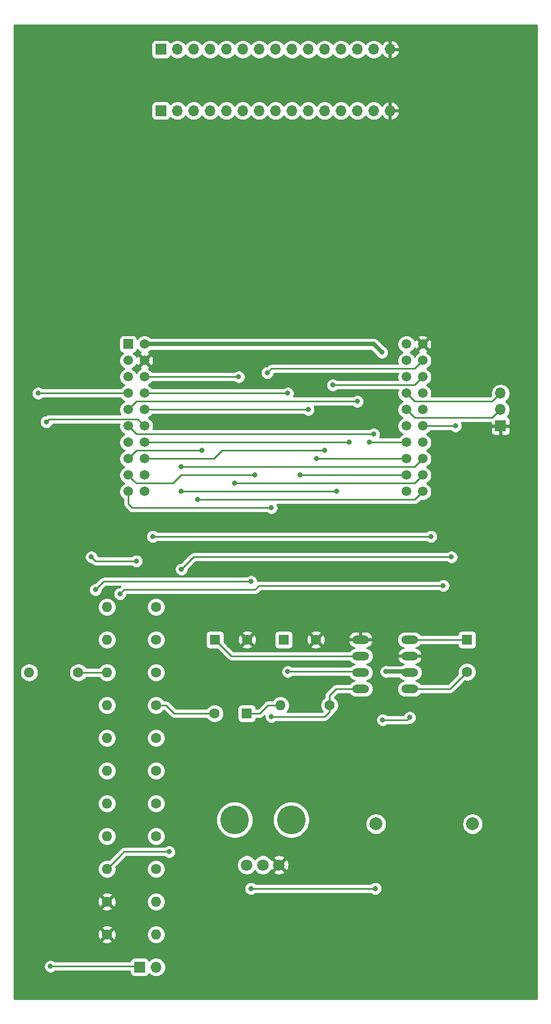
<source format=gbl>
%TF.GenerationSoftware,KiCad,Pcbnew,(5.1.9)-1*%
%TF.CreationDate,2022-04-18T13:04:53-05:00*%
%TF.ProjectId,Main Board,4d61696e-2042-46f6-9172-642e6b696361,rev?*%
%TF.SameCoordinates,Original*%
%TF.FileFunction,Copper,L2,Bot*%
%TF.FilePolarity,Positive*%
%FSLAX46Y46*%
G04 Gerber Fmt 4.6, Leading zero omitted, Abs format (unit mm)*
G04 Created by KiCad (PCBNEW (5.1.9)-1) date 2022-04-18 13:04:53*
%MOMM*%
%LPD*%
G01*
G04 APERTURE LIST*
%TA.AperFunction,ComponentPad*%
%ADD10R,1.520000X1.520000*%
%TD*%
%TA.AperFunction,ComponentPad*%
%ADD11C,1.520000*%
%TD*%
%TA.AperFunction,ComponentPad*%
%ADD12C,2.000000*%
%TD*%
%TA.AperFunction,ComponentPad*%
%ADD13O,1.600000X1.600000*%
%TD*%
%TA.AperFunction,ComponentPad*%
%ADD14C,1.600000*%
%TD*%
%TA.AperFunction,ComponentPad*%
%ADD15R,1.700000X1.700000*%
%TD*%
%TA.AperFunction,ComponentPad*%
%ADD16O,1.700000X1.700000*%
%TD*%
%TA.AperFunction,ComponentPad*%
%ADD17R,1.600000X1.600000*%
%TD*%
%TA.AperFunction,ComponentPad*%
%ADD18O,2.641600X1.320800*%
%TD*%
%TA.AperFunction,ComponentPad*%
%ADD19C,1.800000*%
%TD*%
%TA.AperFunction,ComponentPad*%
%ADD20C,4.460000*%
%TD*%
%TA.AperFunction,ViaPad*%
%ADD21C,0.800000*%
%TD*%
%TA.AperFunction,Conductor*%
%ADD22C,0.250000*%
%TD*%
%TA.AperFunction,Conductor*%
%ADD23C,0.635000*%
%TD*%
%TA.AperFunction,Conductor*%
%ADD24C,0.254000*%
%TD*%
%TA.AperFunction,Conductor*%
%ADD25C,0.100000*%
%TD*%
G04 APERTURE END LIST*
D10*
%TO.P,U1,J1_1*%
%TO.N,+3V3*%
X37465000Y-62865000D03*
D11*
%TO.P,U1,J1_2*%
%TO.N,/DAC5*%
X37465000Y-65405000D03*
%TO.P,U1,J1_3*%
%TO.N,/DAC0*%
X37465000Y-67945000D03*
%TO.P,U1,J1_4*%
%TO.N,/DAC1*%
X37465000Y-70485000D03*
%TO.P,U1,J1_5*%
%TO.N,/BL2*%
X37465000Y-73025000D03*
%TO.P,U1,J1_6*%
%TO.N,/BR2*%
X37465000Y-75565000D03*
%TO.P,U1,J1_7*%
%TO.N,/DAC4*%
X37465000Y-78105000D03*
%TO.P,U1,J1_8*%
%TO.N,/MOSI*%
X37465000Y-80645000D03*
%TO.P,U1,J1_9*%
%TO.N,/D_C*%
X37465000Y-83185000D03*
%TO.P,U1,J1_10*%
%TO.N,/RESET*%
X37465000Y-85725000D03*
%TO.P,U1,J2_1*%
%TO.N,GND*%
X83185000Y-62865000D03*
%TO.P,U1,J3_1*%
%TO.N,+5V*%
X40005000Y-62865000D03*
%TO.P,U1,J4_1*%
%TO.N,Net-(U1-PadJ4_1)*%
X80645000Y-62865000D03*
%TO.P,U1,J2_2*%
%TO.N,/DAC2*%
X83185000Y-65405000D03*
%TO.P,U1,J3_2*%
%TO.N,GND*%
X40005000Y-65405000D03*
%TO.P,U1,J4_2*%
%TO.N,Net-(U1-PadJ4_2)*%
X80645000Y-65405000D03*
%TO.P,U1,J2_3*%
%TO.N,/J1_X*%
X83185000Y-67945000D03*
%TO.P,U1,J3_3*%
%TO.N,/CARD_CS*%
X40005000Y-67945000D03*
%TO.P,U1,J4_3*%
%TO.N,/DAC3*%
X80645000Y-67945000D03*
%TO.P,U1,J2_4*%
%TO.N,Net-(U1-PadJ2_4)*%
X83185000Y-70485000D03*
%TO.P,U1,J3_4*%
%TO.N,/A2*%
X40005000Y-70485000D03*
%TO.P,U1,J4_4*%
%TO.N,Net-(J3-Pad3)*%
X80645000Y-70485000D03*
%TO.P,U1,J2_5*%
%TO.N,Net-(U1-PadJ2_5)*%
X83185000Y-73025000D03*
%TO.P,U1,J3_5*%
%TO.N,/B2*%
X40005000Y-73025000D03*
%TO.P,U1,J4_5*%
%TO.N,Net-(J3-Pad2)*%
X80645000Y-73025000D03*
%TO.P,U1,J2_6*%
%TO.N,/DAC7*%
X83185000Y-75565000D03*
%TO.P,U1,J3_6*%
%TO.N,/TEXAS*%
X40005000Y-75565000D03*
%TO.P,U1,J4_6*%
%TO.N,/BR1*%
X80645000Y-75565000D03*
%TO.P,U1,J2_7*%
%TO.N,/DAC6*%
X83185000Y-78105000D03*
%TO.P,U1,J3_7*%
%TO.N,/J1_Y*%
X40005000Y-78105000D03*
%TO.P,U1,J4_7*%
%TO.N,/BL1*%
X80645000Y-78105000D03*
%TO.P,U1,J2_8*%
%TO.N,/MISO*%
X83185000Y-80645000D03*
%TO.P,U1,J3_8*%
%TO.N,/J2_X*%
X40005000Y-80645000D03*
%TO.P,U1,J4_8*%
%TO.N,/B1*%
X80645000Y-80645000D03*
%TO.P,U1,J2_9*%
%TO.N,/TFT_CS*%
X83185000Y-83185000D03*
%TO.P,U1,J3_9*%
%TO.N,/J2_Y*%
X40005000Y-83185000D03*
%TO.P,U1,J4_9*%
%TO.N,/A1*%
X80645000Y-83185000D03*
%TO.P,U1,J2_10*%
%TO.N,/SCK*%
X83185000Y-85725000D03*
%TO.P,U1,J3_10*%
%TO.N,Net-(U1-PadJ3_10)*%
X40005000Y-85725000D03*
%TO.P,U1,J4_10*%
%TO.N,Net-(U1-PadJ4_10)*%
X80645000Y-85725000D03*
%TD*%
D12*
%TO.P,LS1,2*%
%TO.N,Net-(C1-Pad1)*%
X90908000Y-137287000D03*
%TO.P,LS1,1*%
%TO.N,Net-(C1-Pad2)*%
X75908000Y-137287000D03*
%TD*%
D13*
%TO.P,R12,2*%
%TO.N,/DACOUT*%
X41783000Y-154432000D03*
D14*
%TO.P,R12,1*%
%TO.N,GND*%
X34163000Y-154432000D03*
%TD*%
D13*
%TO.P,R11,2*%
%TO.N,/DACOUT*%
X41783000Y-149352000D03*
D14*
%TO.P,R11,1*%
%TO.N,GND*%
X34163000Y-149352000D03*
%TD*%
D13*
%TO.P,R1,2*%
%TO.N,/DAC0*%
X34163000Y-103632000D03*
D14*
%TO.P,R1,1*%
%TO.N,/DACOUT*%
X41783000Y-103632000D03*
%TD*%
D13*
%TO.P,R2,2*%
%TO.N,/DAC1*%
X22098000Y-113792000D03*
D14*
%TO.P,R2,1*%
%TO.N,Net-(R10-Pad2)*%
X29718000Y-113792000D03*
%TD*%
D13*
%TO.P,R3,2*%
%TO.N,/DAC2*%
X34163000Y-118872000D03*
D14*
%TO.P,R3,1*%
%TO.N,/DACOUT*%
X41783000Y-118872000D03*
%TD*%
D13*
%TO.P,R4,2*%
%TO.N,/DAC3*%
X34163000Y-123952000D03*
D14*
%TO.P,R4,1*%
%TO.N,/DACOUT*%
X41783000Y-123952000D03*
%TD*%
D13*
%TO.P,R5,2*%
%TO.N,/DAC4*%
X34163000Y-129032000D03*
D14*
%TO.P,R5,1*%
%TO.N,/DACOUT*%
X41783000Y-129032000D03*
%TD*%
D13*
%TO.P,R6,2*%
%TO.N,/DAC5*%
X34163000Y-134112000D03*
D14*
%TO.P,R6,1*%
%TO.N,/DACOUT*%
X41783000Y-134112000D03*
%TD*%
D13*
%TO.P,R7,2*%
%TO.N,/DAC6*%
X34163000Y-139192000D03*
D14*
%TO.P,R7,1*%
%TO.N,/DACOUT*%
X41783000Y-139192000D03*
%TD*%
D13*
%TO.P,R8,2*%
%TO.N,/DAC7*%
X34163000Y-144272000D03*
D14*
%TO.P,R8,1*%
%TO.N,/DACOUT*%
X41783000Y-144272000D03*
%TD*%
D13*
%TO.P,R9,2*%
%TO.N,/DAC0*%
X34163000Y-108712000D03*
D14*
%TO.P,R9,1*%
%TO.N,/DACOUT*%
X41783000Y-108712000D03*
%TD*%
D13*
%TO.P,R10,2*%
%TO.N,Net-(R10-Pad2)*%
X34163000Y-113792000D03*
D14*
%TO.P,R10,1*%
%TO.N,/DACOUT*%
X41783000Y-113792000D03*
%TD*%
D13*
%TO.P,R23,2*%
%TO.N,Net-(C2-Pad1)*%
X61087000Y-118872000D03*
D14*
%TO.P,R23,1*%
%TO.N,Net-(IC1-Pad4)*%
X68707000Y-118872000D03*
%TD*%
D15*
%TO.P,J4,1*%
%TO.N,/TEXAS*%
X39243000Y-159512000D03*
D16*
%TO.P,J4,2*%
%TO.N,/DACOUT*%
X41783000Y-159512000D03*
%TD*%
D15*
%TO.P,J3,1*%
%TO.N,GND*%
X95250000Y-75565000D03*
D16*
%TO.P,J3,2*%
%TO.N,Net-(J3-Pad2)*%
X95250000Y-73025000D03*
%TO.P,J3,3*%
%TO.N,Net-(J3-Pad3)*%
X95250000Y-70485000D03*
%TD*%
D17*
%TO.P,C1,1*%
%TO.N,Net-(C1-Pad1)*%
X90043000Y-108712000D03*
D14*
%TO.P,C1,2*%
%TO.N,Net-(C1-Pad2)*%
X90043000Y-113712000D03*
%TD*%
%TO.P,C2,2*%
%TO.N,/DACOUT*%
X50880000Y-120142000D03*
D17*
%TO.P,C2,1*%
%TO.N,Net-(C2-Pad1)*%
X55880000Y-120142000D03*
%TD*%
%TO.P,C3,1*%
%TO.N,Net-(C3-Pad1)*%
X61595000Y-108712000D03*
D14*
%TO.P,C3,2*%
%TO.N,GND*%
X66595000Y-108712000D03*
%TD*%
%TO.P,C4,2*%
%TO.N,GND*%
X55927000Y-108712000D03*
D17*
%TO.P,C4,1*%
%TO.N,Net-(C4-Pad1)*%
X50927000Y-108712000D03*
%TD*%
D18*
%TO.P,IC1,1*%
%TO.N,GND*%
X73533000Y-108712000D03*
%TO.P,IC1,2*%
%TO.N,Net-(C4-Pad1)*%
X73533000Y-111252000D03*
%TO.P,IC1,7*%
%TO.N,GND*%
X81153000Y-111252000D03*
%TO.P,IC1,8*%
%TO.N,Net-(C1-Pad1)*%
X81153000Y-108712000D03*
%TO.P,IC1,3*%
%TO.N,Net-(C3-Pad1)*%
X73533000Y-113792000D03*
%TO.P,IC1,4*%
%TO.N,Net-(IC1-Pad4)*%
X73533000Y-116332000D03*
%TO.P,IC1,6*%
%TO.N,+5V*%
X81153000Y-113792000D03*
%TO.P,IC1,5*%
%TO.N,Net-(C1-Pad2)*%
X81153000Y-116332000D03*
%TD*%
D15*
%TO.P,J1,1*%
%TO.N,+3V3*%
X42545000Y-17145000D03*
D16*
%TO.P,J1,2*%
%TO.N,/MISO*%
X45085000Y-17145000D03*
%TO.P,J1,3*%
%TO.N,/SCK*%
X47625000Y-17145000D03*
%TO.P,J1,4*%
%TO.N,/MOSI*%
X50165000Y-17145000D03*
%TO.P,J1,5*%
%TO.N,/TFT_CS*%
X52705000Y-17145000D03*
%TO.P,J1,6*%
%TO.N,/CARD_CS*%
X55245000Y-17145000D03*
%TO.P,J1,7*%
%TO.N,/D_C*%
X57785000Y-17145000D03*
%TO.P,J1,8*%
%TO.N,/RESET*%
X60325000Y-17145000D03*
%TO.P,J1,9*%
%TO.N,/A1*%
X62865000Y-17145000D03*
%TO.P,J1,10*%
%TO.N,/B1*%
X65405000Y-17145000D03*
%TO.P,J1,11*%
%TO.N,/J1_X*%
X67945000Y-17145000D03*
%TO.P,J1,12*%
%TO.N,/J1_Y*%
X70485000Y-17145000D03*
%TO.P,J1,13*%
%TO.N,/BL1*%
X73025000Y-17145000D03*
%TO.P,J1,14*%
%TO.N,/BR1*%
X75565000Y-17145000D03*
%TO.P,J1,15*%
%TO.N,GND*%
X78105000Y-17145000D03*
%TD*%
%TO.P,J2,15*%
%TO.N,GND*%
X78105000Y-26670000D03*
%TO.P,J2,14*%
%TO.N,/BR2*%
X75565000Y-26670000D03*
%TO.P,J2,13*%
%TO.N,/BL2*%
X73025000Y-26670000D03*
%TO.P,J2,12*%
%TO.N,/J2_Y*%
X70485000Y-26670000D03*
%TO.P,J2,11*%
%TO.N,/J2_X*%
X67945000Y-26670000D03*
%TO.P,J2,10*%
%TO.N,/B2*%
X65405000Y-26670000D03*
%TO.P,J2,9*%
%TO.N,/A2*%
X62865000Y-26670000D03*
%TO.P,J2,8*%
%TO.N,/RESET*%
X60325000Y-26670000D03*
%TO.P,J2,7*%
%TO.N,/D_C*%
X57785000Y-26670000D03*
%TO.P,J2,6*%
%TO.N,/CARD_CS*%
X55245000Y-26670000D03*
%TO.P,J2,5*%
%TO.N,/TFT_CS*%
X52705000Y-26670000D03*
%TO.P,J2,4*%
%TO.N,/MOSI*%
X50165000Y-26670000D03*
%TO.P,J2,3*%
%TO.N,/SCK*%
X47625000Y-26670000D03*
%TO.P,J2,2*%
%TO.N,/MISO*%
X45085000Y-26670000D03*
D15*
%TO.P,J2,1*%
%TO.N,+3V3*%
X42545000Y-26670000D03*
%TD*%
D19*
%TO.P,RV1,1*%
%TO.N,Net-(C1-Pad2)*%
X55875000Y-143652000D03*
%TO.P,RV1,2*%
%TO.N,Net-(IC1-Pad4)*%
X58375000Y-143652000D03*
%TO.P,RV1,3*%
%TO.N,GND*%
X60875000Y-143652000D03*
D20*
%TO.P,RV1,4*%
%TO.N,N/C*%
X53975000Y-136652000D03*
%TO.P,RV1,5*%
X62775000Y-136652000D03*
%TD*%
D21*
%TO.N,Net-(C1-Pad2)*%
X56515000Y-147320000D03*
X75819000Y-147320000D03*
X76962000Y-121158000D03*
X81153000Y-120777000D03*
%TO.N,Net-(C3-Pad1)*%
X62230000Y-113665000D03*
%TO.N,Net-(IC1-Pad4)*%
X59690000Y-120650000D03*
%TO.N,+5V*%
X76835000Y-64135000D03*
X77470000Y-113665000D03*
%TO.N,/MISO*%
X45720000Y-81915000D03*
%TO.N,/SCK*%
X48260000Y-86995000D03*
%TO.N,/MOSI*%
X48895000Y-79375000D03*
%TO.N,/TFT_CS*%
X53975000Y-84455000D03*
%TO.N,/CARD_CS*%
X54610000Y-67945000D03*
%TO.N,/D_C*%
X57150000Y-83185000D03*
%TO.N,/RESET*%
X59690000Y-88265000D03*
%TO.N,/A1*%
X64135000Y-83185000D03*
%TO.N,/B1*%
X66675000Y-80645000D03*
%TO.N,/J1_X*%
X69215000Y-69215000D03*
%TO.N,/J1_Y*%
X71755000Y-78105000D03*
%TO.N,/BL1*%
X74930000Y-78105000D03*
%TO.N,/BR2*%
X75565000Y-76835000D03*
%TO.N,/BL2*%
X73025000Y-71755000D03*
%TO.N,/J2_Y*%
X69850000Y-85725000D03*
X45720000Y-85725000D03*
%TO.N,/J2_X*%
X67945000Y-79375000D03*
%TO.N,/B2*%
X65405000Y-73025000D03*
%TO.N,/A2*%
X62230000Y-70485000D03*
%TO.N,/DAC1*%
X23495000Y-70485000D03*
%TO.N,/DAC2*%
X59055000Y-67310000D03*
X56515000Y-99695000D03*
X32385000Y-100965000D03*
%TO.N,/DAC3*%
X86360000Y-100330000D03*
X36195000Y-101600000D03*
%TO.N,/DAC5*%
X38735000Y-96520000D03*
X31750000Y-95885000D03*
%TO.N,/DAC6*%
X41275000Y-92710000D03*
X84455000Y-92710000D03*
%TO.N,/DAC7*%
X43815000Y-141605000D03*
X45720000Y-97790000D03*
X87630000Y-95885000D03*
X88265000Y-75565000D03*
%TO.N,/TEXAS*%
X24765000Y-74930000D03*
X25400000Y-159385000D03*
%TD*%
D22*
%TO.N,Net-(C1-Pad1)*%
X90043000Y-108712000D02*
X81153000Y-108712000D01*
%TO.N,Net-(C1-Pad2)*%
X75819000Y-147320000D02*
X75311000Y-147320000D01*
X75311000Y-147320000D02*
X75565000Y-147320000D01*
X56515000Y-147320000D02*
X75311000Y-147320000D01*
X80772000Y-121158000D02*
X81153000Y-120777000D01*
X76962000Y-121158000D02*
X80772000Y-121158000D01*
X87423000Y-116332000D02*
X90043000Y-113712000D01*
X81153000Y-116332000D02*
X87423000Y-116332000D01*
%TO.N,Net-(C2-Pad1)*%
X55880000Y-120142000D02*
X57912000Y-120142000D01*
X59182000Y-118872000D02*
X61087000Y-118872000D01*
X57912000Y-120142000D02*
X59182000Y-118872000D01*
%TO.N,Net-(C3-Pad1)*%
X73406000Y-113665000D02*
X73533000Y-113792000D01*
X62230000Y-113665000D02*
X73406000Y-113665000D01*
%TO.N,Net-(C4-Pad1)*%
X53467000Y-111252000D02*
X73533000Y-111252000D01*
X50927000Y-108712000D02*
X53467000Y-111252000D01*
%TO.N,Net-(IC1-Pad4)*%
X73533000Y-116332000D02*
X69723000Y-116332000D01*
X68707000Y-117348000D02*
X68707000Y-118872000D01*
X69723000Y-116332000D02*
X68707000Y-117348000D01*
X68707000Y-119888000D02*
X68707000Y-118872000D01*
X67945000Y-120650000D02*
X68707000Y-119888000D01*
X59690000Y-120650000D02*
X67945000Y-120650000D01*
D23*
%TO.N,+5V*%
X75565000Y-62865000D02*
X76835000Y-64135000D01*
X40005000Y-62865000D02*
X75565000Y-62865000D01*
X81026000Y-113665000D02*
X81153000Y-113792000D01*
X77470000Y-113665000D02*
X81026000Y-113665000D01*
D22*
%TO.N,/MISO*%
X45720000Y-81915000D02*
X81915000Y-81915000D01*
X81915000Y-81915000D02*
X83185000Y-80645000D01*
%TO.N,/SCK*%
X81915000Y-86995000D02*
X83185000Y-85725000D01*
X48260000Y-86995000D02*
X81915000Y-86995000D01*
%TO.N,/MOSI*%
X38735000Y-79375000D02*
X37465000Y-80645000D01*
X48895000Y-79375000D02*
X38735000Y-79375000D01*
%TO.N,/TFT_CS*%
X53975000Y-84455000D02*
X81915000Y-84455000D01*
X81915000Y-84455000D02*
X83185000Y-83185000D01*
%TO.N,/CARD_CS*%
X54610000Y-67945000D02*
X40005000Y-67945000D01*
%TO.N,/D_C*%
X57150000Y-83185000D02*
X45720000Y-83185000D01*
X45720000Y-83185000D02*
X44450000Y-84455000D01*
X38100000Y-83820000D02*
X37465000Y-83185000D01*
X38100000Y-83820000D02*
X38735000Y-84455000D01*
X44450000Y-84455000D02*
X38735000Y-84455000D01*
%TO.N,/RESET*%
X59690000Y-88265000D02*
X38100000Y-88265000D01*
X38100000Y-88265000D02*
X37465000Y-87630000D01*
X37465000Y-87630000D02*
X37465000Y-85725000D01*
%TO.N,/A1*%
X64135000Y-83185000D02*
X80645000Y-83185000D01*
%TO.N,/B1*%
X67310000Y-80645000D02*
X80645000Y-80645000D01*
X67310000Y-80645000D02*
X66675000Y-80645000D01*
%TO.N,/J1_X*%
X81915000Y-69215000D02*
X83185000Y-67945000D01*
X70485000Y-69215000D02*
X81915000Y-69215000D01*
X70485000Y-69215000D02*
X69215000Y-69215000D01*
%TO.N,/J1_Y*%
X71120000Y-78105000D02*
X40005000Y-78105000D01*
X71755000Y-78105000D02*
X71120000Y-78105000D01*
%TO.N,/BL1*%
X74930000Y-78105000D02*
X80645000Y-78105000D01*
%TO.N,/BR2*%
X38735000Y-76835000D02*
X37465000Y-75565000D01*
X75565000Y-76835000D02*
X38735000Y-76835000D01*
%TO.N,/BL2*%
X38735000Y-71755000D02*
X37465000Y-73025000D01*
X73025000Y-71755000D02*
X38735000Y-71755000D01*
%TO.N,/J2_Y*%
X69850000Y-85725000D02*
X45720000Y-85725000D01*
%TO.N,/J2_X*%
X67945000Y-79375000D02*
X52070000Y-79375000D01*
X50800000Y-80645000D02*
X40005000Y-80645000D01*
X52070000Y-79375000D02*
X50800000Y-80645000D01*
%TO.N,/B2*%
X65405000Y-73025000D02*
X40005000Y-73025000D01*
%TO.N,/A2*%
X62230000Y-70485000D02*
X40005000Y-70485000D01*
%TO.N,Net-(R10-Pad2)*%
X29718000Y-113792000D02*
X34163000Y-113792000D01*
%TO.N,/DAC1*%
X23495000Y-70485000D02*
X37465000Y-70485000D01*
%TO.N,/DAC2*%
X83185000Y-65405000D02*
X81915000Y-66675000D01*
X59690000Y-66675000D02*
X59055000Y-67310000D01*
X81915000Y-66675000D02*
X59690000Y-66675000D01*
X56515000Y-99695000D02*
X33655000Y-99695000D01*
X33655000Y-99695000D02*
X32385000Y-100965000D01*
%TO.N,/DAC3*%
X86360000Y-100330000D02*
X57785000Y-100330000D01*
X57785000Y-100330000D02*
X57150000Y-100965000D01*
X36830000Y-100965000D02*
X36195000Y-101600000D01*
X57150000Y-100965000D02*
X36830000Y-100965000D01*
%TO.N,/DAC5*%
X32385000Y-96520000D02*
X31750000Y-95885000D01*
X38735000Y-96520000D02*
X32385000Y-96520000D01*
%TO.N,/DAC6*%
X41275000Y-92710000D02*
X84455000Y-92710000D01*
%TO.N,/DAC7*%
X34163000Y-144272000D02*
X36195000Y-142240000D01*
X36195000Y-142240000D02*
X36830000Y-141605000D01*
X36830000Y-141605000D02*
X43815000Y-141605000D01*
X45720000Y-97790000D02*
X47625000Y-95885000D01*
X47625000Y-95885000D02*
X87630000Y-95885000D01*
X88265000Y-75565000D02*
X83185000Y-75565000D01*
%TO.N,/DACOUT*%
X50880000Y-120142000D02*
X44577000Y-120142000D01*
X43307000Y-118872000D02*
X41783000Y-118872000D01*
X44577000Y-120142000D02*
X43307000Y-118872000D01*
%TO.N,Net-(J3-Pad3)*%
X80645000Y-70485000D02*
X81915000Y-71755000D01*
X93980000Y-71755000D02*
X95250000Y-70485000D01*
X81915000Y-71755000D02*
X93980000Y-71755000D01*
%TO.N,Net-(J3-Pad2)*%
X95250000Y-73025000D02*
X93980000Y-74295000D01*
X81915000Y-74295000D02*
X80645000Y-73025000D01*
X93980000Y-74295000D02*
X81915000Y-74295000D01*
%TO.N,/TEXAS*%
X25215001Y-74479999D02*
X24765000Y-74930000D01*
X38919999Y-74479999D02*
X25215001Y-74479999D01*
X40005000Y-75565000D02*
X38919999Y-74479999D01*
X39116000Y-159385000D02*
X39243000Y-159512000D01*
X25400000Y-159385000D02*
X39116000Y-159385000D01*
%TD*%
D24*
%TO.N,GND*%
X100915001Y-164415000D02*
X19735000Y-164415000D01*
X19735000Y-159283061D01*
X24365000Y-159283061D01*
X24365000Y-159486939D01*
X24404774Y-159686898D01*
X24482795Y-159875256D01*
X24596063Y-160044774D01*
X24740226Y-160188937D01*
X24909744Y-160302205D01*
X25098102Y-160380226D01*
X25298061Y-160420000D01*
X25501939Y-160420000D01*
X25701898Y-160380226D01*
X25890256Y-160302205D01*
X26059774Y-160188937D01*
X26103711Y-160145000D01*
X37754928Y-160145000D01*
X37754928Y-160362000D01*
X37767188Y-160486482D01*
X37803498Y-160606180D01*
X37862463Y-160716494D01*
X37941815Y-160813185D01*
X38038506Y-160892537D01*
X38148820Y-160951502D01*
X38268518Y-160987812D01*
X38393000Y-161000072D01*
X40093000Y-161000072D01*
X40217482Y-160987812D01*
X40337180Y-160951502D01*
X40447494Y-160892537D01*
X40544185Y-160813185D01*
X40623537Y-160716494D01*
X40682502Y-160606180D01*
X40704513Y-160533620D01*
X40836368Y-160665475D01*
X41079589Y-160827990D01*
X41349842Y-160939932D01*
X41636740Y-160997000D01*
X41929260Y-160997000D01*
X42216158Y-160939932D01*
X42486411Y-160827990D01*
X42729632Y-160665475D01*
X42936475Y-160458632D01*
X43098990Y-160215411D01*
X43210932Y-159945158D01*
X43268000Y-159658260D01*
X43268000Y-159365740D01*
X43210932Y-159078842D01*
X43098990Y-158808589D01*
X42936475Y-158565368D01*
X42729632Y-158358525D01*
X42486411Y-158196010D01*
X42216158Y-158084068D01*
X41929260Y-158027000D01*
X41636740Y-158027000D01*
X41349842Y-158084068D01*
X41079589Y-158196010D01*
X40836368Y-158358525D01*
X40704513Y-158490380D01*
X40682502Y-158417820D01*
X40623537Y-158307506D01*
X40544185Y-158210815D01*
X40447494Y-158131463D01*
X40337180Y-158072498D01*
X40217482Y-158036188D01*
X40093000Y-158023928D01*
X38393000Y-158023928D01*
X38268518Y-158036188D01*
X38148820Y-158072498D01*
X38038506Y-158131463D01*
X37941815Y-158210815D01*
X37862463Y-158307506D01*
X37803498Y-158417820D01*
X37767188Y-158537518D01*
X37758572Y-158625000D01*
X26103711Y-158625000D01*
X26059774Y-158581063D01*
X25890256Y-158467795D01*
X25701898Y-158389774D01*
X25501939Y-158350000D01*
X25298061Y-158350000D01*
X25098102Y-158389774D01*
X24909744Y-158467795D01*
X24740226Y-158581063D01*
X24596063Y-158725226D01*
X24482795Y-158894744D01*
X24404774Y-159083102D01*
X24365000Y-159283061D01*
X19735000Y-159283061D01*
X19735000Y-155424702D01*
X33349903Y-155424702D01*
X33421486Y-155668671D01*
X33676996Y-155789571D01*
X33951184Y-155858300D01*
X34233512Y-155872217D01*
X34513130Y-155830787D01*
X34779292Y-155735603D01*
X34904514Y-155668671D01*
X34976097Y-155424702D01*
X34163000Y-154611605D01*
X33349903Y-155424702D01*
X19735000Y-155424702D01*
X19735000Y-154502512D01*
X32722783Y-154502512D01*
X32764213Y-154782130D01*
X32859397Y-155048292D01*
X32926329Y-155173514D01*
X33170298Y-155245097D01*
X33983395Y-154432000D01*
X34342605Y-154432000D01*
X35155702Y-155245097D01*
X35399671Y-155173514D01*
X35520571Y-154918004D01*
X35589300Y-154643816D01*
X35603217Y-154361488D01*
X35592724Y-154290665D01*
X40348000Y-154290665D01*
X40348000Y-154573335D01*
X40403147Y-154850574D01*
X40511320Y-155111727D01*
X40668363Y-155346759D01*
X40868241Y-155546637D01*
X41103273Y-155703680D01*
X41364426Y-155811853D01*
X41641665Y-155867000D01*
X41924335Y-155867000D01*
X42201574Y-155811853D01*
X42462727Y-155703680D01*
X42697759Y-155546637D01*
X42897637Y-155346759D01*
X43054680Y-155111727D01*
X43162853Y-154850574D01*
X43218000Y-154573335D01*
X43218000Y-154290665D01*
X43162853Y-154013426D01*
X43054680Y-153752273D01*
X42897637Y-153517241D01*
X42697759Y-153317363D01*
X42462727Y-153160320D01*
X42201574Y-153052147D01*
X41924335Y-152997000D01*
X41641665Y-152997000D01*
X41364426Y-153052147D01*
X41103273Y-153160320D01*
X40868241Y-153317363D01*
X40668363Y-153517241D01*
X40511320Y-153752273D01*
X40403147Y-154013426D01*
X40348000Y-154290665D01*
X35592724Y-154290665D01*
X35561787Y-154081870D01*
X35466603Y-153815708D01*
X35399671Y-153690486D01*
X35155702Y-153618903D01*
X34342605Y-154432000D01*
X33983395Y-154432000D01*
X33170298Y-153618903D01*
X32926329Y-153690486D01*
X32805429Y-153945996D01*
X32736700Y-154220184D01*
X32722783Y-154502512D01*
X19735000Y-154502512D01*
X19735000Y-153439298D01*
X33349903Y-153439298D01*
X34163000Y-154252395D01*
X34976097Y-153439298D01*
X34904514Y-153195329D01*
X34649004Y-153074429D01*
X34374816Y-153005700D01*
X34092488Y-152991783D01*
X33812870Y-153033213D01*
X33546708Y-153128397D01*
X33421486Y-153195329D01*
X33349903Y-153439298D01*
X19735000Y-153439298D01*
X19735000Y-150344702D01*
X33349903Y-150344702D01*
X33421486Y-150588671D01*
X33676996Y-150709571D01*
X33951184Y-150778300D01*
X34233512Y-150792217D01*
X34513130Y-150750787D01*
X34779292Y-150655603D01*
X34904514Y-150588671D01*
X34976097Y-150344702D01*
X34163000Y-149531605D01*
X33349903Y-150344702D01*
X19735000Y-150344702D01*
X19735000Y-149422512D01*
X32722783Y-149422512D01*
X32764213Y-149702130D01*
X32859397Y-149968292D01*
X32926329Y-150093514D01*
X33170298Y-150165097D01*
X33983395Y-149352000D01*
X34342605Y-149352000D01*
X35155702Y-150165097D01*
X35399671Y-150093514D01*
X35520571Y-149838004D01*
X35589300Y-149563816D01*
X35603217Y-149281488D01*
X35592724Y-149210665D01*
X40348000Y-149210665D01*
X40348000Y-149493335D01*
X40403147Y-149770574D01*
X40511320Y-150031727D01*
X40668363Y-150266759D01*
X40868241Y-150466637D01*
X41103273Y-150623680D01*
X41364426Y-150731853D01*
X41641665Y-150787000D01*
X41924335Y-150787000D01*
X42201574Y-150731853D01*
X42462727Y-150623680D01*
X42697759Y-150466637D01*
X42897637Y-150266759D01*
X43054680Y-150031727D01*
X43162853Y-149770574D01*
X43218000Y-149493335D01*
X43218000Y-149210665D01*
X43162853Y-148933426D01*
X43054680Y-148672273D01*
X42897637Y-148437241D01*
X42697759Y-148237363D01*
X42462727Y-148080320D01*
X42201574Y-147972147D01*
X41924335Y-147917000D01*
X41641665Y-147917000D01*
X41364426Y-147972147D01*
X41103273Y-148080320D01*
X40868241Y-148237363D01*
X40668363Y-148437241D01*
X40511320Y-148672273D01*
X40403147Y-148933426D01*
X40348000Y-149210665D01*
X35592724Y-149210665D01*
X35561787Y-149001870D01*
X35466603Y-148735708D01*
X35399671Y-148610486D01*
X35155702Y-148538903D01*
X34342605Y-149352000D01*
X33983395Y-149352000D01*
X33170298Y-148538903D01*
X32926329Y-148610486D01*
X32805429Y-148865996D01*
X32736700Y-149140184D01*
X32722783Y-149422512D01*
X19735000Y-149422512D01*
X19735000Y-148359298D01*
X33349903Y-148359298D01*
X34163000Y-149172395D01*
X34976097Y-148359298D01*
X34904514Y-148115329D01*
X34649004Y-147994429D01*
X34374816Y-147925700D01*
X34092488Y-147911783D01*
X33812870Y-147953213D01*
X33546708Y-148048397D01*
X33421486Y-148115329D01*
X33349903Y-148359298D01*
X19735000Y-148359298D01*
X19735000Y-147218061D01*
X55480000Y-147218061D01*
X55480000Y-147421939D01*
X55519774Y-147621898D01*
X55597795Y-147810256D01*
X55711063Y-147979774D01*
X55855226Y-148123937D01*
X56024744Y-148237205D01*
X56213102Y-148315226D01*
X56413061Y-148355000D01*
X56616939Y-148355000D01*
X56816898Y-148315226D01*
X57005256Y-148237205D01*
X57174774Y-148123937D01*
X57218711Y-148080000D01*
X75115289Y-148080000D01*
X75159226Y-148123937D01*
X75328744Y-148237205D01*
X75517102Y-148315226D01*
X75717061Y-148355000D01*
X75920939Y-148355000D01*
X76120898Y-148315226D01*
X76309256Y-148237205D01*
X76478774Y-148123937D01*
X76622937Y-147979774D01*
X76736205Y-147810256D01*
X76814226Y-147621898D01*
X76854000Y-147421939D01*
X76854000Y-147218061D01*
X76814226Y-147018102D01*
X76736205Y-146829744D01*
X76622937Y-146660226D01*
X76478774Y-146516063D01*
X76309256Y-146402795D01*
X76120898Y-146324774D01*
X75920939Y-146285000D01*
X75717061Y-146285000D01*
X75517102Y-146324774D01*
X75328744Y-146402795D01*
X75159226Y-146516063D01*
X75115289Y-146560000D01*
X57218711Y-146560000D01*
X57174774Y-146516063D01*
X57005256Y-146402795D01*
X56816898Y-146324774D01*
X56616939Y-146285000D01*
X56413061Y-146285000D01*
X56213102Y-146324774D01*
X56024744Y-146402795D01*
X55855226Y-146516063D01*
X55711063Y-146660226D01*
X55597795Y-146829744D01*
X55519774Y-147018102D01*
X55480000Y-147218061D01*
X19735000Y-147218061D01*
X19735000Y-144130665D01*
X32728000Y-144130665D01*
X32728000Y-144413335D01*
X32783147Y-144690574D01*
X32891320Y-144951727D01*
X33048363Y-145186759D01*
X33248241Y-145386637D01*
X33483273Y-145543680D01*
X33744426Y-145651853D01*
X34021665Y-145707000D01*
X34304335Y-145707000D01*
X34581574Y-145651853D01*
X34842727Y-145543680D01*
X35077759Y-145386637D01*
X35277637Y-145186759D01*
X35434680Y-144951727D01*
X35542853Y-144690574D01*
X35598000Y-144413335D01*
X35598000Y-144130665D01*
X40348000Y-144130665D01*
X40348000Y-144413335D01*
X40403147Y-144690574D01*
X40511320Y-144951727D01*
X40668363Y-145186759D01*
X40868241Y-145386637D01*
X41103273Y-145543680D01*
X41364426Y-145651853D01*
X41641665Y-145707000D01*
X41924335Y-145707000D01*
X42201574Y-145651853D01*
X42462727Y-145543680D01*
X42697759Y-145386637D01*
X42897637Y-145186759D01*
X43054680Y-144951727D01*
X43162853Y-144690574D01*
X43218000Y-144413335D01*
X43218000Y-144130665D01*
X43162853Y-143853426D01*
X43054680Y-143592273D01*
X42993571Y-143500816D01*
X54340000Y-143500816D01*
X54340000Y-143803184D01*
X54398989Y-144099743D01*
X54514701Y-144379095D01*
X54682688Y-144630505D01*
X54896495Y-144844312D01*
X55147905Y-145012299D01*
X55427257Y-145128011D01*
X55723816Y-145187000D01*
X56026184Y-145187000D01*
X56322743Y-145128011D01*
X56602095Y-145012299D01*
X56853505Y-144844312D01*
X57067312Y-144630505D01*
X57125000Y-144544169D01*
X57182688Y-144630505D01*
X57396495Y-144844312D01*
X57647905Y-145012299D01*
X57927257Y-145128011D01*
X58223816Y-145187000D01*
X58526184Y-145187000D01*
X58822743Y-145128011D01*
X59102095Y-145012299D01*
X59353505Y-144844312D01*
X59481737Y-144716080D01*
X59990525Y-144716080D01*
X60074208Y-144970261D01*
X60346775Y-145101158D01*
X60639642Y-145176365D01*
X60941553Y-145192991D01*
X61240907Y-145150397D01*
X61526199Y-145050222D01*
X61675792Y-144970261D01*
X61759475Y-144716080D01*
X60875000Y-143831605D01*
X59990525Y-144716080D01*
X59481737Y-144716080D01*
X59567312Y-144630505D01*
X59662738Y-144487690D01*
X59810920Y-144536475D01*
X60695395Y-143652000D01*
X61054605Y-143652000D01*
X61939080Y-144536475D01*
X62193261Y-144452792D01*
X62324158Y-144180225D01*
X62399365Y-143887358D01*
X62415991Y-143585447D01*
X62373397Y-143286093D01*
X62273222Y-143000801D01*
X62193261Y-142851208D01*
X61939080Y-142767525D01*
X61054605Y-143652000D01*
X60695395Y-143652000D01*
X59810920Y-142767525D01*
X59662738Y-142816310D01*
X59567312Y-142673495D01*
X59481737Y-142587920D01*
X59990525Y-142587920D01*
X60875000Y-143472395D01*
X61759475Y-142587920D01*
X61675792Y-142333739D01*
X61403225Y-142202842D01*
X61110358Y-142127635D01*
X60808447Y-142111009D01*
X60509093Y-142153603D01*
X60223801Y-142253778D01*
X60074208Y-142333739D01*
X59990525Y-142587920D01*
X59481737Y-142587920D01*
X59353505Y-142459688D01*
X59102095Y-142291701D01*
X58822743Y-142175989D01*
X58526184Y-142117000D01*
X58223816Y-142117000D01*
X57927257Y-142175989D01*
X57647905Y-142291701D01*
X57396495Y-142459688D01*
X57182688Y-142673495D01*
X57125000Y-142759831D01*
X57067312Y-142673495D01*
X56853505Y-142459688D01*
X56602095Y-142291701D01*
X56322743Y-142175989D01*
X56026184Y-142117000D01*
X55723816Y-142117000D01*
X55427257Y-142175989D01*
X55147905Y-142291701D01*
X54896495Y-142459688D01*
X54682688Y-142673495D01*
X54514701Y-142924905D01*
X54398989Y-143204257D01*
X54340000Y-143500816D01*
X42993571Y-143500816D01*
X42897637Y-143357241D01*
X42697759Y-143157363D01*
X42462727Y-143000320D01*
X42201574Y-142892147D01*
X41924335Y-142837000D01*
X41641665Y-142837000D01*
X41364426Y-142892147D01*
X41103273Y-143000320D01*
X40868241Y-143157363D01*
X40668363Y-143357241D01*
X40511320Y-143592273D01*
X40403147Y-143853426D01*
X40348000Y-144130665D01*
X35598000Y-144130665D01*
X35561688Y-143948114D01*
X36758799Y-142751003D01*
X36758803Y-142750998D01*
X37144802Y-142365000D01*
X43111289Y-142365000D01*
X43155226Y-142408937D01*
X43324744Y-142522205D01*
X43513102Y-142600226D01*
X43713061Y-142640000D01*
X43916939Y-142640000D01*
X44116898Y-142600226D01*
X44305256Y-142522205D01*
X44474774Y-142408937D01*
X44618937Y-142264774D01*
X44732205Y-142095256D01*
X44810226Y-141906898D01*
X44850000Y-141706939D01*
X44850000Y-141503061D01*
X44810226Y-141303102D01*
X44732205Y-141114744D01*
X44618937Y-140945226D01*
X44474774Y-140801063D01*
X44305256Y-140687795D01*
X44116898Y-140609774D01*
X43916939Y-140570000D01*
X43713061Y-140570000D01*
X43513102Y-140609774D01*
X43324744Y-140687795D01*
X43155226Y-140801063D01*
X43111289Y-140845000D01*
X36867333Y-140845000D01*
X36830000Y-140841323D01*
X36792667Y-140845000D01*
X36681014Y-140855997D01*
X36537753Y-140899454D01*
X36405724Y-140970026D01*
X36289999Y-141064999D01*
X36266200Y-141093998D01*
X35684002Y-141676197D01*
X35683997Y-141676201D01*
X34486886Y-142873312D01*
X34304335Y-142837000D01*
X34021665Y-142837000D01*
X33744426Y-142892147D01*
X33483273Y-143000320D01*
X33248241Y-143157363D01*
X33048363Y-143357241D01*
X32891320Y-143592273D01*
X32783147Y-143853426D01*
X32728000Y-144130665D01*
X19735000Y-144130665D01*
X19735000Y-139050665D01*
X32728000Y-139050665D01*
X32728000Y-139333335D01*
X32783147Y-139610574D01*
X32891320Y-139871727D01*
X33048363Y-140106759D01*
X33248241Y-140306637D01*
X33483273Y-140463680D01*
X33744426Y-140571853D01*
X34021665Y-140627000D01*
X34304335Y-140627000D01*
X34581574Y-140571853D01*
X34842727Y-140463680D01*
X35077759Y-140306637D01*
X35277637Y-140106759D01*
X35434680Y-139871727D01*
X35542853Y-139610574D01*
X35598000Y-139333335D01*
X35598000Y-139050665D01*
X40348000Y-139050665D01*
X40348000Y-139333335D01*
X40403147Y-139610574D01*
X40511320Y-139871727D01*
X40668363Y-140106759D01*
X40868241Y-140306637D01*
X41103273Y-140463680D01*
X41364426Y-140571853D01*
X41641665Y-140627000D01*
X41924335Y-140627000D01*
X42201574Y-140571853D01*
X42462727Y-140463680D01*
X42697759Y-140306637D01*
X42897637Y-140106759D01*
X43054680Y-139871727D01*
X43162853Y-139610574D01*
X43218000Y-139333335D01*
X43218000Y-139050665D01*
X43162853Y-138773426D01*
X43054680Y-138512273D01*
X42897637Y-138277241D01*
X42697759Y-138077363D01*
X42462727Y-137920320D01*
X42201574Y-137812147D01*
X41924335Y-137757000D01*
X41641665Y-137757000D01*
X41364426Y-137812147D01*
X41103273Y-137920320D01*
X40868241Y-138077363D01*
X40668363Y-138277241D01*
X40511320Y-138512273D01*
X40403147Y-138773426D01*
X40348000Y-139050665D01*
X35598000Y-139050665D01*
X35542853Y-138773426D01*
X35434680Y-138512273D01*
X35277637Y-138277241D01*
X35077759Y-138077363D01*
X34842727Y-137920320D01*
X34581574Y-137812147D01*
X34304335Y-137757000D01*
X34021665Y-137757000D01*
X33744426Y-137812147D01*
X33483273Y-137920320D01*
X33248241Y-138077363D01*
X33048363Y-138277241D01*
X32891320Y-138512273D01*
X32783147Y-138773426D01*
X32728000Y-139050665D01*
X19735000Y-139050665D01*
X19735000Y-136369822D01*
X51110000Y-136369822D01*
X51110000Y-136934178D01*
X51220100Y-137487690D01*
X51436070Y-138009087D01*
X51749609Y-138478331D01*
X52148669Y-138877391D01*
X52617913Y-139190930D01*
X53139310Y-139406900D01*
X53692822Y-139517000D01*
X54257178Y-139517000D01*
X54810690Y-139406900D01*
X55332087Y-139190930D01*
X55801331Y-138877391D01*
X56200391Y-138478331D01*
X56513930Y-138009087D01*
X56729900Y-137487690D01*
X56840000Y-136934178D01*
X56840000Y-136369822D01*
X59910000Y-136369822D01*
X59910000Y-136934178D01*
X60020100Y-137487690D01*
X60236070Y-138009087D01*
X60549609Y-138478331D01*
X60948669Y-138877391D01*
X61417913Y-139190930D01*
X61939310Y-139406900D01*
X62492822Y-139517000D01*
X63057178Y-139517000D01*
X63610690Y-139406900D01*
X64132087Y-139190930D01*
X64601331Y-138877391D01*
X65000391Y-138478331D01*
X65313930Y-138009087D01*
X65529900Y-137487690D01*
X65601850Y-137125967D01*
X74273000Y-137125967D01*
X74273000Y-137448033D01*
X74335832Y-137763912D01*
X74459082Y-138061463D01*
X74638013Y-138329252D01*
X74865748Y-138556987D01*
X75133537Y-138735918D01*
X75431088Y-138859168D01*
X75746967Y-138922000D01*
X76069033Y-138922000D01*
X76384912Y-138859168D01*
X76682463Y-138735918D01*
X76950252Y-138556987D01*
X77177987Y-138329252D01*
X77356918Y-138061463D01*
X77480168Y-137763912D01*
X77543000Y-137448033D01*
X77543000Y-137125967D01*
X89273000Y-137125967D01*
X89273000Y-137448033D01*
X89335832Y-137763912D01*
X89459082Y-138061463D01*
X89638013Y-138329252D01*
X89865748Y-138556987D01*
X90133537Y-138735918D01*
X90431088Y-138859168D01*
X90746967Y-138922000D01*
X91069033Y-138922000D01*
X91384912Y-138859168D01*
X91682463Y-138735918D01*
X91950252Y-138556987D01*
X92177987Y-138329252D01*
X92356918Y-138061463D01*
X92480168Y-137763912D01*
X92543000Y-137448033D01*
X92543000Y-137125967D01*
X92480168Y-136810088D01*
X92356918Y-136512537D01*
X92177987Y-136244748D01*
X91950252Y-136017013D01*
X91682463Y-135838082D01*
X91384912Y-135714832D01*
X91069033Y-135652000D01*
X90746967Y-135652000D01*
X90431088Y-135714832D01*
X90133537Y-135838082D01*
X89865748Y-136017013D01*
X89638013Y-136244748D01*
X89459082Y-136512537D01*
X89335832Y-136810088D01*
X89273000Y-137125967D01*
X77543000Y-137125967D01*
X77480168Y-136810088D01*
X77356918Y-136512537D01*
X77177987Y-136244748D01*
X76950252Y-136017013D01*
X76682463Y-135838082D01*
X76384912Y-135714832D01*
X76069033Y-135652000D01*
X75746967Y-135652000D01*
X75431088Y-135714832D01*
X75133537Y-135838082D01*
X74865748Y-136017013D01*
X74638013Y-136244748D01*
X74459082Y-136512537D01*
X74335832Y-136810088D01*
X74273000Y-137125967D01*
X65601850Y-137125967D01*
X65640000Y-136934178D01*
X65640000Y-136369822D01*
X65529900Y-135816310D01*
X65313930Y-135294913D01*
X65000391Y-134825669D01*
X64601331Y-134426609D01*
X64132087Y-134113070D01*
X63610690Y-133897100D01*
X63057178Y-133787000D01*
X62492822Y-133787000D01*
X61939310Y-133897100D01*
X61417913Y-134113070D01*
X60948669Y-134426609D01*
X60549609Y-134825669D01*
X60236070Y-135294913D01*
X60020100Y-135816310D01*
X59910000Y-136369822D01*
X56840000Y-136369822D01*
X56729900Y-135816310D01*
X56513930Y-135294913D01*
X56200391Y-134825669D01*
X55801331Y-134426609D01*
X55332087Y-134113070D01*
X54810690Y-133897100D01*
X54257178Y-133787000D01*
X53692822Y-133787000D01*
X53139310Y-133897100D01*
X52617913Y-134113070D01*
X52148669Y-134426609D01*
X51749609Y-134825669D01*
X51436070Y-135294913D01*
X51220100Y-135816310D01*
X51110000Y-136369822D01*
X19735000Y-136369822D01*
X19735000Y-133970665D01*
X32728000Y-133970665D01*
X32728000Y-134253335D01*
X32783147Y-134530574D01*
X32891320Y-134791727D01*
X33048363Y-135026759D01*
X33248241Y-135226637D01*
X33483273Y-135383680D01*
X33744426Y-135491853D01*
X34021665Y-135547000D01*
X34304335Y-135547000D01*
X34581574Y-135491853D01*
X34842727Y-135383680D01*
X35077759Y-135226637D01*
X35277637Y-135026759D01*
X35434680Y-134791727D01*
X35542853Y-134530574D01*
X35598000Y-134253335D01*
X35598000Y-133970665D01*
X40348000Y-133970665D01*
X40348000Y-134253335D01*
X40403147Y-134530574D01*
X40511320Y-134791727D01*
X40668363Y-135026759D01*
X40868241Y-135226637D01*
X41103273Y-135383680D01*
X41364426Y-135491853D01*
X41641665Y-135547000D01*
X41924335Y-135547000D01*
X42201574Y-135491853D01*
X42462727Y-135383680D01*
X42697759Y-135226637D01*
X42897637Y-135026759D01*
X43054680Y-134791727D01*
X43162853Y-134530574D01*
X43218000Y-134253335D01*
X43218000Y-133970665D01*
X43162853Y-133693426D01*
X43054680Y-133432273D01*
X42897637Y-133197241D01*
X42697759Y-132997363D01*
X42462727Y-132840320D01*
X42201574Y-132732147D01*
X41924335Y-132677000D01*
X41641665Y-132677000D01*
X41364426Y-132732147D01*
X41103273Y-132840320D01*
X40868241Y-132997363D01*
X40668363Y-133197241D01*
X40511320Y-133432273D01*
X40403147Y-133693426D01*
X40348000Y-133970665D01*
X35598000Y-133970665D01*
X35542853Y-133693426D01*
X35434680Y-133432273D01*
X35277637Y-133197241D01*
X35077759Y-132997363D01*
X34842727Y-132840320D01*
X34581574Y-132732147D01*
X34304335Y-132677000D01*
X34021665Y-132677000D01*
X33744426Y-132732147D01*
X33483273Y-132840320D01*
X33248241Y-132997363D01*
X33048363Y-133197241D01*
X32891320Y-133432273D01*
X32783147Y-133693426D01*
X32728000Y-133970665D01*
X19735000Y-133970665D01*
X19735000Y-128890665D01*
X32728000Y-128890665D01*
X32728000Y-129173335D01*
X32783147Y-129450574D01*
X32891320Y-129711727D01*
X33048363Y-129946759D01*
X33248241Y-130146637D01*
X33483273Y-130303680D01*
X33744426Y-130411853D01*
X34021665Y-130467000D01*
X34304335Y-130467000D01*
X34581574Y-130411853D01*
X34842727Y-130303680D01*
X35077759Y-130146637D01*
X35277637Y-129946759D01*
X35434680Y-129711727D01*
X35542853Y-129450574D01*
X35598000Y-129173335D01*
X35598000Y-128890665D01*
X40348000Y-128890665D01*
X40348000Y-129173335D01*
X40403147Y-129450574D01*
X40511320Y-129711727D01*
X40668363Y-129946759D01*
X40868241Y-130146637D01*
X41103273Y-130303680D01*
X41364426Y-130411853D01*
X41641665Y-130467000D01*
X41924335Y-130467000D01*
X42201574Y-130411853D01*
X42462727Y-130303680D01*
X42697759Y-130146637D01*
X42897637Y-129946759D01*
X43054680Y-129711727D01*
X43162853Y-129450574D01*
X43218000Y-129173335D01*
X43218000Y-128890665D01*
X43162853Y-128613426D01*
X43054680Y-128352273D01*
X42897637Y-128117241D01*
X42697759Y-127917363D01*
X42462727Y-127760320D01*
X42201574Y-127652147D01*
X41924335Y-127597000D01*
X41641665Y-127597000D01*
X41364426Y-127652147D01*
X41103273Y-127760320D01*
X40868241Y-127917363D01*
X40668363Y-128117241D01*
X40511320Y-128352273D01*
X40403147Y-128613426D01*
X40348000Y-128890665D01*
X35598000Y-128890665D01*
X35542853Y-128613426D01*
X35434680Y-128352273D01*
X35277637Y-128117241D01*
X35077759Y-127917363D01*
X34842727Y-127760320D01*
X34581574Y-127652147D01*
X34304335Y-127597000D01*
X34021665Y-127597000D01*
X33744426Y-127652147D01*
X33483273Y-127760320D01*
X33248241Y-127917363D01*
X33048363Y-128117241D01*
X32891320Y-128352273D01*
X32783147Y-128613426D01*
X32728000Y-128890665D01*
X19735000Y-128890665D01*
X19735000Y-123810665D01*
X32728000Y-123810665D01*
X32728000Y-124093335D01*
X32783147Y-124370574D01*
X32891320Y-124631727D01*
X33048363Y-124866759D01*
X33248241Y-125066637D01*
X33483273Y-125223680D01*
X33744426Y-125331853D01*
X34021665Y-125387000D01*
X34304335Y-125387000D01*
X34581574Y-125331853D01*
X34842727Y-125223680D01*
X35077759Y-125066637D01*
X35277637Y-124866759D01*
X35434680Y-124631727D01*
X35542853Y-124370574D01*
X35598000Y-124093335D01*
X35598000Y-123810665D01*
X40348000Y-123810665D01*
X40348000Y-124093335D01*
X40403147Y-124370574D01*
X40511320Y-124631727D01*
X40668363Y-124866759D01*
X40868241Y-125066637D01*
X41103273Y-125223680D01*
X41364426Y-125331853D01*
X41641665Y-125387000D01*
X41924335Y-125387000D01*
X42201574Y-125331853D01*
X42462727Y-125223680D01*
X42697759Y-125066637D01*
X42897637Y-124866759D01*
X43054680Y-124631727D01*
X43162853Y-124370574D01*
X43218000Y-124093335D01*
X43218000Y-123810665D01*
X43162853Y-123533426D01*
X43054680Y-123272273D01*
X42897637Y-123037241D01*
X42697759Y-122837363D01*
X42462727Y-122680320D01*
X42201574Y-122572147D01*
X41924335Y-122517000D01*
X41641665Y-122517000D01*
X41364426Y-122572147D01*
X41103273Y-122680320D01*
X40868241Y-122837363D01*
X40668363Y-123037241D01*
X40511320Y-123272273D01*
X40403147Y-123533426D01*
X40348000Y-123810665D01*
X35598000Y-123810665D01*
X35542853Y-123533426D01*
X35434680Y-123272273D01*
X35277637Y-123037241D01*
X35077759Y-122837363D01*
X34842727Y-122680320D01*
X34581574Y-122572147D01*
X34304335Y-122517000D01*
X34021665Y-122517000D01*
X33744426Y-122572147D01*
X33483273Y-122680320D01*
X33248241Y-122837363D01*
X33048363Y-123037241D01*
X32891320Y-123272273D01*
X32783147Y-123533426D01*
X32728000Y-123810665D01*
X19735000Y-123810665D01*
X19735000Y-118730665D01*
X32728000Y-118730665D01*
X32728000Y-119013335D01*
X32783147Y-119290574D01*
X32891320Y-119551727D01*
X33048363Y-119786759D01*
X33248241Y-119986637D01*
X33483273Y-120143680D01*
X33744426Y-120251853D01*
X34021665Y-120307000D01*
X34304335Y-120307000D01*
X34581574Y-120251853D01*
X34842727Y-120143680D01*
X35077759Y-119986637D01*
X35277637Y-119786759D01*
X35434680Y-119551727D01*
X35542853Y-119290574D01*
X35598000Y-119013335D01*
X35598000Y-118730665D01*
X40348000Y-118730665D01*
X40348000Y-119013335D01*
X40403147Y-119290574D01*
X40511320Y-119551727D01*
X40668363Y-119786759D01*
X40868241Y-119986637D01*
X41103273Y-120143680D01*
X41364426Y-120251853D01*
X41641665Y-120307000D01*
X41924335Y-120307000D01*
X42201574Y-120251853D01*
X42462727Y-120143680D01*
X42697759Y-119986637D01*
X42897637Y-119786759D01*
X42997501Y-119637302D01*
X44013201Y-120653003D01*
X44036999Y-120682001D01*
X44152724Y-120776974D01*
X44284753Y-120847546D01*
X44428014Y-120891003D01*
X44539667Y-120902000D01*
X44539676Y-120902000D01*
X44576999Y-120905676D01*
X44614322Y-120902000D01*
X49661957Y-120902000D01*
X49765363Y-121056759D01*
X49965241Y-121256637D01*
X50200273Y-121413680D01*
X50461426Y-121521853D01*
X50738665Y-121577000D01*
X51021335Y-121577000D01*
X51298574Y-121521853D01*
X51559727Y-121413680D01*
X51794759Y-121256637D01*
X51994637Y-121056759D01*
X52151680Y-120821727D01*
X52259853Y-120560574D01*
X52315000Y-120283335D01*
X52315000Y-120000665D01*
X52259853Y-119723426D01*
X52151680Y-119462273D01*
X51994637Y-119227241D01*
X51794759Y-119027363D01*
X51559727Y-118870320D01*
X51298574Y-118762147D01*
X51021335Y-118707000D01*
X50738665Y-118707000D01*
X50461426Y-118762147D01*
X50200273Y-118870320D01*
X49965241Y-119027363D01*
X49765363Y-119227241D01*
X49661957Y-119382000D01*
X44891802Y-119382000D01*
X43870804Y-118361003D01*
X43847001Y-118331999D01*
X43731276Y-118237026D01*
X43599247Y-118166454D01*
X43455986Y-118122997D01*
X43344333Y-118112000D01*
X43344322Y-118112000D01*
X43307000Y-118108324D01*
X43269678Y-118112000D01*
X43001043Y-118112000D01*
X42897637Y-117957241D01*
X42697759Y-117757363D01*
X42462727Y-117600320D01*
X42201574Y-117492147D01*
X41924335Y-117437000D01*
X41641665Y-117437000D01*
X41364426Y-117492147D01*
X41103273Y-117600320D01*
X40868241Y-117757363D01*
X40668363Y-117957241D01*
X40511320Y-118192273D01*
X40403147Y-118453426D01*
X40348000Y-118730665D01*
X35598000Y-118730665D01*
X35542853Y-118453426D01*
X35434680Y-118192273D01*
X35277637Y-117957241D01*
X35077759Y-117757363D01*
X34842727Y-117600320D01*
X34581574Y-117492147D01*
X34304335Y-117437000D01*
X34021665Y-117437000D01*
X33744426Y-117492147D01*
X33483273Y-117600320D01*
X33248241Y-117757363D01*
X33048363Y-117957241D01*
X32891320Y-118192273D01*
X32783147Y-118453426D01*
X32728000Y-118730665D01*
X19735000Y-118730665D01*
X19735000Y-113650665D01*
X20663000Y-113650665D01*
X20663000Y-113933335D01*
X20718147Y-114210574D01*
X20826320Y-114471727D01*
X20983363Y-114706759D01*
X21183241Y-114906637D01*
X21418273Y-115063680D01*
X21679426Y-115171853D01*
X21956665Y-115227000D01*
X22239335Y-115227000D01*
X22516574Y-115171853D01*
X22777727Y-115063680D01*
X23012759Y-114906637D01*
X23212637Y-114706759D01*
X23369680Y-114471727D01*
X23477853Y-114210574D01*
X23533000Y-113933335D01*
X23533000Y-113650665D01*
X28283000Y-113650665D01*
X28283000Y-113933335D01*
X28338147Y-114210574D01*
X28446320Y-114471727D01*
X28603363Y-114706759D01*
X28803241Y-114906637D01*
X29038273Y-115063680D01*
X29299426Y-115171853D01*
X29576665Y-115227000D01*
X29859335Y-115227000D01*
X30136574Y-115171853D01*
X30397727Y-115063680D01*
X30632759Y-114906637D01*
X30832637Y-114706759D01*
X30936043Y-114552000D01*
X32944957Y-114552000D01*
X33048363Y-114706759D01*
X33248241Y-114906637D01*
X33483273Y-115063680D01*
X33744426Y-115171853D01*
X34021665Y-115227000D01*
X34304335Y-115227000D01*
X34581574Y-115171853D01*
X34842727Y-115063680D01*
X35077759Y-114906637D01*
X35277637Y-114706759D01*
X35434680Y-114471727D01*
X35542853Y-114210574D01*
X35598000Y-113933335D01*
X35598000Y-113650665D01*
X40348000Y-113650665D01*
X40348000Y-113933335D01*
X40403147Y-114210574D01*
X40511320Y-114471727D01*
X40668363Y-114706759D01*
X40868241Y-114906637D01*
X41103273Y-115063680D01*
X41364426Y-115171853D01*
X41641665Y-115227000D01*
X41924335Y-115227000D01*
X42201574Y-115171853D01*
X42462727Y-115063680D01*
X42697759Y-114906637D01*
X42897637Y-114706759D01*
X43054680Y-114471727D01*
X43162853Y-114210574D01*
X43218000Y-113933335D01*
X43218000Y-113650665D01*
X43162853Y-113373426D01*
X43054680Y-113112273D01*
X42897637Y-112877241D01*
X42697759Y-112677363D01*
X42462727Y-112520320D01*
X42201574Y-112412147D01*
X41924335Y-112357000D01*
X41641665Y-112357000D01*
X41364426Y-112412147D01*
X41103273Y-112520320D01*
X40868241Y-112677363D01*
X40668363Y-112877241D01*
X40511320Y-113112273D01*
X40403147Y-113373426D01*
X40348000Y-113650665D01*
X35598000Y-113650665D01*
X35542853Y-113373426D01*
X35434680Y-113112273D01*
X35277637Y-112877241D01*
X35077759Y-112677363D01*
X34842727Y-112520320D01*
X34581574Y-112412147D01*
X34304335Y-112357000D01*
X34021665Y-112357000D01*
X33744426Y-112412147D01*
X33483273Y-112520320D01*
X33248241Y-112677363D01*
X33048363Y-112877241D01*
X32944957Y-113032000D01*
X30936043Y-113032000D01*
X30832637Y-112877241D01*
X30632759Y-112677363D01*
X30397727Y-112520320D01*
X30136574Y-112412147D01*
X29859335Y-112357000D01*
X29576665Y-112357000D01*
X29299426Y-112412147D01*
X29038273Y-112520320D01*
X28803241Y-112677363D01*
X28603363Y-112877241D01*
X28446320Y-113112273D01*
X28338147Y-113373426D01*
X28283000Y-113650665D01*
X23533000Y-113650665D01*
X23477853Y-113373426D01*
X23369680Y-113112273D01*
X23212637Y-112877241D01*
X23012759Y-112677363D01*
X22777727Y-112520320D01*
X22516574Y-112412147D01*
X22239335Y-112357000D01*
X21956665Y-112357000D01*
X21679426Y-112412147D01*
X21418273Y-112520320D01*
X21183241Y-112677363D01*
X20983363Y-112877241D01*
X20826320Y-113112273D01*
X20718147Y-113373426D01*
X20663000Y-113650665D01*
X19735000Y-113650665D01*
X19735000Y-108570665D01*
X32728000Y-108570665D01*
X32728000Y-108853335D01*
X32783147Y-109130574D01*
X32891320Y-109391727D01*
X33048363Y-109626759D01*
X33248241Y-109826637D01*
X33483273Y-109983680D01*
X33744426Y-110091853D01*
X34021665Y-110147000D01*
X34304335Y-110147000D01*
X34581574Y-110091853D01*
X34842727Y-109983680D01*
X35077759Y-109826637D01*
X35277637Y-109626759D01*
X35434680Y-109391727D01*
X35542853Y-109130574D01*
X35598000Y-108853335D01*
X35598000Y-108570665D01*
X40348000Y-108570665D01*
X40348000Y-108853335D01*
X40403147Y-109130574D01*
X40511320Y-109391727D01*
X40668363Y-109626759D01*
X40868241Y-109826637D01*
X41103273Y-109983680D01*
X41364426Y-110091853D01*
X41641665Y-110147000D01*
X41924335Y-110147000D01*
X42201574Y-110091853D01*
X42462727Y-109983680D01*
X42697759Y-109826637D01*
X42897637Y-109626759D01*
X43054680Y-109391727D01*
X43162853Y-109130574D01*
X43218000Y-108853335D01*
X43218000Y-108570665D01*
X43162853Y-108293426D01*
X43054680Y-108032273D01*
X42974317Y-107912000D01*
X49488928Y-107912000D01*
X49488928Y-109512000D01*
X49501188Y-109636482D01*
X49537498Y-109756180D01*
X49596463Y-109866494D01*
X49675815Y-109963185D01*
X49772506Y-110042537D01*
X49882820Y-110101502D01*
X50002518Y-110137812D01*
X50127000Y-110150072D01*
X51290270Y-110150072D01*
X52903205Y-111763008D01*
X52926999Y-111792001D01*
X52955992Y-111815795D01*
X52955996Y-111815799D01*
X53026685Y-111873811D01*
X53042724Y-111886974D01*
X53174753Y-111957546D01*
X53318014Y-112001003D01*
X53429667Y-112012000D01*
X53429676Y-112012000D01*
X53466999Y-112015676D01*
X53504322Y-112012000D01*
X71820531Y-112012000D01*
X71952182Y-112172418D01*
X72149433Y-112334297D01*
X72374474Y-112454583D01*
X72596715Y-112522000D01*
X72374474Y-112589417D01*
X72149433Y-112709703D01*
X71952182Y-112871582D01*
X71924757Y-112905000D01*
X62933711Y-112905000D01*
X62889774Y-112861063D01*
X62720256Y-112747795D01*
X62531898Y-112669774D01*
X62331939Y-112630000D01*
X62128061Y-112630000D01*
X61928102Y-112669774D01*
X61739744Y-112747795D01*
X61570226Y-112861063D01*
X61426063Y-113005226D01*
X61312795Y-113174744D01*
X61234774Y-113363102D01*
X61195000Y-113563061D01*
X61195000Y-113766939D01*
X61234774Y-113966898D01*
X61312795Y-114155256D01*
X61426063Y-114324774D01*
X61570226Y-114468937D01*
X61739744Y-114582205D01*
X61928102Y-114660226D01*
X62128061Y-114700000D01*
X62331939Y-114700000D01*
X62531898Y-114660226D01*
X62720256Y-114582205D01*
X62889774Y-114468937D01*
X62933711Y-114425000D01*
X71742108Y-114425000D01*
X71790303Y-114515167D01*
X71952182Y-114712418D01*
X72149433Y-114874297D01*
X72374474Y-114994583D01*
X72596715Y-115062000D01*
X72374474Y-115129417D01*
X72149433Y-115249703D01*
X71952182Y-115411582D01*
X71820531Y-115572000D01*
X69760322Y-115572000D01*
X69723000Y-115568324D01*
X69685677Y-115572000D01*
X69685667Y-115572000D01*
X69574014Y-115582997D01*
X69430753Y-115626454D01*
X69298723Y-115697026D01*
X69215083Y-115765668D01*
X69182999Y-115791999D01*
X69159201Y-115820997D01*
X68196002Y-116784196D01*
X68166999Y-116807999D01*
X68114474Y-116872001D01*
X68072026Y-116923724D01*
X68001768Y-117055167D01*
X68001454Y-117055754D01*
X67957997Y-117199015D01*
X67947000Y-117310668D01*
X67947000Y-117310678D01*
X67943324Y-117348000D01*
X67947000Y-117385323D01*
X67947000Y-117653956D01*
X67792241Y-117757363D01*
X67592363Y-117957241D01*
X67435320Y-118192273D01*
X67327147Y-118453426D01*
X67272000Y-118730665D01*
X67272000Y-119013335D01*
X67327147Y-119290574D01*
X67435320Y-119551727D01*
X67592363Y-119786759D01*
X67662901Y-119857297D01*
X67630199Y-119890000D01*
X62098396Y-119890000D01*
X62201637Y-119786759D01*
X62358680Y-119551727D01*
X62466853Y-119290574D01*
X62522000Y-119013335D01*
X62522000Y-118730665D01*
X62466853Y-118453426D01*
X62358680Y-118192273D01*
X62201637Y-117957241D01*
X62001759Y-117757363D01*
X61766727Y-117600320D01*
X61505574Y-117492147D01*
X61228335Y-117437000D01*
X60945665Y-117437000D01*
X60668426Y-117492147D01*
X60407273Y-117600320D01*
X60172241Y-117757363D01*
X59972363Y-117957241D01*
X59868957Y-118112000D01*
X59219322Y-118112000D01*
X59181999Y-118108324D01*
X59144676Y-118112000D01*
X59144667Y-118112000D01*
X59033014Y-118122997D01*
X58889753Y-118166454D01*
X58757724Y-118237026D01*
X58641999Y-118331999D01*
X58618201Y-118360997D01*
X57597199Y-119382000D01*
X57318072Y-119382000D01*
X57318072Y-119342000D01*
X57305812Y-119217518D01*
X57269502Y-119097820D01*
X57210537Y-118987506D01*
X57131185Y-118890815D01*
X57034494Y-118811463D01*
X56924180Y-118752498D01*
X56804482Y-118716188D01*
X56680000Y-118703928D01*
X55080000Y-118703928D01*
X54955518Y-118716188D01*
X54835820Y-118752498D01*
X54725506Y-118811463D01*
X54628815Y-118890815D01*
X54549463Y-118987506D01*
X54490498Y-119097820D01*
X54454188Y-119217518D01*
X54441928Y-119342000D01*
X54441928Y-120942000D01*
X54454188Y-121066482D01*
X54490498Y-121186180D01*
X54549463Y-121296494D01*
X54628815Y-121393185D01*
X54725506Y-121472537D01*
X54835820Y-121531502D01*
X54955518Y-121567812D01*
X55080000Y-121580072D01*
X56680000Y-121580072D01*
X56804482Y-121567812D01*
X56924180Y-121531502D01*
X57034494Y-121472537D01*
X57131185Y-121393185D01*
X57210537Y-121296494D01*
X57269502Y-121186180D01*
X57305812Y-121066482D01*
X57318072Y-120942000D01*
X57318072Y-120902000D01*
X57874678Y-120902000D01*
X57912000Y-120905676D01*
X57949322Y-120902000D01*
X57949333Y-120902000D01*
X58060986Y-120891003D01*
X58204247Y-120847546D01*
X58336276Y-120776974D01*
X58452001Y-120682001D01*
X58475804Y-120652997D01*
X58673439Y-120455362D01*
X58655000Y-120548061D01*
X58655000Y-120751939D01*
X58694774Y-120951898D01*
X58772795Y-121140256D01*
X58886063Y-121309774D01*
X59030226Y-121453937D01*
X59199744Y-121567205D01*
X59388102Y-121645226D01*
X59588061Y-121685000D01*
X59791939Y-121685000D01*
X59991898Y-121645226D01*
X60180256Y-121567205D01*
X60349774Y-121453937D01*
X60393711Y-121410000D01*
X67907678Y-121410000D01*
X67945000Y-121413676D01*
X67982322Y-121410000D01*
X67982333Y-121410000D01*
X68093986Y-121399003D01*
X68237247Y-121355546D01*
X68369276Y-121284974D01*
X68485001Y-121190001D01*
X68508803Y-121160998D01*
X68613740Y-121056061D01*
X75927000Y-121056061D01*
X75927000Y-121259939D01*
X75966774Y-121459898D01*
X76044795Y-121648256D01*
X76158063Y-121817774D01*
X76302226Y-121961937D01*
X76471744Y-122075205D01*
X76660102Y-122153226D01*
X76860061Y-122193000D01*
X77063939Y-122193000D01*
X77263898Y-122153226D01*
X77452256Y-122075205D01*
X77621774Y-121961937D01*
X77665711Y-121918000D01*
X80734678Y-121918000D01*
X80772000Y-121921676D01*
X80809322Y-121918000D01*
X80809333Y-121918000D01*
X80920986Y-121907003D01*
X81064247Y-121863546D01*
X81160681Y-121812000D01*
X81254939Y-121812000D01*
X81454898Y-121772226D01*
X81643256Y-121694205D01*
X81812774Y-121580937D01*
X81956937Y-121436774D01*
X82070205Y-121267256D01*
X82148226Y-121078898D01*
X82188000Y-120878939D01*
X82188000Y-120675061D01*
X82148226Y-120475102D01*
X82070205Y-120286744D01*
X81956937Y-120117226D01*
X81812774Y-119973063D01*
X81643256Y-119859795D01*
X81454898Y-119781774D01*
X81254939Y-119742000D01*
X81051061Y-119742000D01*
X80851102Y-119781774D01*
X80662744Y-119859795D01*
X80493226Y-119973063D01*
X80349063Y-120117226D01*
X80235795Y-120286744D01*
X80189711Y-120398000D01*
X77665711Y-120398000D01*
X77621774Y-120354063D01*
X77452256Y-120240795D01*
X77263898Y-120162774D01*
X77063939Y-120123000D01*
X76860061Y-120123000D01*
X76660102Y-120162774D01*
X76471744Y-120240795D01*
X76302226Y-120354063D01*
X76158063Y-120498226D01*
X76044795Y-120667744D01*
X75966774Y-120856102D01*
X75927000Y-121056061D01*
X68613740Y-121056061D01*
X69218004Y-120451798D01*
X69247001Y-120428001D01*
X69341974Y-120312276D01*
X69412546Y-120180247D01*
X69433022Y-120112747D01*
X69621759Y-119986637D01*
X69821637Y-119786759D01*
X69978680Y-119551727D01*
X70086853Y-119290574D01*
X70142000Y-119013335D01*
X70142000Y-118730665D01*
X70086853Y-118453426D01*
X69978680Y-118192273D01*
X69821637Y-117957241D01*
X69621759Y-117757363D01*
X69472302Y-117657499D01*
X70037802Y-117092000D01*
X71820531Y-117092000D01*
X71952182Y-117252418D01*
X72149433Y-117414297D01*
X72374474Y-117534583D01*
X72618657Y-117608656D01*
X72808970Y-117627400D01*
X74257030Y-117627400D01*
X74447343Y-117608656D01*
X74691526Y-117534583D01*
X74916567Y-117414297D01*
X75113818Y-117252418D01*
X75275697Y-117055167D01*
X75395983Y-116830126D01*
X75470056Y-116585943D01*
X75495067Y-116332000D01*
X75470056Y-116078057D01*
X75395983Y-115833874D01*
X75275697Y-115608833D01*
X75113818Y-115411582D01*
X74916567Y-115249703D01*
X74691526Y-115129417D01*
X74469285Y-115062000D01*
X74691526Y-114994583D01*
X74916567Y-114874297D01*
X75113818Y-114712418D01*
X75275697Y-114515167D01*
X75395983Y-114290126D01*
X75470056Y-114045943D01*
X75495067Y-113792000D01*
X75472519Y-113563061D01*
X76435000Y-113563061D01*
X76435000Y-113766939D01*
X76474774Y-113966898D01*
X76552795Y-114155256D01*
X76666063Y-114324774D01*
X76810226Y-114468937D01*
X76979744Y-114582205D01*
X77168102Y-114660226D01*
X77368061Y-114700000D01*
X77571939Y-114700000D01*
X77771898Y-114660226D01*
X77875047Y-114617500D01*
X79494285Y-114617500D01*
X79572182Y-114712418D01*
X79769433Y-114874297D01*
X79994474Y-114994583D01*
X80216715Y-115062000D01*
X79994474Y-115129417D01*
X79769433Y-115249703D01*
X79572182Y-115411582D01*
X79410303Y-115608833D01*
X79290017Y-115833874D01*
X79215944Y-116078057D01*
X79190933Y-116332000D01*
X79215944Y-116585943D01*
X79290017Y-116830126D01*
X79410303Y-117055167D01*
X79572182Y-117252418D01*
X79769433Y-117414297D01*
X79994474Y-117534583D01*
X80238657Y-117608656D01*
X80428970Y-117627400D01*
X81877030Y-117627400D01*
X82067343Y-117608656D01*
X82311526Y-117534583D01*
X82536567Y-117414297D01*
X82733818Y-117252418D01*
X82865469Y-117092000D01*
X87385678Y-117092000D01*
X87423000Y-117095676D01*
X87460322Y-117092000D01*
X87460333Y-117092000D01*
X87571986Y-117081003D01*
X87715247Y-117037546D01*
X87847276Y-116966974D01*
X87963001Y-116872001D01*
X87986804Y-116842997D01*
X89719114Y-115110688D01*
X89901665Y-115147000D01*
X90184335Y-115147000D01*
X90461574Y-115091853D01*
X90722727Y-114983680D01*
X90957759Y-114826637D01*
X91157637Y-114626759D01*
X91314680Y-114391727D01*
X91422853Y-114130574D01*
X91478000Y-113853335D01*
X91478000Y-113570665D01*
X91422853Y-113293426D01*
X91314680Y-113032273D01*
X91157637Y-112797241D01*
X90957759Y-112597363D01*
X90722727Y-112440320D01*
X90461574Y-112332147D01*
X90184335Y-112277000D01*
X89901665Y-112277000D01*
X89624426Y-112332147D01*
X89363273Y-112440320D01*
X89128241Y-112597363D01*
X88928363Y-112797241D01*
X88771320Y-113032273D01*
X88663147Y-113293426D01*
X88608000Y-113570665D01*
X88608000Y-113853335D01*
X88644312Y-114035886D01*
X87108199Y-115572000D01*
X82865469Y-115572000D01*
X82733818Y-115411582D01*
X82536567Y-115249703D01*
X82311526Y-115129417D01*
X82089285Y-115062000D01*
X82311526Y-114994583D01*
X82536567Y-114874297D01*
X82733818Y-114712418D01*
X82895697Y-114515167D01*
X83015983Y-114290126D01*
X83090056Y-114045943D01*
X83115067Y-113792000D01*
X83090056Y-113538057D01*
X83015983Y-113293874D01*
X82895697Y-113068833D01*
X82733818Y-112871582D01*
X82536567Y-112709703D01*
X82311526Y-112589417D01*
X82081023Y-112519494D01*
X82190680Y-112497733D01*
X82426461Y-112400193D01*
X82638683Y-112258529D01*
X82819189Y-112078184D01*
X82961044Y-111866089D01*
X83058795Y-111630395D01*
X83066820Y-111579105D01*
X82942933Y-111379000D01*
X81280000Y-111379000D01*
X81280000Y-111399000D01*
X81026000Y-111399000D01*
X81026000Y-111379000D01*
X79363067Y-111379000D01*
X79239180Y-111579105D01*
X79247205Y-111630395D01*
X79344956Y-111866089D01*
X79486811Y-112078184D01*
X79667317Y-112258529D01*
X79879539Y-112400193D01*
X80115320Y-112497733D01*
X80224977Y-112519494D01*
X79994474Y-112589417D01*
X79769433Y-112709703D01*
X79766025Y-112712500D01*
X77875047Y-112712500D01*
X77771898Y-112669774D01*
X77571939Y-112630000D01*
X77368061Y-112630000D01*
X77168102Y-112669774D01*
X76979744Y-112747795D01*
X76810226Y-112861063D01*
X76666063Y-113005226D01*
X76552795Y-113174744D01*
X76474774Y-113363102D01*
X76435000Y-113563061D01*
X75472519Y-113563061D01*
X75470056Y-113538057D01*
X75395983Y-113293874D01*
X75275697Y-113068833D01*
X75113818Y-112871582D01*
X74916567Y-112709703D01*
X74691526Y-112589417D01*
X74469285Y-112522000D01*
X74691526Y-112454583D01*
X74916567Y-112334297D01*
X75113818Y-112172418D01*
X75275697Y-111975167D01*
X75395983Y-111750126D01*
X75470056Y-111505943D01*
X75495067Y-111252000D01*
X75470056Y-110998057D01*
X75395983Y-110753874D01*
X75275697Y-110528833D01*
X75113818Y-110331582D01*
X74916567Y-110169703D01*
X74691526Y-110049417D01*
X74461023Y-109979494D01*
X74570680Y-109957733D01*
X74806461Y-109860193D01*
X75018683Y-109718529D01*
X75199189Y-109538184D01*
X75341044Y-109326089D01*
X75438795Y-109090395D01*
X75446820Y-109039105D01*
X75322933Y-108839000D01*
X73660000Y-108839000D01*
X73660000Y-108859000D01*
X73406000Y-108859000D01*
X73406000Y-108839000D01*
X71743067Y-108839000D01*
X71619180Y-109039105D01*
X71627205Y-109090395D01*
X71724956Y-109326089D01*
X71866811Y-109538184D01*
X72047317Y-109718529D01*
X72259539Y-109860193D01*
X72495320Y-109957733D01*
X72604977Y-109979494D01*
X72374474Y-110049417D01*
X72149433Y-110169703D01*
X71952182Y-110331582D01*
X71820531Y-110492000D01*
X53781803Y-110492000D01*
X52994505Y-109704702D01*
X55113903Y-109704702D01*
X55185486Y-109948671D01*
X55440996Y-110069571D01*
X55715184Y-110138300D01*
X55997512Y-110152217D01*
X56277130Y-110110787D01*
X56543292Y-110015603D01*
X56668514Y-109948671D01*
X56740097Y-109704702D01*
X55927000Y-108891605D01*
X55113903Y-109704702D01*
X52994505Y-109704702D01*
X52365072Y-109075270D01*
X52365072Y-108782512D01*
X54486783Y-108782512D01*
X54528213Y-109062130D01*
X54623397Y-109328292D01*
X54690329Y-109453514D01*
X54934298Y-109525097D01*
X55747395Y-108712000D01*
X56106605Y-108712000D01*
X56919702Y-109525097D01*
X57163671Y-109453514D01*
X57284571Y-109198004D01*
X57353300Y-108923816D01*
X57367217Y-108641488D01*
X57325787Y-108361870D01*
X57230603Y-108095708D01*
X57163671Y-107970486D01*
X56964340Y-107912000D01*
X60156928Y-107912000D01*
X60156928Y-109512000D01*
X60169188Y-109636482D01*
X60205498Y-109756180D01*
X60264463Y-109866494D01*
X60343815Y-109963185D01*
X60440506Y-110042537D01*
X60550820Y-110101502D01*
X60670518Y-110137812D01*
X60795000Y-110150072D01*
X62395000Y-110150072D01*
X62519482Y-110137812D01*
X62639180Y-110101502D01*
X62749494Y-110042537D01*
X62846185Y-109963185D01*
X62925537Y-109866494D01*
X62984502Y-109756180D01*
X63000117Y-109704702D01*
X65781903Y-109704702D01*
X65853486Y-109948671D01*
X66108996Y-110069571D01*
X66383184Y-110138300D01*
X66665512Y-110152217D01*
X66945130Y-110110787D01*
X67211292Y-110015603D01*
X67336514Y-109948671D01*
X67408097Y-109704702D01*
X66595000Y-108891605D01*
X65781903Y-109704702D01*
X63000117Y-109704702D01*
X63020812Y-109636482D01*
X63033072Y-109512000D01*
X63033072Y-108782512D01*
X65154783Y-108782512D01*
X65196213Y-109062130D01*
X65291397Y-109328292D01*
X65358329Y-109453514D01*
X65602298Y-109525097D01*
X66415395Y-108712000D01*
X66774605Y-108712000D01*
X67587702Y-109525097D01*
X67831671Y-109453514D01*
X67952571Y-109198004D01*
X68021300Y-108923816D01*
X68031741Y-108712000D01*
X79190933Y-108712000D01*
X79215944Y-108965943D01*
X79290017Y-109210126D01*
X79410303Y-109435167D01*
X79572182Y-109632418D01*
X79769433Y-109794297D01*
X79994474Y-109914583D01*
X80224977Y-109984506D01*
X80115320Y-110006267D01*
X79879539Y-110103807D01*
X79667317Y-110245471D01*
X79486811Y-110425816D01*
X79344956Y-110637911D01*
X79247205Y-110873605D01*
X79239180Y-110924895D01*
X79363067Y-111125000D01*
X81026000Y-111125000D01*
X81026000Y-111105000D01*
X81280000Y-111105000D01*
X81280000Y-111125000D01*
X82942933Y-111125000D01*
X83066820Y-110924895D01*
X83058795Y-110873605D01*
X82961044Y-110637911D01*
X82819189Y-110425816D01*
X82638683Y-110245471D01*
X82426461Y-110103807D01*
X82190680Y-110006267D01*
X82081023Y-109984506D01*
X82311526Y-109914583D01*
X82536567Y-109794297D01*
X82733818Y-109632418D01*
X82865469Y-109472000D01*
X88604928Y-109472000D01*
X88604928Y-109512000D01*
X88617188Y-109636482D01*
X88653498Y-109756180D01*
X88712463Y-109866494D01*
X88791815Y-109963185D01*
X88888506Y-110042537D01*
X88998820Y-110101502D01*
X89118518Y-110137812D01*
X89243000Y-110150072D01*
X90843000Y-110150072D01*
X90967482Y-110137812D01*
X91087180Y-110101502D01*
X91197494Y-110042537D01*
X91294185Y-109963185D01*
X91373537Y-109866494D01*
X91432502Y-109756180D01*
X91468812Y-109636482D01*
X91481072Y-109512000D01*
X91481072Y-107912000D01*
X91468812Y-107787518D01*
X91432502Y-107667820D01*
X91373537Y-107557506D01*
X91294185Y-107460815D01*
X91197494Y-107381463D01*
X91087180Y-107322498D01*
X90967482Y-107286188D01*
X90843000Y-107273928D01*
X89243000Y-107273928D01*
X89118518Y-107286188D01*
X88998820Y-107322498D01*
X88888506Y-107381463D01*
X88791815Y-107460815D01*
X88712463Y-107557506D01*
X88653498Y-107667820D01*
X88617188Y-107787518D01*
X88604928Y-107912000D01*
X88604928Y-107952000D01*
X82865469Y-107952000D01*
X82733818Y-107791582D01*
X82536567Y-107629703D01*
X82311526Y-107509417D01*
X82067343Y-107435344D01*
X81877030Y-107416600D01*
X80428970Y-107416600D01*
X80238657Y-107435344D01*
X79994474Y-107509417D01*
X79769433Y-107629703D01*
X79572182Y-107791582D01*
X79410303Y-107988833D01*
X79290017Y-108213874D01*
X79215944Y-108458057D01*
X79190933Y-108712000D01*
X68031741Y-108712000D01*
X68035217Y-108641488D01*
X67997199Y-108384895D01*
X71619180Y-108384895D01*
X71743067Y-108585000D01*
X73406000Y-108585000D01*
X73406000Y-107416600D01*
X73660000Y-107416600D01*
X73660000Y-108585000D01*
X75322933Y-108585000D01*
X75446820Y-108384895D01*
X75438795Y-108333605D01*
X75341044Y-108097911D01*
X75199189Y-107885816D01*
X75018683Y-107705471D01*
X74806461Y-107563807D01*
X74570680Y-107466267D01*
X74320400Y-107416600D01*
X73660000Y-107416600D01*
X73406000Y-107416600D01*
X72745600Y-107416600D01*
X72495320Y-107466267D01*
X72259539Y-107563807D01*
X72047317Y-107705471D01*
X71866811Y-107885816D01*
X71724956Y-108097911D01*
X71627205Y-108333605D01*
X71619180Y-108384895D01*
X67997199Y-108384895D01*
X67993787Y-108361870D01*
X67898603Y-108095708D01*
X67831671Y-107970486D01*
X67587702Y-107898903D01*
X66774605Y-108712000D01*
X66415395Y-108712000D01*
X65602298Y-107898903D01*
X65358329Y-107970486D01*
X65237429Y-108225996D01*
X65168700Y-108500184D01*
X65154783Y-108782512D01*
X63033072Y-108782512D01*
X63033072Y-107912000D01*
X63020812Y-107787518D01*
X63000118Y-107719298D01*
X65781903Y-107719298D01*
X66595000Y-108532395D01*
X67408097Y-107719298D01*
X67336514Y-107475329D01*
X67081004Y-107354429D01*
X66806816Y-107285700D01*
X66524488Y-107271783D01*
X66244870Y-107313213D01*
X65978708Y-107408397D01*
X65853486Y-107475329D01*
X65781903Y-107719298D01*
X63000118Y-107719298D01*
X62984502Y-107667820D01*
X62925537Y-107557506D01*
X62846185Y-107460815D01*
X62749494Y-107381463D01*
X62639180Y-107322498D01*
X62519482Y-107286188D01*
X62395000Y-107273928D01*
X60795000Y-107273928D01*
X60670518Y-107286188D01*
X60550820Y-107322498D01*
X60440506Y-107381463D01*
X60343815Y-107460815D01*
X60264463Y-107557506D01*
X60205498Y-107667820D01*
X60169188Y-107787518D01*
X60156928Y-107912000D01*
X56964340Y-107912000D01*
X56919702Y-107898903D01*
X56106605Y-108712000D01*
X55747395Y-108712000D01*
X54934298Y-107898903D01*
X54690329Y-107970486D01*
X54569429Y-108225996D01*
X54500700Y-108500184D01*
X54486783Y-108782512D01*
X52365072Y-108782512D01*
X52365072Y-107912000D01*
X52352812Y-107787518D01*
X52332118Y-107719298D01*
X55113903Y-107719298D01*
X55927000Y-108532395D01*
X56740097Y-107719298D01*
X56668514Y-107475329D01*
X56413004Y-107354429D01*
X56138816Y-107285700D01*
X55856488Y-107271783D01*
X55576870Y-107313213D01*
X55310708Y-107408397D01*
X55185486Y-107475329D01*
X55113903Y-107719298D01*
X52332118Y-107719298D01*
X52316502Y-107667820D01*
X52257537Y-107557506D01*
X52178185Y-107460815D01*
X52081494Y-107381463D01*
X51971180Y-107322498D01*
X51851482Y-107286188D01*
X51727000Y-107273928D01*
X50127000Y-107273928D01*
X50002518Y-107286188D01*
X49882820Y-107322498D01*
X49772506Y-107381463D01*
X49675815Y-107460815D01*
X49596463Y-107557506D01*
X49537498Y-107667820D01*
X49501188Y-107787518D01*
X49488928Y-107912000D01*
X42974317Y-107912000D01*
X42897637Y-107797241D01*
X42697759Y-107597363D01*
X42462727Y-107440320D01*
X42201574Y-107332147D01*
X41924335Y-107277000D01*
X41641665Y-107277000D01*
X41364426Y-107332147D01*
X41103273Y-107440320D01*
X40868241Y-107597363D01*
X40668363Y-107797241D01*
X40511320Y-108032273D01*
X40403147Y-108293426D01*
X40348000Y-108570665D01*
X35598000Y-108570665D01*
X35542853Y-108293426D01*
X35434680Y-108032273D01*
X35277637Y-107797241D01*
X35077759Y-107597363D01*
X34842727Y-107440320D01*
X34581574Y-107332147D01*
X34304335Y-107277000D01*
X34021665Y-107277000D01*
X33744426Y-107332147D01*
X33483273Y-107440320D01*
X33248241Y-107597363D01*
X33048363Y-107797241D01*
X32891320Y-108032273D01*
X32783147Y-108293426D01*
X32728000Y-108570665D01*
X19735000Y-108570665D01*
X19735000Y-103490665D01*
X32728000Y-103490665D01*
X32728000Y-103773335D01*
X32783147Y-104050574D01*
X32891320Y-104311727D01*
X33048363Y-104546759D01*
X33248241Y-104746637D01*
X33483273Y-104903680D01*
X33744426Y-105011853D01*
X34021665Y-105067000D01*
X34304335Y-105067000D01*
X34581574Y-105011853D01*
X34842727Y-104903680D01*
X35077759Y-104746637D01*
X35277637Y-104546759D01*
X35434680Y-104311727D01*
X35542853Y-104050574D01*
X35598000Y-103773335D01*
X35598000Y-103490665D01*
X40348000Y-103490665D01*
X40348000Y-103773335D01*
X40403147Y-104050574D01*
X40511320Y-104311727D01*
X40668363Y-104546759D01*
X40868241Y-104746637D01*
X41103273Y-104903680D01*
X41364426Y-105011853D01*
X41641665Y-105067000D01*
X41924335Y-105067000D01*
X42201574Y-105011853D01*
X42462727Y-104903680D01*
X42697759Y-104746637D01*
X42897637Y-104546759D01*
X43054680Y-104311727D01*
X43162853Y-104050574D01*
X43218000Y-103773335D01*
X43218000Y-103490665D01*
X43162853Y-103213426D01*
X43054680Y-102952273D01*
X42897637Y-102717241D01*
X42697759Y-102517363D01*
X42462727Y-102360320D01*
X42201574Y-102252147D01*
X41924335Y-102197000D01*
X41641665Y-102197000D01*
X41364426Y-102252147D01*
X41103273Y-102360320D01*
X40868241Y-102517363D01*
X40668363Y-102717241D01*
X40511320Y-102952273D01*
X40403147Y-103213426D01*
X40348000Y-103490665D01*
X35598000Y-103490665D01*
X35542853Y-103213426D01*
X35434680Y-102952273D01*
X35277637Y-102717241D01*
X35077759Y-102517363D01*
X34842727Y-102360320D01*
X34581574Y-102252147D01*
X34304335Y-102197000D01*
X34021665Y-102197000D01*
X33744426Y-102252147D01*
X33483273Y-102360320D01*
X33248241Y-102517363D01*
X33048363Y-102717241D01*
X32891320Y-102952273D01*
X32783147Y-103213426D01*
X32728000Y-103490665D01*
X19735000Y-103490665D01*
X19735000Y-100863061D01*
X31350000Y-100863061D01*
X31350000Y-101066939D01*
X31389774Y-101266898D01*
X31467795Y-101455256D01*
X31581063Y-101624774D01*
X31725226Y-101768937D01*
X31894744Y-101882205D01*
X32083102Y-101960226D01*
X32283061Y-102000000D01*
X32486939Y-102000000D01*
X32686898Y-101960226D01*
X32875256Y-101882205D01*
X33044774Y-101768937D01*
X33188937Y-101624774D01*
X33302205Y-101455256D01*
X33380226Y-101266898D01*
X33420000Y-101066939D01*
X33420000Y-101004801D01*
X33969802Y-100455000D01*
X36265198Y-100455000D01*
X36155198Y-100565000D01*
X36093061Y-100565000D01*
X35893102Y-100604774D01*
X35704744Y-100682795D01*
X35535226Y-100796063D01*
X35391063Y-100940226D01*
X35277795Y-101109744D01*
X35199774Y-101298102D01*
X35160000Y-101498061D01*
X35160000Y-101701939D01*
X35199774Y-101901898D01*
X35277795Y-102090256D01*
X35391063Y-102259774D01*
X35535226Y-102403937D01*
X35704744Y-102517205D01*
X35893102Y-102595226D01*
X36093061Y-102635000D01*
X36296939Y-102635000D01*
X36496898Y-102595226D01*
X36685256Y-102517205D01*
X36854774Y-102403937D01*
X36998937Y-102259774D01*
X37112205Y-102090256D01*
X37190226Y-101901898D01*
X37225413Y-101725000D01*
X57112678Y-101725000D01*
X57150000Y-101728676D01*
X57187322Y-101725000D01*
X57187333Y-101725000D01*
X57298986Y-101714003D01*
X57442247Y-101670546D01*
X57574276Y-101599974D01*
X57690001Y-101505001D01*
X57713803Y-101475998D01*
X58099802Y-101090000D01*
X85656289Y-101090000D01*
X85700226Y-101133937D01*
X85869744Y-101247205D01*
X86058102Y-101325226D01*
X86258061Y-101365000D01*
X86461939Y-101365000D01*
X86661898Y-101325226D01*
X86850256Y-101247205D01*
X87019774Y-101133937D01*
X87163937Y-100989774D01*
X87277205Y-100820256D01*
X87355226Y-100631898D01*
X87395000Y-100431939D01*
X87395000Y-100228061D01*
X87355226Y-100028102D01*
X87277205Y-99839744D01*
X87163937Y-99670226D01*
X87019774Y-99526063D01*
X86850256Y-99412795D01*
X86661898Y-99334774D01*
X86461939Y-99295000D01*
X86258061Y-99295000D01*
X86058102Y-99334774D01*
X85869744Y-99412795D01*
X85700226Y-99526063D01*
X85656289Y-99570000D01*
X57822333Y-99570000D01*
X57785000Y-99566323D01*
X57747667Y-99570000D01*
X57636014Y-99580997D01*
X57550000Y-99607089D01*
X57550000Y-99593061D01*
X57510226Y-99393102D01*
X57432205Y-99204744D01*
X57318937Y-99035226D01*
X57174774Y-98891063D01*
X57005256Y-98777795D01*
X56816898Y-98699774D01*
X56616939Y-98660000D01*
X56413061Y-98660000D01*
X56213102Y-98699774D01*
X56024744Y-98777795D01*
X55855226Y-98891063D01*
X55811289Y-98935000D01*
X33692322Y-98935000D01*
X33654999Y-98931324D01*
X33617676Y-98935000D01*
X33617667Y-98935000D01*
X33506014Y-98945997D01*
X33362753Y-98989454D01*
X33230724Y-99060026D01*
X33114999Y-99154999D01*
X33091201Y-99183997D01*
X32345199Y-99930000D01*
X32283061Y-99930000D01*
X32083102Y-99969774D01*
X31894744Y-100047795D01*
X31725226Y-100161063D01*
X31581063Y-100305226D01*
X31467795Y-100474744D01*
X31389774Y-100663102D01*
X31350000Y-100863061D01*
X19735000Y-100863061D01*
X19735000Y-97688061D01*
X44685000Y-97688061D01*
X44685000Y-97891939D01*
X44724774Y-98091898D01*
X44802795Y-98280256D01*
X44916063Y-98449774D01*
X45060226Y-98593937D01*
X45229744Y-98707205D01*
X45418102Y-98785226D01*
X45618061Y-98825000D01*
X45821939Y-98825000D01*
X46021898Y-98785226D01*
X46210256Y-98707205D01*
X46379774Y-98593937D01*
X46523937Y-98449774D01*
X46637205Y-98280256D01*
X46715226Y-98091898D01*
X46755000Y-97891939D01*
X46755000Y-97829801D01*
X47939802Y-96645000D01*
X86926289Y-96645000D01*
X86970226Y-96688937D01*
X87139744Y-96802205D01*
X87328102Y-96880226D01*
X87528061Y-96920000D01*
X87731939Y-96920000D01*
X87931898Y-96880226D01*
X88120256Y-96802205D01*
X88289774Y-96688937D01*
X88433937Y-96544774D01*
X88547205Y-96375256D01*
X88625226Y-96186898D01*
X88665000Y-95986939D01*
X88665000Y-95783061D01*
X88625226Y-95583102D01*
X88547205Y-95394744D01*
X88433937Y-95225226D01*
X88289774Y-95081063D01*
X88120256Y-94967795D01*
X87931898Y-94889774D01*
X87731939Y-94850000D01*
X87528061Y-94850000D01*
X87328102Y-94889774D01*
X87139744Y-94967795D01*
X86970226Y-95081063D01*
X86926289Y-95125000D01*
X47662323Y-95125000D01*
X47625000Y-95121324D01*
X47587677Y-95125000D01*
X47587667Y-95125000D01*
X47476014Y-95135997D01*
X47332753Y-95179454D01*
X47200724Y-95250026D01*
X47084999Y-95344999D01*
X47061201Y-95373997D01*
X45680199Y-96755000D01*
X45618061Y-96755000D01*
X45418102Y-96794774D01*
X45229744Y-96872795D01*
X45060226Y-96986063D01*
X44916063Y-97130226D01*
X44802795Y-97299744D01*
X44724774Y-97488102D01*
X44685000Y-97688061D01*
X19735000Y-97688061D01*
X19735000Y-95783061D01*
X30715000Y-95783061D01*
X30715000Y-95986939D01*
X30754774Y-96186898D01*
X30832795Y-96375256D01*
X30946063Y-96544774D01*
X31090226Y-96688937D01*
X31259744Y-96802205D01*
X31448102Y-96880226D01*
X31648061Y-96920000D01*
X31710198Y-96920000D01*
X31821200Y-97031002D01*
X31844999Y-97060001D01*
X31873997Y-97083799D01*
X31960724Y-97154974D01*
X32092753Y-97225546D01*
X32236014Y-97269003D01*
X32385000Y-97283677D01*
X32422333Y-97280000D01*
X38031289Y-97280000D01*
X38075226Y-97323937D01*
X38244744Y-97437205D01*
X38433102Y-97515226D01*
X38633061Y-97555000D01*
X38836939Y-97555000D01*
X39036898Y-97515226D01*
X39225256Y-97437205D01*
X39394774Y-97323937D01*
X39538937Y-97179774D01*
X39652205Y-97010256D01*
X39730226Y-96821898D01*
X39770000Y-96621939D01*
X39770000Y-96418061D01*
X39730226Y-96218102D01*
X39652205Y-96029744D01*
X39538937Y-95860226D01*
X39394774Y-95716063D01*
X39225256Y-95602795D01*
X39036898Y-95524774D01*
X38836939Y-95485000D01*
X38633061Y-95485000D01*
X38433102Y-95524774D01*
X38244744Y-95602795D01*
X38075226Y-95716063D01*
X38031289Y-95760000D01*
X32780413Y-95760000D01*
X32745226Y-95583102D01*
X32667205Y-95394744D01*
X32553937Y-95225226D01*
X32409774Y-95081063D01*
X32240256Y-94967795D01*
X32051898Y-94889774D01*
X31851939Y-94850000D01*
X31648061Y-94850000D01*
X31448102Y-94889774D01*
X31259744Y-94967795D01*
X31090226Y-95081063D01*
X30946063Y-95225226D01*
X30832795Y-95394744D01*
X30754774Y-95583102D01*
X30715000Y-95783061D01*
X19735000Y-95783061D01*
X19735000Y-92608061D01*
X40240000Y-92608061D01*
X40240000Y-92811939D01*
X40279774Y-93011898D01*
X40357795Y-93200256D01*
X40471063Y-93369774D01*
X40615226Y-93513937D01*
X40784744Y-93627205D01*
X40973102Y-93705226D01*
X41173061Y-93745000D01*
X41376939Y-93745000D01*
X41576898Y-93705226D01*
X41765256Y-93627205D01*
X41934774Y-93513937D01*
X41978711Y-93470000D01*
X83751289Y-93470000D01*
X83795226Y-93513937D01*
X83964744Y-93627205D01*
X84153102Y-93705226D01*
X84353061Y-93745000D01*
X84556939Y-93745000D01*
X84756898Y-93705226D01*
X84945256Y-93627205D01*
X85114774Y-93513937D01*
X85258937Y-93369774D01*
X85372205Y-93200256D01*
X85450226Y-93011898D01*
X85490000Y-92811939D01*
X85490000Y-92608061D01*
X85450226Y-92408102D01*
X85372205Y-92219744D01*
X85258937Y-92050226D01*
X85114774Y-91906063D01*
X84945256Y-91792795D01*
X84756898Y-91714774D01*
X84556939Y-91675000D01*
X84353061Y-91675000D01*
X84153102Y-91714774D01*
X83964744Y-91792795D01*
X83795226Y-91906063D01*
X83751289Y-91950000D01*
X41978711Y-91950000D01*
X41934774Y-91906063D01*
X41765256Y-91792795D01*
X41576898Y-91714774D01*
X41376939Y-91675000D01*
X41173061Y-91675000D01*
X40973102Y-91714774D01*
X40784744Y-91792795D01*
X40615226Y-91906063D01*
X40471063Y-92050226D01*
X40357795Y-92219744D01*
X40279774Y-92408102D01*
X40240000Y-92608061D01*
X19735000Y-92608061D01*
X19735000Y-70383061D01*
X22460000Y-70383061D01*
X22460000Y-70586939D01*
X22499774Y-70786898D01*
X22577795Y-70975256D01*
X22691063Y-71144774D01*
X22835226Y-71288937D01*
X23004744Y-71402205D01*
X23193102Y-71480226D01*
X23393061Y-71520000D01*
X23596939Y-71520000D01*
X23796898Y-71480226D01*
X23985256Y-71402205D01*
X24154774Y-71288937D01*
X24198711Y-71245000D01*
X36295064Y-71245000D01*
X36381433Y-71374261D01*
X36575739Y-71568567D01*
X36804220Y-71721233D01*
X36885740Y-71755000D01*
X36804220Y-71788767D01*
X36575739Y-71941433D01*
X36381433Y-72135739D01*
X36228767Y-72364220D01*
X36123609Y-72618093D01*
X36070000Y-72887604D01*
X36070000Y-73162396D01*
X36123609Y-73431907D01*
X36228767Y-73685780D01*
X36251631Y-73719999D01*
X25252334Y-73719999D01*
X25215001Y-73716322D01*
X25177668Y-73719999D01*
X25066015Y-73730996D01*
X24922754Y-73774453D01*
X24790725Y-73845025D01*
X24729830Y-73895000D01*
X24663061Y-73895000D01*
X24463102Y-73934774D01*
X24274744Y-74012795D01*
X24105226Y-74126063D01*
X23961063Y-74270226D01*
X23847795Y-74439744D01*
X23769774Y-74628102D01*
X23730000Y-74828061D01*
X23730000Y-75031939D01*
X23769774Y-75231898D01*
X23847795Y-75420256D01*
X23961063Y-75589774D01*
X24105226Y-75733937D01*
X24274744Y-75847205D01*
X24463102Y-75925226D01*
X24663061Y-75965000D01*
X24866939Y-75965000D01*
X25066898Y-75925226D01*
X25255256Y-75847205D01*
X25424774Y-75733937D01*
X25568937Y-75589774D01*
X25682205Y-75420256D01*
X25756870Y-75239999D01*
X36107317Y-75239999D01*
X36070000Y-75427604D01*
X36070000Y-75702396D01*
X36123609Y-75971907D01*
X36228767Y-76225780D01*
X36381433Y-76454261D01*
X36575739Y-76648567D01*
X36804220Y-76801233D01*
X36885740Y-76835000D01*
X36804220Y-76868767D01*
X36575739Y-77021433D01*
X36381433Y-77215739D01*
X36228767Y-77444220D01*
X36123609Y-77698093D01*
X36070000Y-77967604D01*
X36070000Y-78242396D01*
X36123609Y-78511907D01*
X36228767Y-78765780D01*
X36381433Y-78994261D01*
X36575739Y-79188567D01*
X36804220Y-79341233D01*
X36885740Y-79375000D01*
X36804220Y-79408767D01*
X36575739Y-79561433D01*
X36381433Y-79755739D01*
X36228767Y-79984220D01*
X36123609Y-80238093D01*
X36070000Y-80507604D01*
X36070000Y-80782396D01*
X36123609Y-81051907D01*
X36228767Y-81305780D01*
X36381433Y-81534261D01*
X36575739Y-81728567D01*
X36804220Y-81881233D01*
X36885740Y-81915000D01*
X36804220Y-81948767D01*
X36575739Y-82101433D01*
X36381433Y-82295739D01*
X36228767Y-82524220D01*
X36123609Y-82778093D01*
X36070000Y-83047604D01*
X36070000Y-83322396D01*
X36123609Y-83591907D01*
X36228767Y-83845780D01*
X36381433Y-84074261D01*
X36575739Y-84268567D01*
X36804220Y-84421233D01*
X36885740Y-84455000D01*
X36804220Y-84488767D01*
X36575739Y-84641433D01*
X36381433Y-84835739D01*
X36228767Y-85064220D01*
X36123609Y-85318093D01*
X36070000Y-85587604D01*
X36070000Y-85862396D01*
X36123609Y-86131907D01*
X36228767Y-86385780D01*
X36381433Y-86614261D01*
X36575739Y-86808567D01*
X36705000Y-86894937D01*
X36705000Y-87592677D01*
X36701324Y-87630000D01*
X36705000Y-87667322D01*
X36705000Y-87667332D01*
X36715997Y-87778985D01*
X36756408Y-87912205D01*
X36759454Y-87922246D01*
X36830026Y-88054276D01*
X36869871Y-88102826D01*
X36924999Y-88170001D01*
X36954002Y-88193803D01*
X37536200Y-88776002D01*
X37559999Y-88805001D01*
X37588997Y-88828799D01*
X37675724Y-88899974D01*
X37807753Y-88970546D01*
X37951014Y-89014003D01*
X38100000Y-89028677D01*
X38137333Y-89025000D01*
X58986289Y-89025000D01*
X59030226Y-89068937D01*
X59199744Y-89182205D01*
X59388102Y-89260226D01*
X59588061Y-89300000D01*
X59791939Y-89300000D01*
X59991898Y-89260226D01*
X60180256Y-89182205D01*
X60349774Y-89068937D01*
X60493937Y-88924774D01*
X60607205Y-88755256D01*
X60685226Y-88566898D01*
X60725000Y-88366939D01*
X60725000Y-88163061D01*
X60685226Y-87963102D01*
X60607205Y-87774744D01*
X60594013Y-87755000D01*
X81877678Y-87755000D01*
X81915000Y-87758676D01*
X81952322Y-87755000D01*
X81952333Y-87755000D01*
X82063986Y-87744003D01*
X82207247Y-87700546D01*
X82339276Y-87629974D01*
X82455001Y-87535001D01*
X82478804Y-87505997D01*
X82895130Y-87089671D01*
X83047604Y-87120000D01*
X83322396Y-87120000D01*
X83591907Y-87066391D01*
X83845780Y-86961233D01*
X84074261Y-86808567D01*
X84268567Y-86614261D01*
X84421233Y-86385780D01*
X84526391Y-86131907D01*
X84580000Y-85862396D01*
X84580000Y-85587604D01*
X84526391Y-85318093D01*
X84421233Y-85064220D01*
X84268567Y-84835739D01*
X84074261Y-84641433D01*
X83845780Y-84488767D01*
X83764260Y-84455000D01*
X83845780Y-84421233D01*
X84074261Y-84268567D01*
X84268567Y-84074261D01*
X84421233Y-83845780D01*
X84526391Y-83591907D01*
X84580000Y-83322396D01*
X84580000Y-83047604D01*
X84526391Y-82778093D01*
X84421233Y-82524220D01*
X84268567Y-82295739D01*
X84074261Y-82101433D01*
X83845780Y-81948767D01*
X83764260Y-81915000D01*
X83845780Y-81881233D01*
X84074261Y-81728567D01*
X84268567Y-81534261D01*
X84421233Y-81305780D01*
X84526391Y-81051907D01*
X84580000Y-80782396D01*
X84580000Y-80507604D01*
X84526391Y-80238093D01*
X84421233Y-79984220D01*
X84268567Y-79755739D01*
X84074261Y-79561433D01*
X83845780Y-79408767D01*
X83764260Y-79375000D01*
X83845780Y-79341233D01*
X84074261Y-79188567D01*
X84268567Y-78994261D01*
X84421233Y-78765780D01*
X84526391Y-78511907D01*
X84580000Y-78242396D01*
X84580000Y-77967604D01*
X84526391Y-77698093D01*
X84421233Y-77444220D01*
X84268567Y-77215739D01*
X84074261Y-77021433D01*
X83845780Y-76868767D01*
X83764260Y-76835000D01*
X83845780Y-76801233D01*
X84074261Y-76648567D01*
X84268567Y-76454261D01*
X84354936Y-76325000D01*
X87561289Y-76325000D01*
X87605226Y-76368937D01*
X87774744Y-76482205D01*
X87963102Y-76560226D01*
X88163061Y-76600000D01*
X88366939Y-76600000D01*
X88566898Y-76560226D01*
X88755256Y-76482205D01*
X88855835Y-76415000D01*
X93761928Y-76415000D01*
X93774188Y-76539482D01*
X93810498Y-76659180D01*
X93869463Y-76769494D01*
X93948815Y-76866185D01*
X94045506Y-76945537D01*
X94155820Y-77004502D01*
X94275518Y-77040812D01*
X94400000Y-77053072D01*
X94964250Y-77050000D01*
X95123000Y-76891250D01*
X95123000Y-75692000D01*
X95377000Y-75692000D01*
X95377000Y-76891250D01*
X95535750Y-77050000D01*
X96100000Y-77053072D01*
X96224482Y-77040812D01*
X96344180Y-77004502D01*
X96454494Y-76945537D01*
X96551185Y-76866185D01*
X96630537Y-76769494D01*
X96689502Y-76659180D01*
X96725812Y-76539482D01*
X96738072Y-76415000D01*
X96735000Y-75850750D01*
X96576250Y-75692000D01*
X95377000Y-75692000D01*
X95123000Y-75692000D01*
X93923750Y-75692000D01*
X93765000Y-75850750D01*
X93761928Y-76415000D01*
X88855835Y-76415000D01*
X88924774Y-76368937D01*
X89068937Y-76224774D01*
X89182205Y-76055256D01*
X89260226Y-75866898D01*
X89300000Y-75666939D01*
X89300000Y-75463061D01*
X89260226Y-75263102D01*
X89182205Y-75074744D01*
X89169013Y-75055000D01*
X93763779Y-75055000D01*
X93765000Y-75279250D01*
X93923750Y-75438000D01*
X95123000Y-75438000D01*
X95123000Y-75418000D01*
X95377000Y-75418000D01*
X95377000Y-75438000D01*
X96576250Y-75438000D01*
X96735000Y-75279250D01*
X96738072Y-74715000D01*
X96725812Y-74590518D01*
X96689502Y-74470820D01*
X96630537Y-74360506D01*
X96551185Y-74263815D01*
X96454494Y-74184463D01*
X96344180Y-74125498D01*
X96271620Y-74103487D01*
X96403475Y-73971632D01*
X96565990Y-73728411D01*
X96677932Y-73458158D01*
X96735000Y-73171260D01*
X96735000Y-72878740D01*
X96677932Y-72591842D01*
X96565990Y-72321589D01*
X96403475Y-72078368D01*
X96196632Y-71871525D01*
X96022240Y-71755000D01*
X96196632Y-71638475D01*
X96403475Y-71431632D01*
X96565990Y-71188411D01*
X96677932Y-70918158D01*
X96735000Y-70631260D01*
X96735000Y-70338740D01*
X96677932Y-70051842D01*
X96565990Y-69781589D01*
X96403475Y-69538368D01*
X96196632Y-69331525D01*
X95953411Y-69169010D01*
X95683158Y-69057068D01*
X95396260Y-69000000D01*
X95103740Y-69000000D01*
X94816842Y-69057068D01*
X94546589Y-69169010D01*
X94303368Y-69331525D01*
X94096525Y-69538368D01*
X93934010Y-69781589D01*
X93822068Y-70051842D01*
X93765000Y-70338740D01*
X93765000Y-70631260D01*
X93808791Y-70851408D01*
X93665199Y-70995000D01*
X84483688Y-70995000D01*
X84526391Y-70891907D01*
X84580000Y-70622396D01*
X84580000Y-70347604D01*
X84526391Y-70078093D01*
X84421233Y-69824220D01*
X84268567Y-69595739D01*
X84074261Y-69401433D01*
X83845780Y-69248767D01*
X83764260Y-69215000D01*
X83845780Y-69181233D01*
X84074261Y-69028567D01*
X84268567Y-68834261D01*
X84421233Y-68605780D01*
X84526391Y-68351907D01*
X84580000Y-68082396D01*
X84580000Y-67807604D01*
X84526391Y-67538093D01*
X84421233Y-67284220D01*
X84268567Y-67055739D01*
X84074261Y-66861433D01*
X83845780Y-66708767D01*
X83764260Y-66675000D01*
X83845780Y-66641233D01*
X84074261Y-66488567D01*
X84268567Y-66294261D01*
X84421233Y-66065780D01*
X84526391Y-65811907D01*
X84580000Y-65542396D01*
X84580000Y-65267604D01*
X84526391Y-64998093D01*
X84421233Y-64744220D01*
X84268567Y-64515739D01*
X84074261Y-64321433D01*
X83845780Y-64168767D01*
X83769499Y-64137170D01*
X83787326Y-64130744D01*
X83902794Y-64069025D01*
X83969531Y-63829137D01*
X83185000Y-63044605D01*
X82400469Y-63829137D01*
X82467206Y-64069025D01*
X82606707Y-64134600D01*
X82524220Y-64168767D01*
X82295739Y-64321433D01*
X82101433Y-64515739D01*
X81948767Y-64744220D01*
X81915000Y-64825740D01*
X81881233Y-64744220D01*
X81728567Y-64515739D01*
X81534261Y-64321433D01*
X81305780Y-64168767D01*
X81224260Y-64135000D01*
X81305780Y-64101233D01*
X81534261Y-63948567D01*
X81728567Y-63754261D01*
X81881233Y-63525780D01*
X81912830Y-63449499D01*
X81919256Y-63467326D01*
X81980975Y-63582794D01*
X82220863Y-63649531D01*
X83005395Y-62865000D01*
X83364605Y-62865000D01*
X84149137Y-63649531D01*
X84389025Y-63582794D01*
X84505924Y-63334108D01*
X84572061Y-63067394D01*
X84584895Y-62792903D01*
X84543931Y-62521183D01*
X84450744Y-62262674D01*
X84389025Y-62147206D01*
X84149137Y-62080469D01*
X83364605Y-62865000D01*
X83005395Y-62865000D01*
X82220863Y-62080469D01*
X81980975Y-62147206D01*
X81915400Y-62286707D01*
X81881233Y-62204220D01*
X81728567Y-61975739D01*
X81653691Y-61900863D01*
X82400469Y-61900863D01*
X83185000Y-62685395D01*
X83969531Y-61900863D01*
X83902794Y-61660975D01*
X83654108Y-61544076D01*
X83387394Y-61477939D01*
X83112903Y-61465105D01*
X82841183Y-61506069D01*
X82582674Y-61599256D01*
X82467206Y-61660975D01*
X82400469Y-61900863D01*
X81653691Y-61900863D01*
X81534261Y-61781433D01*
X81305780Y-61628767D01*
X81051907Y-61523609D01*
X80782396Y-61470000D01*
X80507604Y-61470000D01*
X80238093Y-61523609D01*
X79984220Y-61628767D01*
X79755739Y-61781433D01*
X79561433Y-61975739D01*
X79408767Y-62204220D01*
X79303609Y-62458093D01*
X79250000Y-62727604D01*
X79250000Y-63002396D01*
X79303609Y-63271907D01*
X79408767Y-63525780D01*
X79561433Y-63754261D01*
X79755739Y-63948567D01*
X79984220Y-64101233D01*
X80065740Y-64135000D01*
X79984220Y-64168767D01*
X79755739Y-64321433D01*
X79561433Y-64515739D01*
X79408767Y-64744220D01*
X79303609Y-64998093D01*
X79250000Y-65267604D01*
X79250000Y-65542396D01*
X79303609Y-65811907D01*
X79346312Y-65915000D01*
X59727333Y-65915000D01*
X59690000Y-65911323D01*
X59652667Y-65915000D01*
X59541014Y-65925997D01*
X59397753Y-65969454D01*
X59265724Y-66040026D01*
X59149999Y-66134999D01*
X59126200Y-66163998D01*
X59015198Y-66275000D01*
X58953061Y-66275000D01*
X58753102Y-66314774D01*
X58564744Y-66392795D01*
X58395226Y-66506063D01*
X58251063Y-66650226D01*
X58137795Y-66819744D01*
X58059774Y-67008102D01*
X58020000Y-67208061D01*
X58020000Y-67411939D01*
X58059774Y-67611898D01*
X58137795Y-67800256D01*
X58251063Y-67969774D01*
X58395226Y-68113937D01*
X58564744Y-68227205D01*
X58753102Y-68305226D01*
X58953061Y-68345000D01*
X59156939Y-68345000D01*
X59356898Y-68305226D01*
X59545256Y-68227205D01*
X59714774Y-68113937D01*
X59858937Y-67969774D01*
X59972205Y-67800256D01*
X60050226Y-67611898D01*
X60085413Y-67435000D01*
X79346312Y-67435000D01*
X79303609Y-67538093D01*
X79250000Y-67807604D01*
X79250000Y-68082396D01*
X79303609Y-68351907D01*
X79346312Y-68455000D01*
X69918711Y-68455000D01*
X69874774Y-68411063D01*
X69705256Y-68297795D01*
X69516898Y-68219774D01*
X69316939Y-68180000D01*
X69113061Y-68180000D01*
X68913102Y-68219774D01*
X68724744Y-68297795D01*
X68555226Y-68411063D01*
X68411063Y-68555226D01*
X68297795Y-68724744D01*
X68219774Y-68913102D01*
X68180000Y-69113061D01*
X68180000Y-69316939D01*
X68219774Y-69516898D01*
X68297795Y-69705256D01*
X68411063Y-69874774D01*
X68555226Y-70018937D01*
X68724744Y-70132205D01*
X68913102Y-70210226D01*
X69113061Y-70250000D01*
X69316939Y-70250000D01*
X69516898Y-70210226D01*
X69705256Y-70132205D01*
X69874774Y-70018937D01*
X69918711Y-69975000D01*
X79346312Y-69975000D01*
X79303609Y-70078093D01*
X79250000Y-70347604D01*
X79250000Y-70622396D01*
X79303609Y-70891907D01*
X79408767Y-71145780D01*
X79561433Y-71374261D01*
X79755739Y-71568567D01*
X79984220Y-71721233D01*
X80065740Y-71755000D01*
X79984220Y-71788767D01*
X79755739Y-71941433D01*
X79561433Y-72135739D01*
X79408767Y-72364220D01*
X79303609Y-72618093D01*
X79250000Y-72887604D01*
X79250000Y-73162396D01*
X79303609Y-73431907D01*
X79408767Y-73685780D01*
X79561433Y-73914261D01*
X79755739Y-74108567D01*
X79984220Y-74261233D01*
X80065740Y-74295000D01*
X79984220Y-74328767D01*
X79755739Y-74481433D01*
X79561433Y-74675739D01*
X79408767Y-74904220D01*
X79303609Y-75158093D01*
X79250000Y-75427604D01*
X79250000Y-75702396D01*
X79303609Y-75971907D01*
X79408767Y-76225780D01*
X79561433Y-76454261D01*
X79755739Y-76648567D01*
X79984220Y-76801233D01*
X80065740Y-76835000D01*
X79984220Y-76868767D01*
X79755739Y-77021433D01*
X79561433Y-77215739D01*
X79475064Y-77345000D01*
X76469013Y-77345000D01*
X76482205Y-77325256D01*
X76560226Y-77136898D01*
X76600000Y-76936939D01*
X76600000Y-76733061D01*
X76560226Y-76533102D01*
X76482205Y-76344744D01*
X76368937Y-76175226D01*
X76224774Y-76031063D01*
X76055256Y-75917795D01*
X75866898Y-75839774D01*
X75666939Y-75800000D01*
X75463061Y-75800000D01*
X75263102Y-75839774D01*
X75074744Y-75917795D01*
X74905226Y-76031063D01*
X74861289Y-76075000D01*
X41303688Y-76075000D01*
X41346391Y-75971907D01*
X41400000Y-75702396D01*
X41400000Y-75427604D01*
X41346391Y-75158093D01*
X41241233Y-74904220D01*
X41088567Y-74675739D01*
X40894261Y-74481433D01*
X40665780Y-74328767D01*
X40584260Y-74295000D01*
X40665780Y-74261233D01*
X40894261Y-74108567D01*
X41088567Y-73914261D01*
X41174936Y-73785000D01*
X64701289Y-73785000D01*
X64745226Y-73828937D01*
X64914744Y-73942205D01*
X65103102Y-74020226D01*
X65303061Y-74060000D01*
X65506939Y-74060000D01*
X65706898Y-74020226D01*
X65895256Y-73942205D01*
X66064774Y-73828937D01*
X66208937Y-73684774D01*
X66322205Y-73515256D01*
X66400226Y-73326898D01*
X66440000Y-73126939D01*
X66440000Y-72923061D01*
X66400226Y-72723102D01*
X66322205Y-72534744D01*
X66309013Y-72515000D01*
X72321289Y-72515000D01*
X72365226Y-72558937D01*
X72534744Y-72672205D01*
X72723102Y-72750226D01*
X72923061Y-72790000D01*
X73126939Y-72790000D01*
X73326898Y-72750226D01*
X73515256Y-72672205D01*
X73684774Y-72558937D01*
X73828937Y-72414774D01*
X73942205Y-72245256D01*
X74020226Y-72056898D01*
X74060000Y-71856939D01*
X74060000Y-71653061D01*
X74020226Y-71453102D01*
X73942205Y-71264744D01*
X73828937Y-71095226D01*
X73684774Y-70951063D01*
X73515256Y-70837795D01*
X73326898Y-70759774D01*
X73126939Y-70720000D01*
X72923061Y-70720000D01*
X72723102Y-70759774D01*
X72534744Y-70837795D01*
X72365226Y-70951063D01*
X72321289Y-70995000D01*
X63134013Y-70995000D01*
X63147205Y-70975256D01*
X63225226Y-70786898D01*
X63265000Y-70586939D01*
X63265000Y-70383061D01*
X63225226Y-70183102D01*
X63147205Y-69994744D01*
X63033937Y-69825226D01*
X62889774Y-69681063D01*
X62720256Y-69567795D01*
X62531898Y-69489774D01*
X62331939Y-69450000D01*
X62128061Y-69450000D01*
X61928102Y-69489774D01*
X61739744Y-69567795D01*
X61570226Y-69681063D01*
X61526289Y-69725000D01*
X41174936Y-69725000D01*
X41088567Y-69595739D01*
X40894261Y-69401433D01*
X40665780Y-69248767D01*
X40584260Y-69215000D01*
X40665780Y-69181233D01*
X40894261Y-69028567D01*
X41088567Y-68834261D01*
X41174936Y-68705000D01*
X53906289Y-68705000D01*
X53950226Y-68748937D01*
X54119744Y-68862205D01*
X54308102Y-68940226D01*
X54508061Y-68980000D01*
X54711939Y-68980000D01*
X54911898Y-68940226D01*
X55100256Y-68862205D01*
X55269774Y-68748937D01*
X55413937Y-68604774D01*
X55527205Y-68435256D01*
X55605226Y-68246898D01*
X55645000Y-68046939D01*
X55645000Y-67843061D01*
X55605226Y-67643102D01*
X55527205Y-67454744D01*
X55413937Y-67285226D01*
X55269774Y-67141063D01*
X55100256Y-67027795D01*
X54911898Y-66949774D01*
X54711939Y-66910000D01*
X54508061Y-66910000D01*
X54308102Y-66949774D01*
X54119744Y-67027795D01*
X53950226Y-67141063D01*
X53906289Y-67185000D01*
X41174936Y-67185000D01*
X41088567Y-67055739D01*
X40894261Y-66861433D01*
X40665780Y-66708767D01*
X40589499Y-66677170D01*
X40607326Y-66670744D01*
X40722794Y-66609025D01*
X40789531Y-66369137D01*
X40005000Y-65584605D01*
X39220469Y-66369137D01*
X39287206Y-66609025D01*
X39426707Y-66674600D01*
X39344220Y-66708767D01*
X39115739Y-66861433D01*
X38921433Y-67055739D01*
X38768767Y-67284220D01*
X38735000Y-67365740D01*
X38701233Y-67284220D01*
X38548567Y-67055739D01*
X38354261Y-66861433D01*
X38125780Y-66708767D01*
X38044260Y-66675000D01*
X38125780Y-66641233D01*
X38354261Y-66488567D01*
X38548567Y-66294261D01*
X38701233Y-66065780D01*
X38732830Y-65989499D01*
X38739256Y-66007326D01*
X38800975Y-66122794D01*
X39040863Y-66189531D01*
X39825395Y-65405000D01*
X40184605Y-65405000D01*
X40969137Y-66189531D01*
X41209025Y-66122794D01*
X41325924Y-65874108D01*
X41392061Y-65607394D01*
X41404895Y-65332903D01*
X41363931Y-65061183D01*
X41270744Y-64802674D01*
X41209025Y-64687206D01*
X40969137Y-64620469D01*
X40184605Y-65405000D01*
X39825395Y-65405000D01*
X39040863Y-64620469D01*
X38800975Y-64687206D01*
X38735400Y-64826707D01*
X38701233Y-64744220D01*
X38548567Y-64515739D01*
X38354261Y-64321433D01*
X38261533Y-64259474D01*
X38349482Y-64250812D01*
X38469180Y-64214502D01*
X38579494Y-64155537D01*
X38676185Y-64076185D01*
X38755537Y-63979494D01*
X38814502Y-63869180D01*
X38850812Y-63749482D01*
X38859474Y-63661533D01*
X38921433Y-63754261D01*
X39115739Y-63948567D01*
X39344220Y-64101233D01*
X39420501Y-64132830D01*
X39402674Y-64139256D01*
X39287206Y-64200975D01*
X39220469Y-64440863D01*
X40005000Y-65225395D01*
X40789531Y-64440863D01*
X40722794Y-64200975D01*
X40583293Y-64135400D01*
X40665780Y-64101233D01*
X40894261Y-63948567D01*
X41025328Y-63817500D01*
X75170462Y-63817500D01*
X75875069Y-64522108D01*
X75917795Y-64625256D01*
X76031063Y-64794774D01*
X76175226Y-64938937D01*
X76344744Y-65052205D01*
X76533102Y-65130226D01*
X76733061Y-65170000D01*
X76936939Y-65170000D01*
X77136898Y-65130226D01*
X77325256Y-65052205D01*
X77494774Y-64938937D01*
X77638937Y-64794774D01*
X77752205Y-64625256D01*
X77830226Y-64436898D01*
X77870000Y-64236939D01*
X77870000Y-64033061D01*
X77830226Y-63833102D01*
X77752205Y-63644744D01*
X77638937Y-63475226D01*
X77494774Y-63331063D01*
X77325256Y-63217795D01*
X77222108Y-63175069D01*
X76271607Y-62224569D01*
X76241778Y-62188222D01*
X76096741Y-62069194D01*
X75931269Y-61980748D01*
X75751723Y-61926283D01*
X75611785Y-61912500D01*
X75565000Y-61907892D01*
X75518215Y-61912500D01*
X41025328Y-61912500D01*
X40894261Y-61781433D01*
X40665780Y-61628767D01*
X40411907Y-61523609D01*
X40142396Y-61470000D01*
X39867604Y-61470000D01*
X39598093Y-61523609D01*
X39344220Y-61628767D01*
X39115739Y-61781433D01*
X38921433Y-61975739D01*
X38859474Y-62068467D01*
X38850812Y-61980518D01*
X38814502Y-61860820D01*
X38755537Y-61750506D01*
X38676185Y-61653815D01*
X38579494Y-61574463D01*
X38469180Y-61515498D01*
X38349482Y-61479188D01*
X38225000Y-61466928D01*
X36705000Y-61466928D01*
X36580518Y-61479188D01*
X36460820Y-61515498D01*
X36350506Y-61574463D01*
X36253815Y-61653815D01*
X36174463Y-61750506D01*
X36115498Y-61860820D01*
X36079188Y-61980518D01*
X36066928Y-62105000D01*
X36066928Y-63625000D01*
X36079188Y-63749482D01*
X36115498Y-63869180D01*
X36174463Y-63979494D01*
X36253815Y-64076185D01*
X36350506Y-64155537D01*
X36460820Y-64214502D01*
X36580518Y-64250812D01*
X36668467Y-64259474D01*
X36575739Y-64321433D01*
X36381433Y-64515739D01*
X36228767Y-64744220D01*
X36123609Y-64998093D01*
X36070000Y-65267604D01*
X36070000Y-65542396D01*
X36123609Y-65811907D01*
X36228767Y-66065780D01*
X36381433Y-66294261D01*
X36575739Y-66488567D01*
X36804220Y-66641233D01*
X36885740Y-66675000D01*
X36804220Y-66708767D01*
X36575739Y-66861433D01*
X36381433Y-67055739D01*
X36228767Y-67284220D01*
X36123609Y-67538093D01*
X36070000Y-67807604D01*
X36070000Y-68082396D01*
X36123609Y-68351907D01*
X36228767Y-68605780D01*
X36381433Y-68834261D01*
X36575739Y-69028567D01*
X36804220Y-69181233D01*
X36885740Y-69215000D01*
X36804220Y-69248767D01*
X36575739Y-69401433D01*
X36381433Y-69595739D01*
X36295064Y-69725000D01*
X24198711Y-69725000D01*
X24154774Y-69681063D01*
X23985256Y-69567795D01*
X23796898Y-69489774D01*
X23596939Y-69450000D01*
X23393061Y-69450000D01*
X23193102Y-69489774D01*
X23004744Y-69567795D01*
X22835226Y-69681063D01*
X22691063Y-69825226D01*
X22577795Y-69994744D01*
X22499774Y-70183102D01*
X22460000Y-70383061D01*
X19735000Y-70383061D01*
X19735000Y-25820000D01*
X41056928Y-25820000D01*
X41056928Y-27520000D01*
X41069188Y-27644482D01*
X41105498Y-27764180D01*
X41164463Y-27874494D01*
X41243815Y-27971185D01*
X41340506Y-28050537D01*
X41450820Y-28109502D01*
X41570518Y-28145812D01*
X41695000Y-28158072D01*
X43395000Y-28158072D01*
X43519482Y-28145812D01*
X43639180Y-28109502D01*
X43749494Y-28050537D01*
X43846185Y-27971185D01*
X43925537Y-27874494D01*
X43984502Y-27764180D01*
X44006513Y-27691620D01*
X44138368Y-27823475D01*
X44381589Y-27985990D01*
X44651842Y-28097932D01*
X44938740Y-28155000D01*
X45231260Y-28155000D01*
X45518158Y-28097932D01*
X45788411Y-27985990D01*
X46031632Y-27823475D01*
X46238475Y-27616632D01*
X46355000Y-27442240D01*
X46471525Y-27616632D01*
X46678368Y-27823475D01*
X46921589Y-27985990D01*
X47191842Y-28097932D01*
X47478740Y-28155000D01*
X47771260Y-28155000D01*
X48058158Y-28097932D01*
X48328411Y-27985990D01*
X48571632Y-27823475D01*
X48778475Y-27616632D01*
X48895000Y-27442240D01*
X49011525Y-27616632D01*
X49218368Y-27823475D01*
X49461589Y-27985990D01*
X49731842Y-28097932D01*
X50018740Y-28155000D01*
X50311260Y-28155000D01*
X50598158Y-28097932D01*
X50868411Y-27985990D01*
X51111632Y-27823475D01*
X51318475Y-27616632D01*
X51435000Y-27442240D01*
X51551525Y-27616632D01*
X51758368Y-27823475D01*
X52001589Y-27985990D01*
X52271842Y-28097932D01*
X52558740Y-28155000D01*
X52851260Y-28155000D01*
X53138158Y-28097932D01*
X53408411Y-27985990D01*
X53651632Y-27823475D01*
X53858475Y-27616632D01*
X53975000Y-27442240D01*
X54091525Y-27616632D01*
X54298368Y-27823475D01*
X54541589Y-27985990D01*
X54811842Y-28097932D01*
X55098740Y-28155000D01*
X55391260Y-28155000D01*
X55678158Y-28097932D01*
X55948411Y-27985990D01*
X56191632Y-27823475D01*
X56398475Y-27616632D01*
X56515000Y-27442240D01*
X56631525Y-27616632D01*
X56838368Y-27823475D01*
X57081589Y-27985990D01*
X57351842Y-28097932D01*
X57638740Y-28155000D01*
X57931260Y-28155000D01*
X58218158Y-28097932D01*
X58488411Y-27985990D01*
X58731632Y-27823475D01*
X58938475Y-27616632D01*
X59055000Y-27442240D01*
X59171525Y-27616632D01*
X59378368Y-27823475D01*
X59621589Y-27985990D01*
X59891842Y-28097932D01*
X60178740Y-28155000D01*
X60471260Y-28155000D01*
X60758158Y-28097932D01*
X61028411Y-27985990D01*
X61271632Y-27823475D01*
X61478475Y-27616632D01*
X61595000Y-27442240D01*
X61711525Y-27616632D01*
X61918368Y-27823475D01*
X62161589Y-27985990D01*
X62431842Y-28097932D01*
X62718740Y-28155000D01*
X63011260Y-28155000D01*
X63298158Y-28097932D01*
X63568411Y-27985990D01*
X63811632Y-27823475D01*
X64018475Y-27616632D01*
X64135000Y-27442240D01*
X64251525Y-27616632D01*
X64458368Y-27823475D01*
X64701589Y-27985990D01*
X64971842Y-28097932D01*
X65258740Y-28155000D01*
X65551260Y-28155000D01*
X65838158Y-28097932D01*
X66108411Y-27985990D01*
X66351632Y-27823475D01*
X66558475Y-27616632D01*
X66675000Y-27442240D01*
X66791525Y-27616632D01*
X66998368Y-27823475D01*
X67241589Y-27985990D01*
X67511842Y-28097932D01*
X67798740Y-28155000D01*
X68091260Y-28155000D01*
X68378158Y-28097932D01*
X68648411Y-27985990D01*
X68891632Y-27823475D01*
X69098475Y-27616632D01*
X69215000Y-27442240D01*
X69331525Y-27616632D01*
X69538368Y-27823475D01*
X69781589Y-27985990D01*
X70051842Y-28097932D01*
X70338740Y-28155000D01*
X70631260Y-28155000D01*
X70918158Y-28097932D01*
X71188411Y-27985990D01*
X71431632Y-27823475D01*
X71638475Y-27616632D01*
X71755000Y-27442240D01*
X71871525Y-27616632D01*
X72078368Y-27823475D01*
X72321589Y-27985990D01*
X72591842Y-28097932D01*
X72878740Y-28155000D01*
X73171260Y-28155000D01*
X73458158Y-28097932D01*
X73728411Y-27985990D01*
X73971632Y-27823475D01*
X74178475Y-27616632D01*
X74295000Y-27442240D01*
X74411525Y-27616632D01*
X74618368Y-27823475D01*
X74861589Y-27985990D01*
X75131842Y-28097932D01*
X75418740Y-28155000D01*
X75711260Y-28155000D01*
X75998158Y-28097932D01*
X76268411Y-27985990D01*
X76511632Y-27823475D01*
X76718475Y-27616632D01*
X76840195Y-27434466D01*
X76909822Y-27551355D01*
X77104731Y-27767588D01*
X77338080Y-27941641D01*
X77600901Y-28066825D01*
X77748110Y-28111476D01*
X77978000Y-27990155D01*
X77978000Y-26797000D01*
X78232000Y-26797000D01*
X78232000Y-27990155D01*
X78461890Y-28111476D01*
X78609099Y-28066825D01*
X78871920Y-27941641D01*
X79105269Y-27767588D01*
X79300178Y-27551355D01*
X79449157Y-27301252D01*
X79546481Y-27026891D01*
X79425814Y-26797000D01*
X78232000Y-26797000D01*
X77978000Y-26797000D01*
X77958000Y-26797000D01*
X77958000Y-26543000D01*
X77978000Y-26543000D01*
X77978000Y-25349845D01*
X78232000Y-25349845D01*
X78232000Y-26543000D01*
X79425814Y-26543000D01*
X79546481Y-26313109D01*
X79449157Y-26038748D01*
X79300178Y-25788645D01*
X79105269Y-25572412D01*
X78871920Y-25398359D01*
X78609099Y-25273175D01*
X78461890Y-25228524D01*
X78232000Y-25349845D01*
X77978000Y-25349845D01*
X77748110Y-25228524D01*
X77600901Y-25273175D01*
X77338080Y-25398359D01*
X77104731Y-25572412D01*
X76909822Y-25788645D01*
X76840195Y-25905534D01*
X76718475Y-25723368D01*
X76511632Y-25516525D01*
X76268411Y-25354010D01*
X75998158Y-25242068D01*
X75711260Y-25185000D01*
X75418740Y-25185000D01*
X75131842Y-25242068D01*
X74861589Y-25354010D01*
X74618368Y-25516525D01*
X74411525Y-25723368D01*
X74295000Y-25897760D01*
X74178475Y-25723368D01*
X73971632Y-25516525D01*
X73728411Y-25354010D01*
X73458158Y-25242068D01*
X73171260Y-25185000D01*
X72878740Y-25185000D01*
X72591842Y-25242068D01*
X72321589Y-25354010D01*
X72078368Y-25516525D01*
X71871525Y-25723368D01*
X71755000Y-25897760D01*
X71638475Y-25723368D01*
X71431632Y-25516525D01*
X71188411Y-25354010D01*
X70918158Y-25242068D01*
X70631260Y-25185000D01*
X70338740Y-25185000D01*
X70051842Y-25242068D01*
X69781589Y-25354010D01*
X69538368Y-25516525D01*
X69331525Y-25723368D01*
X69215000Y-25897760D01*
X69098475Y-25723368D01*
X68891632Y-25516525D01*
X68648411Y-25354010D01*
X68378158Y-25242068D01*
X68091260Y-25185000D01*
X67798740Y-25185000D01*
X67511842Y-25242068D01*
X67241589Y-25354010D01*
X66998368Y-25516525D01*
X66791525Y-25723368D01*
X66675000Y-25897760D01*
X66558475Y-25723368D01*
X66351632Y-25516525D01*
X66108411Y-25354010D01*
X65838158Y-25242068D01*
X65551260Y-25185000D01*
X65258740Y-25185000D01*
X64971842Y-25242068D01*
X64701589Y-25354010D01*
X64458368Y-25516525D01*
X64251525Y-25723368D01*
X64135000Y-25897760D01*
X64018475Y-25723368D01*
X63811632Y-25516525D01*
X63568411Y-25354010D01*
X63298158Y-25242068D01*
X63011260Y-25185000D01*
X62718740Y-25185000D01*
X62431842Y-25242068D01*
X62161589Y-25354010D01*
X61918368Y-25516525D01*
X61711525Y-25723368D01*
X61595000Y-25897760D01*
X61478475Y-25723368D01*
X61271632Y-25516525D01*
X61028411Y-25354010D01*
X60758158Y-25242068D01*
X60471260Y-25185000D01*
X60178740Y-25185000D01*
X59891842Y-25242068D01*
X59621589Y-25354010D01*
X59378368Y-25516525D01*
X59171525Y-25723368D01*
X59055000Y-25897760D01*
X58938475Y-25723368D01*
X58731632Y-25516525D01*
X58488411Y-25354010D01*
X58218158Y-25242068D01*
X57931260Y-25185000D01*
X57638740Y-25185000D01*
X57351842Y-25242068D01*
X57081589Y-25354010D01*
X56838368Y-25516525D01*
X56631525Y-25723368D01*
X56515000Y-25897760D01*
X56398475Y-25723368D01*
X56191632Y-25516525D01*
X55948411Y-25354010D01*
X55678158Y-25242068D01*
X55391260Y-25185000D01*
X55098740Y-25185000D01*
X54811842Y-25242068D01*
X54541589Y-25354010D01*
X54298368Y-25516525D01*
X54091525Y-25723368D01*
X53975000Y-25897760D01*
X53858475Y-25723368D01*
X53651632Y-25516525D01*
X53408411Y-25354010D01*
X53138158Y-25242068D01*
X52851260Y-25185000D01*
X52558740Y-25185000D01*
X52271842Y-25242068D01*
X52001589Y-25354010D01*
X51758368Y-25516525D01*
X51551525Y-25723368D01*
X51435000Y-25897760D01*
X51318475Y-25723368D01*
X51111632Y-25516525D01*
X50868411Y-25354010D01*
X50598158Y-25242068D01*
X50311260Y-25185000D01*
X50018740Y-25185000D01*
X49731842Y-25242068D01*
X49461589Y-25354010D01*
X49218368Y-25516525D01*
X49011525Y-25723368D01*
X48895000Y-25897760D01*
X48778475Y-25723368D01*
X48571632Y-25516525D01*
X48328411Y-25354010D01*
X48058158Y-25242068D01*
X47771260Y-25185000D01*
X47478740Y-25185000D01*
X47191842Y-25242068D01*
X46921589Y-25354010D01*
X46678368Y-25516525D01*
X46471525Y-25723368D01*
X46355000Y-25897760D01*
X46238475Y-25723368D01*
X46031632Y-25516525D01*
X45788411Y-25354010D01*
X45518158Y-25242068D01*
X45231260Y-25185000D01*
X44938740Y-25185000D01*
X44651842Y-25242068D01*
X44381589Y-25354010D01*
X44138368Y-25516525D01*
X44006513Y-25648380D01*
X43984502Y-25575820D01*
X43925537Y-25465506D01*
X43846185Y-25368815D01*
X43749494Y-25289463D01*
X43639180Y-25230498D01*
X43519482Y-25194188D01*
X43395000Y-25181928D01*
X41695000Y-25181928D01*
X41570518Y-25194188D01*
X41450820Y-25230498D01*
X41340506Y-25289463D01*
X41243815Y-25368815D01*
X41164463Y-25465506D01*
X41105498Y-25575820D01*
X41069188Y-25695518D01*
X41056928Y-25820000D01*
X19735000Y-25820000D01*
X19735000Y-16295000D01*
X41056928Y-16295000D01*
X41056928Y-17995000D01*
X41069188Y-18119482D01*
X41105498Y-18239180D01*
X41164463Y-18349494D01*
X41243815Y-18446185D01*
X41340506Y-18525537D01*
X41450820Y-18584502D01*
X41570518Y-18620812D01*
X41695000Y-18633072D01*
X43395000Y-18633072D01*
X43519482Y-18620812D01*
X43639180Y-18584502D01*
X43749494Y-18525537D01*
X43846185Y-18446185D01*
X43925537Y-18349494D01*
X43984502Y-18239180D01*
X44006513Y-18166620D01*
X44138368Y-18298475D01*
X44381589Y-18460990D01*
X44651842Y-18572932D01*
X44938740Y-18630000D01*
X45231260Y-18630000D01*
X45518158Y-18572932D01*
X45788411Y-18460990D01*
X46031632Y-18298475D01*
X46238475Y-18091632D01*
X46355000Y-17917240D01*
X46471525Y-18091632D01*
X46678368Y-18298475D01*
X46921589Y-18460990D01*
X47191842Y-18572932D01*
X47478740Y-18630000D01*
X47771260Y-18630000D01*
X48058158Y-18572932D01*
X48328411Y-18460990D01*
X48571632Y-18298475D01*
X48778475Y-18091632D01*
X48895000Y-17917240D01*
X49011525Y-18091632D01*
X49218368Y-18298475D01*
X49461589Y-18460990D01*
X49731842Y-18572932D01*
X50018740Y-18630000D01*
X50311260Y-18630000D01*
X50598158Y-18572932D01*
X50868411Y-18460990D01*
X51111632Y-18298475D01*
X51318475Y-18091632D01*
X51435000Y-17917240D01*
X51551525Y-18091632D01*
X51758368Y-18298475D01*
X52001589Y-18460990D01*
X52271842Y-18572932D01*
X52558740Y-18630000D01*
X52851260Y-18630000D01*
X53138158Y-18572932D01*
X53408411Y-18460990D01*
X53651632Y-18298475D01*
X53858475Y-18091632D01*
X53975000Y-17917240D01*
X54091525Y-18091632D01*
X54298368Y-18298475D01*
X54541589Y-18460990D01*
X54811842Y-18572932D01*
X55098740Y-18630000D01*
X55391260Y-18630000D01*
X55678158Y-18572932D01*
X55948411Y-18460990D01*
X56191632Y-18298475D01*
X56398475Y-18091632D01*
X56515000Y-17917240D01*
X56631525Y-18091632D01*
X56838368Y-18298475D01*
X57081589Y-18460990D01*
X57351842Y-18572932D01*
X57638740Y-18630000D01*
X57931260Y-18630000D01*
X58218158Y-18572932D01*
X58488411Y-18460990D01*
X58731632Y-18298475D01*
X58938475Y-18091632D01*
X59055000Y-17917240D01*
X59171525Y-18091632D01*
X59378368Y-18298475D01*
X59621589Y-18460990D01*
X59891842Y-18572932D01*
X60178740Y-18630000D01*
X60471260Y-18630000D01*
X60758158Y-18572932D01*
X61028411Y-18460990D01*
X61271632Y-18298475D01*
X61478475Y-18091632D01*
X61595000Y-17917240D01*
X61711525Y-18091632D01*
X61918368Y-18298475D01*
X62161589Y-18460990D01*
X62431842Y-18572932D01*
X62718740Y-18630000D01*
X63011260Y-18630000D01*
X63298158Y-18572932D01*
X63568411Y-18460990D01*
X63811632Y-18298475D01*
X64018475Y-18091632D01*
X64135000Y-17917240D01*
X64251525Y-18091632D01*
X64458368Y-18298475D01*
X64701589Y-18460990D01*
X64971842Y-18572932D01*
X65258740Y-18630000D01*
X65551260Y-18630000D01*
X65838158Y-18572932D01*
X66108411Y-18460990D01*
X66351632Y-18298475D01*
X66558475Y-18091632D01*
X66675000Y-17917240D01*
X66791525Y-18091632D01*
X66998368Y-18298475D01*
X67241589Y-18460990D01*
X67511842Y-18572932D01*
X67798740Y-18630000D01*
X68091260Y-18630000D01*
X68378158Y-18572932D01*
X68648411Y-18460990D01*
X68891632Y-18298475D01*
X69098475Y-18091632D01*
X69215000Y-17917240D01*
X69331525Y-18091632D01*
X69538368Y-18298475D01*
X69781589Y-18460990D01*
X70051842Y-18572932D01*
X70338740Y-18630000D01*
X70631260Y-18630000D01*
X70918158Y-18572932D01*
X71188411Y-18460990D01*
X71431632Y-18298475D01*
X71638475Y-18091632D01*
X71755000Y-17917240D01*
X71871525Y-18091632D01*
X72078368Y-18298475D01*
X72321589Y-18460990D01*
X72591842Y-18572932D01*
X72878740Y-18630000D01*
X73171260Y-18630000D01*
X73458158Y-18572932D01*
X73728411Y-18460990D01*
X73971632Y-18298475D01*
X74178475Y-18091632D01*
X74295000Y-17917240D01*
X74411525Y-18091632D01*
X74618368Y-18298475D01*
X74861589Y-18460990D01*
X75131842Y-18572932D01*
X75418740Y-18630000D01*
X75711260Y-18630000D01*
X75998158Y-18572932D01*
X76268411Y-18460990D01*
X76511632Y-18298475D01*
X76718475Y-18091632D01*
X76840195Y-17909466D01*
X76909822Y-18026355D01*
X77104731Y-18242588D01*
X77338080Y-18416641D01*
X77600901Y-18541825D01*
X77748110Y-18586476D01*
X77978000Y-18465155D01*
X77978000Y-17272000D01*
X78232000Y-17272000D01*
X78232000Y-18465155D01*
X78461890Y-18586476D01*
X78609099Y-18541825D01*
X78871920Y-18416641D01*
X79105269Y-18242588D01*
X79300178Y-18026355D01*
X79449157Y-17776252D01*
X79546481Y-17501891D01*
X79425814Y-17272000D01*
X78232000Y-17272000D01*
X77978000Y-17272000D01*
X77958000Y-17272000D01*
X77958000Y-17018000D01*
X77978000Y-17018000D01*
X77978000Y-15824845D01*
X78232000Y-15824845D01*
X78232000Y-17018000D01*
X79425814Y-17018000D01*
X79546481Y-16788109D01*
X79449157Y-16513748D01*
X79300178Y-16263645D01*
X79105269Y-16047412D01*
X78871920Y-15873359D01*
X78609099Y-15748175D01*
X78461890Y-15703524D01*
X78232000Y-15824845D01*
X77978000Y-15824845D01*
X77748110Y-15703524D01*
X77600901Y-15748175D01*
X77338080Y-15873359D01*
X77104731Y-16047412D01*
X76909822Y-16263645D01*
X76840195Y-16380534D01*
X76718475Y-16198368D01*
X76511632Y-15991525D01*
X76268411Y-15829010D01*
X75998158Y-15717068D01*
X75711260Y-15660000D01*
X75418740Y-15660000D01*
X75131842Y-15717068D01*
X74861589Y-15829010D01*
X74618368Y-15991525D01*
X74411525Y-16198368D01*
X74295000Y-16372760D01*
X74178475Y-16198368D01*
X73971632Y-15991525D01*
X73728411Y-15829010D01*
X73458158Y-15717068D01*
X73171260Y-15660000D01*
X72878740Y-15660000D01*
X72591842Y-15717068D01*
X72321589Y-15829010D01*
X72078368Y-15991525D01*
X71871525Y-16198368D01*
X71755000Y-16372760D01*
X71638475Y-16198368D01*
X71431632Y-15991525D01*
X71188411Y-15829010D01*
X70918158Y-15717068D01*
X70631260Y-15660000D01*
X70338740Y-15660000D01*
X70051842Y-15717068D01*
X69781589Y-15829010D01*
X69538368Y-15991525D01*
X69331525Y-16198368D01*
X69215000Y-16372760D01*
X69098475Y-16198368D01*
X68891632Y-15991525D01*
X68648411Y-15829010D01*
X68378158Y-15717068D01*
X68091260Y-15660000D01*
X67798740Y-15660000D01*
X67511842Y-15717068D01*
X67241589Y-15829010D01*
X66998368Y-15991525D01*
X66791525Y-16198368D01*
X66675000Y-16372760D01*
X66558475Y-16198368D01*
X66351632Y-15991525D01*
X66108411Y-15829010D01*
X65838158Y-15717068D01*
X65551260Y-15660000D01*
X65258740Y-15660000D01*
X64971842Y-15717068D01*
X64701589Y-15829010D01*
X64458368Y-15991525D01*
X64251525Y-16198368D01*
X64135000Y-16372760D01*
X64018475Y-16198368D01*
X63811632Y-15991525D01*
X63568411Y-15829010D01*
X63298158Y-15717068D01*
X63011260Y-15660000D01*
X62718740Y-15660000D01*
X62431842Y-15717068D01*
X62161589Y-15829010D01*
X61918368Y-15991525D01*
X61711525Y-16198368D01*
X61595000Y-16372760D01*
X61478475Y-16198368D01*
X61271632Y-15991525D01*
X61028411Y-15829010D01*
X60758158Y-15717068D01*
X60471260Y-15660000D01*
X60178740Y-15660000D01*
X59891842Y-15717068D01*
X59621589Y-15829010D01*
X59378368Y-15991525D01*
X59171525Y-16198368D01*
X59055000Y-16372760D01*
X58938475Y-16198368D01*
X58731632Y-15991525D01*
X58488411Y-15829010D01*
X58218158Y-15717068D01*
X57931260Y-15660000D01*
X57638740Y-15660000D01*
X57351842Y-15717068D01*
X57081589Y-15829010D01*
X56838368Y-15991525D01*
X56631525Y-16198368D01*
X56515000Y-16372760D01*
X56398475Y-16198368D01*
X56191632Y-15991525D01*
X55948411Y-15829010D01*
X55678158Y-15717068D01*
X55391260Y-15660000D01*
X55098740Y-15660000D01*
X54811842Y-15717068D01*
X54541589Y-15829010D01*
X54298368Y-15991525D01*
X54091525Y-16198368D01*
X53975000Y-16372760D01*
X53858475Y-16198368D01*
X53651632Y-15991525D01*
X53408411Y-15829010D01*
X53138158Y-15717068D01*
X52851260Y-15660000D01*
X52558740Y-15660000D01*
X52271842Y-15717068D01*
X52001589Y-15829010D01*
X51758368Y-15991525D01*
X51551525Y-16198368D01*
X51435000Y-16372760D01*
X51318475Y-16198368D01*
X51111632Y-15991525D01*
X50868411Y-15829010D01*
X50598158Y-15717068D01*
X50311260Y-15660000D01*
X50018740Y-15660000D01*
X49731842Y-15717068D01*
X49461589Y-15829010D01*
X49218368Y-15991525D01*
X49011525Y-16198368D01*
X48895000Y-16372760D01*
X48778475Y-16198368D01*
X48571632Y-15991525D01*
X48328411Y-15829010D01*
X48058158Y-15717068D01*
X47771260Y-15660000D01*
X47478740Y-15660000D01*
X47191842Y-15717068D01*
X46921589Y-15829010D01*
X46678368Y-15991525D01*
X46471525Y-16198368D01*
X46355000Y-16372760D01*
X46238475Y-16198368D01*
X46031632Y-15991525D01*
X45788411Y-15829010D01*
X45518158Y-15717068D01*
X45231260Y-15660000D01*
X44938740Y-15660000D01*
X44651842Y-15717068D01*
X44381589Y-15829010D01*
X44138368Y-15991525D01*
X44006513Y-16123380D01*
X43984502Y-16050820D01*
X43925537Y-15940506D01*
X43846185Y-15843815D01*
X43749494Y-15764463D01*
X43639180Y-15705498D01*
X43519482Y-15669188D01*
X43395000Y-15656928D01*
X41695000Y-15656928D01*
X41570518Y-15669188D01*
X41450820Y-15705498D01*
X41340506Y-15764463D01*
X41243815Y-15843815D01*
X41164463Y-15940506D01*
X41105498Y-16050820D01*
X41069188Y-16170518D01*
X41056928Y-16295000D01*
X19735000Y-16295000D01*
X19735000Y-13385000D01*
X100915000Y-13385000D01*
X100915001Y-164415000D01*
%TA.AperFunction,Conductor*%
D25*
G36*
X100915001Y-164415000D02*
G01*
X19735000Y-164415000D01*
X19735000Y-159283061D01*
X24365000Y-159283061D01*
X24365000Y-159486939D01*
X24404774Y-159686898D01*
X24482795Y-159875256D01*
X24596063Y-160044774D01*
X24740226Y-160188937D01*
X24909744Y-160302205D01*
X25098102Y-160380226D01*
X25298061Y-160420000D01*
X25501939Y-160420000D01*
X25701898Y-160380226D01*
X25890256Y-160302205D01*
X26059774Y-160188937D01*
X26103711Y-160145000D01*
X37754928Y-160145000D01*
X37754928Y-160362000D01*
X37767188Y-160486482D01*
X37803498Y-160606180D01*
X37862463Y-160716494D01*
X37941815Y-160813185D01*
X38038506Y-160892537D01*
X38148820Y-160951502D01*
X38268518Y-160987812D01*
X38393000Y-161000072D01*
X40093000Y-161000072D01*
X40217482Y-160987812D01*
X40337180Y-160951502D01*
X40447494Y-160892537D01*
X40544185Y-160813185D01*
X40623537Y-160716494D01*
X40682502Y-160606180D01*
X40704513Y-160533620D01*
X40836368Y-160665475D01*
X41079589Y-160827990D01*
X41349842Y-160939932D01*
X41636740Y-160997000D01*
X41929260Y-160997000D01*
X42216158Y-160939932D01*
X42486411Y-160827990D01*
X42729632Y-160665475D01*
X42936475Y-160458632D01*
X43098990Y-160215411D01*
X43210932Y-159945158D01*
X43268000Y-159658260D01*
X43268000Y-159365740D01*
X43210932Y-159078842D01*
X43098990Y-158808589D01*
X42936475Y-158565368D01*
X42729632Y-158358525D01*
X42486411Y-158196010D01*
X42216158Y-158084068D01*
X41929260Y-158027000D01*
X41636740Y-158027000D01*
X41349842Y-158084068D01*
X41079589Y-158196010D01*
X40836368Y-158358525D01*
X40704513Y-158490380D01*
X40682502Y-158417820D01*
X40623537Y-158307506D01*
X40544185Y-158210815D01*
X40447494Y-158131463D01*
X40337180Y-158072498D01*
X40217482Y-158036188D01*
X40093000Y-158023928D01*
X38393000Y-158023928D01*
X38268518Y-158036188D01*
X38148820Y-158072498D01*
X38038506Y-158131463D01*
X37941815Y-158210815D01*
X37862463Y-158307506D01*
X37803498Y-158417820D01*
X37767188Y-158537518D01*
X37758572Y-158625000D01*
X26103711Y-158625000D01*
X26059774Y-158581063D01*
X25890256Y-158467795D01*
X25701898Y-158389774D01*
X25501939Y-158350000D01*
X25298061Y-158350000D01*
X25098102Y-158389774D01*
X24909744Y-158467795D01*
X24740226Y-158581063D01*
X24596063Y-158725226D01*
X24482795Y-158894744D01*
X24404774Y-159083102D01*
X24365000Y-159283061D01*
X19735000Y-159283061D01*
X19735000Y-155424702D01*
X33349903Y-155424702D01*
X33421486Y-155668671D01*
X33676996Y-155789571D01*
X33951184Y-155858300D01*
X34233512Y-155872217D01*
X34513130Y-155830787D01*
X34779292Y-155735603D01*
X34904514Y-155668671D01*
X34976097Y-155424702D01*
X34163000Y-154611605D01*
X33349903Y-155424702D01*
X19735000Y-155424702D01*
X19735000Y-154502512D01*
X32722783Y-154502512D01*
X32764213Y-154782130D01*
X32859397Y-155048292D01*
X32926329Y-155173514D01*
X33170298Y-155245097D01*
X33983395Y-154432000D01*
X34342605Y-154432000D01*
X35155702Y-155245097D01*
X35399671Y-155173514D01*
X35520571Y-154918004D01*
X35589300Y-154643816D01*
X35603217Y-154361488D01*
X35592724Y-154290665D01*
X40348000Y-154290665D01*
X40348000Y-154573335D01*
X40403147Y-154850574D01*
X40511320Y-155111727D01*
X40668363Y-155346759D01*
X40868241Y-155546637D01*
X41103273Y-155703680D01*
X41364426Y-155811853D01*
X41641665Y-155867000D01*
X41924335Y-155867000D01*
X42201574Y-155811853D01*
X42462727Y-155703680D01*
X42697759Y-155546637D01*
X42897637Y-155346759D01*
X43054680Y-155111727D01*
X43162853Y-154850574D01*
X43218000Y-154573335D01*
X43218000Y-154290665D01*
X43162853Y-154013426D01*
X43054680Y-153752273D01*
X42897637Y-153517241D01*
X42697759Y-153317363D01*
X42462727Y-153160320D01*
X42201574Y-153052147D01*
X41924335Y-152997000D01*
X41641665Y-152997000D01*
X41364426Y-153052147D01*
X41103273Y-153160320D01*
X40868241Y-153317363D01*
X40668363Y-153517241D01*
X40511320Y-153752273D01*
X40403147Y-154013426D01*
X40348000Y-154290665D01*
X35592724Y-154290665D01*
X35561787Y-154081870D01*
X35466603Y-153815708D01*
X35399671Y-153690486D01*
X35155702Y-153618903D01*
X34342605Y-154432000D01*
X33983395Y-154432000D01*
X33170298Y-153618903D01*
X32926329Y-153690486D01*
X32805429Y-153945996D01*
X32736700Y-154220184D01*
X32722783Y-154502512D01*
X19735000Y-154502512D01*
X19735000Y-153439298D01*
X33349903Y-153439298D01*
X34163000Y-154252395D01*
X34976097Y-153439298D01*
X34904514Y-153195329D01*
X34649004Y-153074429D01*
X34374816Y-153005700D01*
X34092488Y-152991783D01*
X33812870Y-153033213D01*
X33546708Y-153128397D01*
X33421486Y-153195329D01*
X33349903Y-153439298D01*
X19735000Y-153439298D01*
X19735000Y-150344702D01*
X33349903Y-150344702D01*
X33421486Y-150588671D01*
X33676996Y-150709571D01*
X33951184Y-150778300D01*
X34233512Y-150792217D01*
X34513130Y-150750787D01*
X34779292Y-150655603D01*
X34904514Y-150588671D01*
X34976097Y-150344702D01*
X34163000Y-149531605D01*
X33349903Y-150344702D01*
X19735000Y-150344702D01*
X19735000Y-149422512D01*
X32722783Y-149422512D01*
X32764213Y-149702130D01*
X32859397Y-149968292D01*
X32926329Y-150093514D01*
X33170298Y-150165097D01*
X33983395Y-149352000D01*
X34342605Y-149352000D01*
X35155702Y-150165097D01*
X35399671Y-150093514D01*
X35520571Y-149838004D01*
X35589300Y-149563816D01*
X35603217Y-149281488D01*
X35592724Y-149210665D01*
X40348000Y-149210665D01*
X40348000Y-149493335D01*
X40403147Y-149770574D01*
X40511320Y-150031727D01*
X40668363Y-150266759D01*
X40868241Y-150466637D01*
X41103273Y-150623680D01*
X41364426Y-150731853D01*
X41641665Y-150787000D01*
X41924335Y-150787000D01*
X42201574Y-150731853D01*
X42462727Y-150623680D01*
X42697759Y-150466637D01*
X42897637Y-150266759D01*
X43054680Y-150031727D01*
X43162853Y-149770574D01*
X43218000Y-149493335D01*
X43218000Y-149210665D01*
X43162853Y-148933426D01*
X43054680Y-148672273D01*
X42897637Y-148437241D01*
X42697759Y-148237363D01*
X42462727Y-148080320D01*
X42201574Y-147972147D01*
X41924335Y-147917000D01*
X41641665Y-147917000D01*
X41364426Y-147972147D01*
X41103273Y-148080320D01*
X40868241Y-148237363D01*
X40668363Y-148437241D01*
X40511320Y-148672273D01*
X40403147Y-148933426D01*
X40348000Y-149210665D01*
X35592724Y-149210665D01*
X35561787Y-149001870D01*
X35466603Y-148735708D01*
X35399671Y-148610486D01*
X35155702Y-148538903D01*
X34342605Y-149352000D01*
X33983395Y-149352000D01*
X33170298Y-148538903D01*
X32926329Y-148610486D01*
X32805429Y-148865996D01*
X32736700Y-149140184D01*
X32722783Y-149422512D01*
X19735000Y-149422512D01*
X19735000Y-148359298D01*
X33349903Y-148359298D01*
X34163000Y-149172395D01*
X34976097Y-148359298D01*
X34904514Y-148115329D01*
X34649004Y-147994429D01*
X34374816Y-147925700D01*
X34092488Y-147911783D01*
X33812870Y-147953213D01*
X33546708Y-148048397D01*
X33421486Y-148115329D01*
X33349903Y-148359298D01*
X19735000Y-148359298D01*
X19735000Y-147218061D01*
X55480000Y-147218061D01*
X55480000Y-147421939D01*
X55519774Y-147621898D01*
X55597795Y-147810256D01*
X55711063Y-147979774D01*
X55855226Y-148123937D01*
X56024744Y-148237205D01*
X56213102Y-148315226D01*
X56413061Y-148355000D01*
X56616939Y-148355000D01*
X56816898Y-148315226D01*
X57005256Y-148237205D01*
X57174774Y-148123937D01*
X57218711Y-148080000D01*
X75115289Y-148080000D01*
X75159226Y-148123937D01*
X75328744Y-148237205D01*
X75517102Y-148315226D01*
X75717061Y-148355000D01*
X75920939Y-148355000D01*
X76120898Y-148315226D01*
X76309256Y-148237205D01*
X76478774Y-148123937D01*
X76622937Y-147979774D01*
X76736205Y-147810256D01*
X76814226Y-147621898D01*
X76854000Y-147421939D01*
X76854000Y-147218061D01*
X76814226Y-147018102D01*
X76736205Y-146829744D01*
X76622937Y-146660226D01*
X76478774Y-146516063D01*
X76309256Y-146402795D01*
X76120898Y-146324774D01*
X75920939Y-146285000D01*
X75717061Y-146285000D01*
X75517102Y-146324774D01*
X75328744Y-146402795D01*
X75159226Y-146516063D01*
X75115289Y-146560000D01*
X57218711Y-146560000D01*
X57174774Y-146516063D01*
X57005256Y-146402795D01*
X56816898Y-146324774D01*
X56616939Y-146285000D01*
X56413061Y-146285000D01*
X56213102Y-146324774D01*
X56024744Y-146402795D01*
X55855226Y-146516063D01*
X55711063Y-146660226D01*
X55597795Y-146829744D01*
X55519774Y-147018102D01*
X55480000Y-147218061D01*
X19735000Y-147218061D01*
X19735000Y-144130665D01*
X32728000Y-144130665D01*
X32728000Y-144413335D01*
X32783147Y-144690574D01*
X32891320Y-144951727D01*
X33048363Y-145186759D01*
X33248241Y-145386637D01*
X33483273Y-145543680D01*
X33744426Y-145651853D01*
X34021665Y-145707000D01*
X34304335Y-145707000D01*
X34581574Y-145651853D01*
X34842727Y-145543680D01*
X35077759Y-145386637D01*
X35277637Y-145186759D01*
X35434680Y-144951727D01*
X35542853Y-144690574D01*
X35598000Y-144413335D01*
X35598000Y-144130665D01*
X40348000Y-144130665D01*
X40348000Y-144413335D01*
X40403147Y-144690574D01*
X40511320Y-144951727D01*
X40668363Y-145186759D01*
X40868241Y-145386637D01*
X41103273Y-145543680D01*
X41364426Y-145651853D01*
X41641665Y-145707000D01*
X41924335Y-145707000D01*
X42201574Y-145651853D01*
X42462727Y-145543680D01*
X42697759Y-145386637D01*
X42897637Y-145186759D01*
X43054680Y-144951727D01*
X43162853Y-144690574D01*
X43218000Y-144413335D01*
X43218000Y-144130665D01*
X43162853Y-143853426D01*
X43054680Y-143592273D01*
X42993571Y-143500816D01*
X54340000Y-143500816D01*
X54340000Y-143803184D01*
X54398989Y-144099743D01*
X54514701Y-144379095D01*
X54682688Y-144630505D01*
X54896495Y-144844312D01*
X55147905Y-145012299D01*
X55427257Y-145128011D01*
X55723816Y-145187000D01*
X56026184Y-145187000D01*
X56322743Y-145128011D01*
X56602095Y-145012299D01*
X56853505Y-144844312D01*
X57067312Y-144630505D01*
X57125000Y-144544169D01*
X57182688Y-144630505D01*
X57396495Y-144844312D01*
X57647905Y-145012299D01*
X57927257Y-145128011D01*
X58223816Y-145187000D01*
X58526184Y-145187000D01*
X58822743Y-145128011D01*
X59102095Y-145012299D01*
X59353505Y-144844312D01*
X59481737Y-144716080D01*
X59990525Y-144716080D01*
X60074208Y-144970261D01*
X60346775Y-145101158D01*
X60639642Y-145176365D01*
X60941553Y-145192991D01*
X61240907Y-145150397D01*
X61526199Y-145050222D01*
X61675792Y-144970261D01*
X61759475Y-144716080D01*
X60875000Y-143831605D01*
X59990525Y-144716080D01*
X59481737Y-144716080D01*
X59567312Y-144630505D01*
X59662738Y-144487690D01*
X59810920Y-144536475D01*
X60695395Y-143652000D01*
X61054605Y-143652000D01*
X61939080Y-144536475D01*
X62193261Y-144452792D01*
X62324158Y-144180225D01*
X62399365Y-143887358D01*
X62415991Y-143585447D01*
X62373397Y-143286093D01*
X62273222Y-143000801D01*
X62193261Y-142851208D01*
X61939080Y-142767525D01*
X61054605Y-143652000D01*
X60695395Y-143652000D01*
X59810920Y-142767525D01*
X59662738Y-142816310D01*
X59567312Y-142673495D01*
X59481737Y-142587920D01*
X59990525Y-142587920D01*
X60875000Y-143472395D01*
X61759475Y-142587920D01*
X61675792Y-142333739D01*
X61403225Y-142202842D01*
X61110358Y-142127635D01*
X60808447Y-142111009D01*
X60509093Y-142153603D01*
X60223801Y-142253778D01*
X60074208Y-142333739D01*
X59990525Y-142587920D01*
X59481737Y-142587920D01*
X59353505Y-142459688D01*
X59102095Y-142291701D01*
X58822743Y-142175989D01*
X58526184Y-142117000D01*
X58223816Y-142117000D01*
X57927257Y-142175989D01*
X57647905Y-142291701D01*
X57396495Y-142459688D01*
X57182688Y-142673495D01*
X57125000Y-142759831D01*
X57067312Y-142673495D01*
X56853505Y-142459688D01*
X56602095Y-142291701D01*
X56322743Y-142175989D01*
X56026184Y-142117000D01*
X55723816Y-142117000D01*
X55427257Y-142175989D01*
X55147905Y-142291701D01*
X54896495Y-142459688D01*
X54682688Y-142673495D01*
X54514701Y-142924905D01*
X54398989Y-143204257D01*
X54340000Y-143500816D01*
X42993571Y-143500816D01*
X42897637Y-143357241D01*
X42697759Y-143157363D01*
X42462727Y-143000320D01*
X42201574Y-142892147D01*
X41924335Y-142837000D01*
X41641665Y-142837000D01*
X41364426Y-142892147D01*
X41103273Y-143000320D01*
X40868241Y-143157363D01*
X40668363Y-143357241D01*
X40511320Y-143592273D01*
X40403147Y-143853426D01*
X40348000Y-144130665D01*
X35598000Y-144130665D01*
X35561688Y-143948114D01*
X36758799Y-142751003D01*
X36758803Y-142750998D01*
X37144802Y-142365000D01*
X43111289Y-142365000D01*
X43155226Y-142408937D01*
X43324744Y-142522205D01*
X43513102Y-142600226D01*
X43713061Y-142640000D01*
X43916939Y-142640000D01*
X44116898Y-142600226D01*
X44305256Y-142522205D01*
X44474774Y-142408937D01*
X44618937Y-142264774D01*
X44732205Y-142095256D01*
X44810226Y-141906898D01*
X44850000Y-141706939D01*
X44850000Y-141503061D01*
X44810226Y-141303102D01*
X44732205Y-141114744D01*
X44618937Y-140945226D01*
X44474774Y-140801063D01*
X44305256Y-140687795D01*
X44116898Y-140609774D01*
X43916939Y-140570000D01*
X43713061Y-140570000D01*
X43513102Y-140609774D01*
X43324744Y-140687795D01*
X43155226Y-140801063D01*
X43111289Y-140845000D01*
X36867333Y-140845000D01*
X36830000Y-140841323D01*
X36792667Y-140845000D01*
X36681014Y-140855997D01*
X36537753Y-140899454D01*
X36405724Y-140970026D01*
X36289999Y-141064999D01*
X36266200Y-141093998D01*
X35684002Y-141676197D01*
X35683997Y-141676201D01*
X34486886Y-142873312D01*
X34304335Y-142837000D01*
X34021665Y-142837000D01*
X33744426Y-142892147D01*
X33483273Y-143000320D01*
X33248241Y-143157363D01*
X33048363Y-143357241D01*
X32891320Y-143592273D01*
X32783147Y-143853426D01*
X32728000Y-144130665D01*
X19735000Y-144130665D01*
X19735000Y-139050665D01*
X32728000Y-139050665D01*
X32728000Y-139333335D01*
X32783147Y-139610574D01*
X32891320Y-139871727D01*
X33048363Y-140106759D01*
X33248241Y-140306637D01*
X33483273Y-140463680D01*
X33744426Y-140571853D01*
X34021665Y-140627000D01*
X34304335Y-140627000D01*
X34581574Y-140571853D01*
X34842727Y-140463680D01*
X35077759Y-140306637D01*
X35277637Y-140106759D01*
X35434680Y-139871727D01*
X35542853Y-139610574D01*
X35598000Y-139333335D01*
X35598000Y-139050665D01*
X40348000Y-139050665D01*
X40348000Y-139333335D01*
X40403147Y-139610574D01*
X40511320Y-139871727D01*
X40668363Y-140106759D01*
X40868241Y-140306637D01*
X41103273Y-140463680D01*
X41364426Y-140571853D01*
X41641665Y-140627000D01*
X41924335Y-140627000D01*
X42201574Y-140571853D01*
X42462727Y-140463680D01*
X42697759Y-140306637D01*
X42897637Y-140106759D01*
X43054680Y-139871727D01*
X43162853Y-139610574D01*
X43218000Y-139333335D01*
X43218000Y-139050665D01*
X43162853Y-138773426D01*
X43054680Y-138512273D01*
X42897637Y-138277241D01*
X42697759Y-138077363D01*
X42462727Y-137920320D01*
X42201574Y-137812147D01*
X41924335Y-137757000D01*
X41641665Y-137757000D01*
X41364426Y-137812147D01*
X41103273Y-137920320D01*
X40868241Y-138077363D01*
X40668363Y-138277241D01*
X40511320Y-138512273D01*
X40403147Y-138773426D01*
X40348000Y-139050665D01*
X35598000Y-139050665D01*
X35542853Y-138773426D01*
X35434680Y-138512273D01*
X35277637Y-138277241D01*
X35077759Y-138077363D01*
X34842727Y-137920320D01*
X34581574Y-137812147D01*
X34304335Y-137757000D01*
X34021665Y-137757000D01*
X33744426Y-137812147D01*
X33483273Y-137920320D01*
X33248241Y-138077363D01*
X33048363Y-138277241D01*
X32891320Y-138512273D01*
X32783147Y-138773426D01*
X32728000Y-139050665D01*
X19735000Y-139050665D01*
X19735000Y-136369822D01*
X51110000Y-136369822D01*
X51110000Y-136934178D01*
X51220100Y-137487690D01*
X51436070Y-138009087D01*
X51749609Y-138478331D01*
X52148669Y-138877391D01*
X52617913Y-139190930D01*
X53139310Y-139406900D01*
X53692822Y-139517000D01*
X54257178Y-139517000D01*
X54810690Y-139406900D01*
X55332087Y-139190930D01*
X55801331Y-138877391D01*
X56200391Y-138478331D01*
X56513930Y-138009087D01*
X56729900Y-137487690D01*
X56840000Y-136934178D01*
X56840000Y-136369822D01*
X59910000Y-136369822D01*
X59910000Y-136934178D01*
X60020100Y-137487690D01*
X60236070Y-138009087D01*
X60549609Y-138478331D01*
X60948669Y-138877391D01*
X61417913Y-139190930D01*
X61939310Y-139406900D01*
X62492822Y-139517000D01*
X63057178Y-139517000D01*
X63610690Y-139406900D01*
X64132087Y-139190930D01*
X64601331Y-138877391D01*
X65000391Y-138478331D01*
X65313930Y-138009087D01*
X65529900Y-137487690D01*
X65601850Y-137125967D01*
X74273000Y-137125967D01*
X74273000Y-137448033D01*
X74335832Y-137763912D01*
X74459082Y-138061463D01*
X74638013Y-138329252D01*
X74865748Y-138556987D01*
X75133537Y-138735918D01*
X75431088Y-138859168D01*
X75746967Y-138922000D01*
X76069033Y-138922000D01*
X76384912Y-138859168D01*
X76682463Y-138735918D01*
X76950252Y-138556987D01*
X77177987Y-138329252D01*
X77356918Y-138061463D01*
X77480168Y-137763912D01*
X77543000Y-137448033D01*
X77543000Y-137125967D01*
X89273000Y-137125967D01*
X89273000Y-137448033D01*
X89335832Y-137763912D01*
X89459082Y-138061463D01*
X89638013Y-138329252D01*
X89865748Y-138556987D01*
X90133537Y-138735918D01*
X90431088Y-138859168D01*
X90746967Y-138922000D01*
X91069033Y-138922000D01*
X91384912Y-138859168D01*
X91682463Y-138735918D01*
X91950252Y-138556987D01*
X92177987Y-138329252D01*
X92356918Y-138061463D01*
X92480168Y-137763912D01*
X92543000Y-137448033D01*
X92543000Y-137125967D01*
X92480168Y-136810088D01*
X92356918Y-136512537D01*
X92177987Y-136244748D01*
X91950252Y-136017013D01*
X91682463Y-135838082D01*
X91384912Y-135714832D01*
X91069033Y-135652000D01*
X90746967Y-135652000D01*
X90431088Y-135714832D01*
X90133537Y-135838082D01*
X89865748Y-136017013D01*
X89638013Y-136244748D01*
X89459082Y-136512537D01*
X89335832Y-136810088D01*
X89273000Y-137125967D01*
X77543000Y-137125967D01*
X77480168Y-136810088D01*
X77356918Y-136512537D01*
X77177987Y-136244748D01*
X76950252Y-136017013D01*
X76682463Y-135838082D01*
X76384912Y-135714832D01*
X76069033Y-135652000D01*
X75746967Y-135652000D01*
X75431088Y-135714832D01*
X75133537Y-135838082D01*
X74865748Y-136017013D01*
X74638013Y-136244748D01*
X74459082Y-136512537D01*
X74335832Y-136810088D01*
X74273000Y-137125967D01*
X65601850Y-137125967D01*
X65640000Y-136934178D01*
X65640000Y-136369822D01*
X65529900Y-135816310D01*
X65313930Y-135294913D01*
X65000391Y-134825669D01*
X64601331Y-134426609D01*
X64132087Y-134113070D01*
X63610690Y-133897100D01*
X63057178Y-133787000D01*
X62492822Y-133787000D01*
X61939310Y-133897100D01*
X61417913Y-134113070D01*
X60948669Y-134426609D01*
X60549609Y-134825669D01*
X60236070Y-135294913D01*
X60020100Y-135816310D01*
X59910000Y-136369822D01*
X56840000Y-136369822D01*
X56729900Y-135816310D01*
X56513930Y-135294913D01*
X56200391Y-134825669D01*
X55801331Y-134426609D01*
X55332087Y-134113070D01*
X54810690Y-133897100D01*
X54257178Y-133787000D01*
X53692822Y-133787000D01*
X53139310Y-133897100D01*
X52617913Y-134113070D01*
X52148669Y-134426609D01*
X51749609Y-134825669D01*
X51436070Y-135294913D01*
X51220100Y-135816310D01*
X51110000Y-136369822D01*
X19735000Y-136369822D01*
X19735000Y-133970665D01*
X32728000Y-133970665D01*
X32728000Y-134253335D01*
X32783147Y-134530574D01*
X32891320Y-134791727D01*
X33048363Y-135026759D01*
X33248241Y-135226637D01*
X33483273Y-135383680D01*
X33744426Y-135491853D01*
X34021665Y-135547000D01*
X34304335Y-135547000D01*
X34581574Y-135491853D01*
X34842727Y-135383680D01*
X35077759Y-135226637D01*
X35277637Y-135026759D01*
X35434680Y-134791727D01*
X35542853Y-134530574D01*
X35598000Y-134253335D01*
X35598000Y-133970665D01*
X40348000Y-133970665D01*
X40348000Y-134253335D01*
X40403147Y-134530574D01*
X40511320Y-134791727D01*
X40668363Y-135026759D01*
X40868241Y-135226637D01*
X41103273Y-135383680D01*
X41364426Y-135491853D01*
X41641665Y-135547000D01*
X41924335Y-135547000D01*
X42201574Y-135491853D01*
X42462727Y-135383680D01*
X42697759Y-135226637D01*
X42897637Y-135026759D01*
X43054680Y-134791727D01*
X43162853Y-134530574D01*
X43218000Y-134253335D01*
X43218000Y-133970665D01*
X43162853Y-133693426D01*
X43054680Y-133432273D01*
X42897637Y-133197241D01*
X42697759Y-132997363D01*
X42462727Y-132840320D01*
X42201574Y-132732147D01*
X41924335Y-132677000D01*
X41641665Y-132677000D01*
X41364426Y-132732147D01*
X41103273Y-132840320D01*
X40868241Y-132997363D01*
X40668363Y-133197241D01*
X40511320Y-133432273D01*
X40403147Y-133693426D01*
X40348000Y-133970665D01*
X35598000Y-133970665D01*
X35542853Y-133693426D01*
X35434680Y-133432273D01*
X35277637Y-133197241D01*
X35077759Y-132997363D01*
X34842727Y-132840320D01*
X34581574Y-132732147D01*
X34304335Y-132677000D01*
X34021665Y-132677000D01*
X33744426Y-132732147D01*
X33483273Y-132840320D01*
X33248241Y-132997363D01*
X33048363Y-133197241D01*
X32891320Y-133432273D01*
X32783147Y-133693426D01*
X32728000Y-133970665D01*
X19735000Y-133970665D01*
X19735000Y-128890665D01*
X32728000Y-128890665D01*
X32728000Y-129173335D01*
X32783147Y-129450574D01*
X32891320Y-129711727D01*
X33048363Y-129946759D01*
X33248241Y-130146637D01*
X33483273Y-130303680D01*
X33744426Y-130411853D01*
X34021665Y-130467000D01*
X34304335Y-130467000D01*
X34581574Y-130411853D01*
X34842727Y-130303680D01*
X35077759Y-130146637D01*
X35277637Y-129946759D01*
X35434680Y-129711727D01*
X35542853Y-129450574D01*
X35598000Y-129173335D01*
X35598000Y-128890665D01*
X40348000Y-128890665D01*
X40348000Y-129173335D01*
X40403147Y-129450574D01*
X40511320Y-129711727D01*
X40668363Y-129946759D01*
X40868241Y-130146637D01*
X41103273Y-130303680D01*
X41364426Y-130411853D01*
X41641665Y-130467000D01*
X41924335Y-130467000D01*
X42201574Y-130411853D01*
X42462727Y-130303680D01*
X42697759Y-130146637D01*
X42897637Y-129946759D01*
X43054680Y-129711727D01*
X43162853Y-129450574D01*
X43218000Y-129173335D01*
X43218000Y-128890665D01*
X43162853Y-128613426D01*
X43054680Y-128352273D01*
X42897637Y-128117241D01*
X42697759Y-127917363D01*
X42462727Y-127760320D01*
X42201574Y-127652147D01*
X41924335Y-127597000D01*
X41641665Y-127597000D01*
X41364426Y-127652147D01*
X41103273Y-127760320D01*
X40868241Y-127917363D01*
X40668363Y-128117241D01*
X40511320Y-128352273D01*
X40403147Y-128613426D01*
X40348000Y-128890665D01*
X35598000Y-128890665D01*
X35542853Y-128613426D01*
X35434680Y-128352273D01*
X35277637Y-128117241D01*
X35077759Y-127917363D01*
X34842727Y-127760320D01*
X34581574Y-127652147D01*
X34304335Y-127597000D01*
X34021665Y-127597000D01*
X33744426Y-127652147D01*
X33483273Y-127760320D01*
X33248241Y-127917363D01*
X33048363Y-128117241D01*
X32891320Y-128352273D01*
X32783147Y-128613426D01*
X32728000Y-128890665D01*
X19735000Y-128890665D01*
X19735000Y-123810665D01*
X32728000Y-123810665D01*
X32728000Y-124093335D01*
X32783147Y-124370574D01*
X32891320Y-124631727D01*
X33048363Y-124866759D01*
X33248241Y-125066637D01*
X33483273Y-125223680D01*
X33744426Y-125331853D01*
X34021665Y-125387000D01*
X34304335Y-125387000D01*
X34581574Y-125331853D01*
X34842727Y-125223680D01*
X35077759Y-125066637D01*
X35277637Y-124866759D01*
X35434680Y-124631727D01*
X35542853Y-124370574D01*
X35598000Y-124093335D01*
X35598000Y-123810665D01*
X40348000Y-123810665D01*
X40348000Y-124093335D01*
X40403147Y-124370574D01*
X40511320Y-124631727D01*
X40668363Y-124866759D01*
X40868241Y-125066637D01*
X41103273Y-125223680D01*
X41364426Y-125331853D01*
X41641665Y-125387000D01*
X41924335Y-125387000D01*
X42201574Y-125331853D01*
X42462727Y-125223680D01*
X42697759Y-125066637D01*
X42897637Y-124866759D01*
X43054680Y-124631727D01*
X43162853Y-124370574D01*
X43218000Y-124093335D01*
X43218000Y-123810665D01*
X43162853Y-123533426D01*
X43054680Y-123272273D01*
X42897637Y-123037241D01*
X42697759Y-122837363D01*
X42462727Y-122680320D01*
X42201574Y-122572147D01*
X41924335Y-122517000D01*
X41641665Y-122517000D01*
X41364426Y-122572147D01*
X41103273Y-122680320D01*
X40868241Y-122837363D01*
X40668363Y-123037241D01*
X40511320Y-123272273D01*
X40403147Y-123533426D01*
X40348000Y-123810665D01*
X35598000Y-123810665D01*
X35542853Y-123533426D01*
X35434680Y-123272273D01*
X35277637Y-123037241D01*
X35077759Y-122837363D01*
X34842727Y-122680320D01*
X34581574Y-122572147D01*
X34304335Y-122517000D01*
X34021665Y-122517000D01*
X33744426Y-122572147D01*
X33483273Y-122680320D01*
X33248241Y-122837363D01*
X33048363Y-123037241D01*
X32891320Y-123272273D01*
X32783147Y-123533426D01*
X32728000Y-123810665D01*
X19735000Y-123810665D01*
X19735000Y-118730665D01*
X32728000Y-118730665D01*
X32728000Y-119013335D01*
X32783147Y-119290574D01*
X32891320Y-119551727D01*
X33048363Y-119786759D01*
X33248241Y-119986637D01*
X33483273Y-120143680D01*
X33744426Y-120251853D01*
X34021665Y-120307000D01*
X34304335Y-120307000D01*
X34581574Y-120251853D01*
X34842727Y-120143680D01*
X35077759Y-119986637D01*
X35277637Y-119786759D01*
X35434680Y-119551727D01*
X35542853Y-119290574D01*
X35598000Y-119013335D01*
X35598000Y-118730665D01*
X40348000Y-118730665D01*
X40348000Y-119013335D01*
X40403147Y-119290574D01*
X40511320Y-119551727D01*
X40668363Y-119786759D01*
X40868241Y-119986637D01*
X41103273Y-120143680D01*
X41364426Y-120251853D01*
X41641665Y-120307000D01*
X41924335Y-120307000D01*
X42201574Y-120251853D01*
X42462727Y-120143680D01*
X42697759Y-119986637D01*
X42897637Y-119786759D01*
X42997501Y-119637302D01*
X44013201Y-120653003D01*
X44036999Y-120682001D01*
X44152724Y-120776974D01*
X44284753Y-120847546D01*
X44428014Y-120891003D01*
X44539667Y-120902000D01*
X44539676Y-120902000D01*
X44576999Y-120905676D01*
X44614322Y-120902000D01*
X49661957Y-120902000D01*
X49765363Y-121056759D01*
X49965241Y-121256637D01*
X50200273Y-121413680D01*
X50461426Y-121521853D01*
X50738665Y-121577000D01*
X51021335Y-121577000D01*
X51298574Y-121521853D01*
X51559727Y-121413680D01*
X51794759Y-121256637D01*
X51994637Y-121056759D01*
X52151680Y-120821727D01*
X52259853Y-120560574D01*
X52315000Y-120283335D01*
X52315000Y-120000665D01*
X52259853Y-119723426D01*
X52151680Y-119462273D01*
X51994637Y-119227241D01*
X51794759Y-119027363D01*
X51559727Y-118870320D01*
X51298574Y-118762147D01*
X51021335Y-118707000D01*
X50738665Y-118707000D01*
X50461426Y-118762147D01*
X50200273Y-118870320D01*
X49965241Y-119027363D01*
X49765363Y-119227241D01*
X49661957Y-119382000D01*
X44891802Y-119382000D01*
X43870804Y-118361003D01*
X43847001Y-118331999D01*
X43731276Y-118237026D01*
X43599247Y-118166454D01*
X43455986Y-118122997D01*
X43344333Y-118112000D01*
X43344322Y-118112000D01*
X43307000Y-118108324D01*
X43269678Y-118112000D01*
X43001043Y-118112000D01*
X42897637Y-117957241D01*
X42697759Y-117757363D01*
X42462727Y-117600320D01*
X42201574Y-117492147D01*
X41924335Y-117437000D01*
X41641665Y-117437000D01*
X41364426Y-117492147D01*
X41103273Y-117600320D01*
X40868241Y-117757363D01*
X40668363Y-117957241D01*
X40511320Y-118192273D01*
X40403147Y-118453426D01*
X40348000Y-118730665D01*
X35598000Y-118730665D01*
X35542853Y-118453426D01*
X35434680Y-118192273D01*
X35277637Y-117957241D01*
X35077759Y-117757363D01*
X34842727Y-117600320D01*
X34581574Y-117492147D01*
X34304335Y-117437000D01*
X34021665Y-117437000D01*
X33744426Y-117492147D01*
X33483273Y-117600320D01*
X33248241Y-117757363D01*
X33048363Y-117957241D01*
X32891320Y-118192273D01*
X32783147Y-118453426D01*
X32728000Y-118730665D01*
X19735000Y-118730665D01*
X19735000Y-113650665D01*
X20663000Y-113650665D01*
X20663000Y-113933335D01*
X20718147Y-114210574D01*
X20826320Y-114471727D01*
X20983363Y-114706759D01*
X21183241Y-114906637D01*
X21418273Y-115063680D01*
X21679426Y-115171853D01*
X21956665Y-115227000D01*
X22239335Y-115227000D01*
X22516574Y-115171853D01*
X22777727Y-115063680D01*
X23012759Y-114906637D01*
X23212637Y-114706759D01*
X23369680Y-114471727D01*
X23477853Y-114210574D01*
X23533000Y-113933335D01*
X23533000Y-113650665D01*
X28283000Y-113650665D01*
X28283000Y-113933335D01*
X28338147Y-114210574D01*
X28446320Y-114471727D01*
X28603363Y-114706759D01*
X28803241Y-114906637D01*
X29038273Y-115063680D01*
X29299426Y-115171853D01*
X29576665Y-115227000D01*
X29859335Y-115227000D01*
X30136574Y-115171853D01*
X30397727Y-115063680D01*
X30632759Y-114906637D01*
X30832637Y-114706759D01*
X30936043Y-114552000D01*
X32944957Y-114552000D01*
X33048363Y-114706759D01*
X33248241Y-114906637D01*
X33483273Y-115063680D01*
X33744426Y-115171853D01*
X34021665Y-115227000D01*
X34304335Y-115227000D01*
X34581574Y-115171853D01*
X34842727Y-115063680D01*
X35077759Y-114906637D01*
X35277637Y-114706759D01*
X35434680Y-114471727D01*
X35542853Y-114210574D01*
X35598000Y-113933335D01*
X35598000Y-113650665D01*
X40348000Y-113650665D01*
X40348000Y-113933335D01*
X40403147Y-114210574D01*
X40511320Y-114471727D01*
X40668363Y-114706759D01*
X40868241Y-114906637D01*
X41103273Y-115063680D01*
X41364426Y-115171853D01*
X41641665Y-115227000D01*
X41924335Y-115227000D01*
X42201574Y-115171853D01*
X42462727Y-115063680D01*
X42697759Y-114906637D01*
X42897637Y-114706759D01*
X43054680Y-114471727D01*
X43162853Y-114210574D01*
X43218000Y-113933335D01*
X43218000Y-113650665D01*
X43162853Y-113373426D01*
X43054680Y-113112273D01*
X42897637Y-112877241D01*
X42697759Y-112677363D01*
X42462727Y-112520320D01*
X42201574Y-112412147D01*
X41924335Y-112357000D01*
X41641665Y-112357000D01*
X41364426Y-112412147D01*
X41103273Y-112520320D01*
X40868241Y-112677363D01*
X40668363Y-112877241D01*
X40511320Y-113112273D01*
X40403147Y-113373426D01*
X40348000Y-113650665D01*
X35598000Y-113650665D01*
X35542853Y-113373426D01*
X35434680Y-113112273D01*
X35277637Y-112877241D01*
X35077759Y-112677363D01*
X34842727Y-112520320D01*
X34581574Y-112412147D01*
X34304335Y-112357000D01*
X34021665Y-112357000D01*
X33744426Y-112412147D01*
X33483273Y-112520320D01*
X33248241Y-112677363D01*
X33048363Y-112877241D01*
X32944957Y-113032000D01*
X30936043Y-113032000D01*
X30832637Y-112877241D01*
X30632759Y-112677363D01*
X30397727Y-112520320D01*
X30136574Y-112412147D01*
X29859335Y-112357000D01*
X29576665Y-112357000D01*
X29299426Y-112412147D01*
X29038273Y-112520320D01*
X28803241Y-112677363D01*
X28603363Y-112877241D01*
X28446320Y-113112273D01*
X28338147Y-113373426D01*
X28283000Y-113650665D01*
X23533000Y-113650665D01*
X23477853Y-113373426D01*
X23369680Y-113112273D01*
X23212637Y-112877241D01*
X23012759Y-112677363D01*
X22777727Y-112520320D01*
X22516574Y-112412147D01*
X22239335Y-112357000D01*
X21956665Y-112357000D01*
X21679426Y-112412147D01*
X21418273Y-112520320D01*
X21183241Y-112677363D01*
X20983363Y-112877241D01*
X20826320Y-113112273D01*
X20718147Y-113373426D01*
X20663000Y-113650665D01*
X19735000Y-113650665D01*
X19735000Y-108570665D01*
X32728000Y-108570665D01*
X32728000Y-108853335D01*
X32783147Y-109130574D01*
X32891320Y-109391727D01*
X33048363Y-109626759D01*
X33248241Y-109826637D01*
X33483273Y-109983680D01*
X33744426Y-110091853D01*
X34021665Y-110147000D01*
X34304335Y-110147000D01*
X34581574Y-110091853D01*
X34842727Y-109983680D01*
X35077759Y-109826637D01*
X35277637Y-109626759D01*
X35434680Y-109391727D01*
X35542853Y-109130574D01*
X35598000Y-108853335D01*
X35598000Y-108570665D01*
X40348000Y-108570665D01*
X40348000Y-108853335D01*
X40403147Y-109130574D01*
X40511320Y-109391727D01*
X40668363Y-109626759D01*
X40868241Y-109826637D01*
X41103273Y-109983680D01*
X41364426Y-110091853D01*
X41641665Y-110147000D01*
X41924335Y-110147000D01*
X42201574Y-110091853D01*
X42462727Y-109983680D01*
X42697759Y-109826637D01*
X42897637Y-109626759D01*
X43054680Y-109391727D01*
X43162853Y-109130574D01*
X43218000Y-108853335D01*
X43218000Y-108570665D01*
X43162853Y-108293426D01*
X43054680Y-108032273D01*
X42974317Y-107912000D01*
X49488928Y-107912000D01*
X49488928Y-109512000D01*
X49501188Y-109636482D01*
X49537498Y-109756180D01*
X49596463Y-109866494D01*
X49675815Y-109963185D01*
X49772506Y-110042537D01*
X49882820Y-110101502D01*
X50002518Y-110137812D01*
X50127000Y-110150072D01*
X51290270Y-110150072D01*
X52903205Y-111763008D01*
X52926999Y-111792001D01*
X52955992Y-111815795D01*
X52955996Y-111815799D01*
X53026685Y-111873811D01*
X53042724Y-111886974D01*
X53174753Y-111957546D01*
X53318014Y-112001003D01*
X53429667Y-112012000D01*
X53429676Y-112012000D01*
X53466999Y-112015676D01*
X53504322Y-112012000D01*
X71820531Y-112012000D01*
X71952182Y-112172418D01*
X72149433Y-112334297D01*
X72374474Y-112454583D01*
X72596715Y-112522000D01*
X72374474Y-112589417D01*
X72149433Y-112709703D01*
X71952182Y-112871582D01*
X71924757Y-112905000D01*
X62933711Y-112905000D01*
X62889774Y-112861063D01*
X62720256Y-112747795D01*
X62531898Y-112669774D01*
X62331939Y-112630000D01*
X62128061Y-112630000D01*
X61928102Y-112669774D01*
X61739744Y-112747795D01*
X61570226Y-112861063D01*
X61426063Y-113005226D01*
X61312795Y-113174744D01*
X61234774Y-113363102D01*
X61195000Y-113563061D01*
X61195000Y-113766939D01*
X61234774Y-113966898D01*
X61312795Y-114155256D01*
X61426063Y-114324774D01*
X61570226Y-114468937D01*
X61739744Y-114582205D01*
X61928102Y-114660226D01*
X62128061Y-114700000D01*
X62331939Y-114700000D01*
X62531898Y-114660226D01*
X62720256Y-114582205D01*
X62889774Y-114468937D01*
X62933711Y-114425000D01*
X71742108Y-114425000D01*
X71790303Y-114515167D01*
X71952182Y-114712418D01*
X72149433Y-114874297D01*
X72374474Y-114994583D01*
X72596715Y-115062000D01*
X72374474Y-115129417D01*
X72149433Y-115249703D01*
X71952182Y-115411582D01*
X71820531Y-115572000D01*
X69760322Y-115572000D01*
X69723000Y-115568324D01*
X69685677Y-115572000D01*
X69685667Y-115572000D01*
X69574014Y-115582997D01*
X69430753Y-115626454D01*
X69298723Y-115697026D01*
X69215083Y-115765668D01*
X69182999Y-115791999D01*
X69159201Y-115820997D01*
X68196002Y-116784196D01*
X68166999Y-116807999D01*
X68114474Y-116872001D01*
X68072026Y-116923724D01*
X68001768Y-117055167D01*
X68001454Y-117055754D01*
X67957997Y-117199015D01*
X67947000Y-117310668D01*
X67947000Y-117310678D01*
X67943324Y-117348000D01*
X67947000Y-117385323D01*
X67947000Y-117653956D01*
X67792241Y-117757363D01*
X67592363Y-117957241D01*
X67435320Y-118192273D01*
X67327147Y-118453426D01*
X67272000Y-118730665D01*
X67272000Y-119013335D01*
X67327147Y-119290574D01*
X67435320Y-119551727D01*
X67592363Y-119786759D01*
X67662901Y-119857297D01*
X67630199Y-119890000D01*
X62098396Y-119890000D01*
X62201637Y-119786759D01*
X62358680Y-119551727D01*
X62466853Y-119290574D01*
X62522000Y-119013335D01*
X62522000Y-118730665D01*
X62466853Y-118453426D01*
X62358680Y-118192273D01*
X62201637Y-117957241D01*
X62001759Y-117757363D01*
X61766727Y-117600320D01*
X61505574Y-117492147D01*
X61228335Y-117437000D01*
X60945665Y-117437000D01*
X60668426Y-117492147D01*
X60407273Y-117600320D01*
X60172241Y-117757363D01*
X59972363Y-117957241D01*
X59868957Y-118112000D01*
X59219322Y-118112000D01*
X59181999Y-118108324D01*
X59144676Y-118112000D01*
X59144667Y-118112000D01*
X59033014Y-118122997D01*
X58889753Y-118166454D01*
X58757724Y-118237026D01*
X58641999Y-118331999D01*
X58618201Y-118360997D01*
X57597199Y-119382000D01*
X57318072Y-119382000D01*
X57318072Y-119342000D01*
X57305812Y-119217518D01*
X57269502Y-119097820D01*
X57210537Y-118987506D01*
X57131185Y-118890815D01*
X57034494Y-118811463D01*
X56924180Y-118752498D01*
X56804482Y-118716188D01*
X56680000Y-118703928D01*
X55080000Y-118703928D01*
X54955518Y-118716188D01*
X54835820Y-118752498D01*
X54725506Y-118811463D01*
X54628815Y-118890815D01*
X54549463Y-118987506D01*
X54490498Y-119097820D01*
X54454188Y-119217518D01*
X54441928Y-119342000D01*
X54441928Y-120942000D01*
X54454188Y-121066482D01*
X54490498Y-121186180D01*
X54549463Y-121296494D01*
X54628815Y-121393185D01*
X54725506Y-121472537D01*
X54835820Y-121531502D01*
X54955518Y-121567812D01*
X55080000Y-121580072D01*
X56680000Y-121580072D01*
X56804482Y-121567812D01*
X56924180Y-121531502D01*
X57034494Y-121472537D01*
X57131185Y-121393185D01*
X57210537Y-121296494D01*
X57269502Y-121186180D01*
X57305812Y-121066482D01*
X57318072Y-120942000D01*
X57318072Y-120902000D01*
X57874678Y-120902000D01*
X57912000Y-120905676D01*
X57949322Y-120902000D01*
X57949333Y-120902000D01*
X58060986Y-120891003D01*
X58204247Y-120847546D01*
X58336276Y-120776974D01*
X58452001Y-120682001D01*
X58475804Y-120652997D01*
X58673439Y-120455362D01*
X58655000Y-120548061D01*
X58655000Y-120751939D01*
X58694774Y-120951898D01*
X58772795Y-121140256D01*
X58886063Y-121309774D01*
X59030226Y-121453937D01*
X59199744Y-121567205D01*
X59388102Y-121645226D01*
X59588061Y-121685000D01*
X59791939Y-121685000D01*
X59991898Y-121645226D01*
X60180256Y-121567205D01*
X60349774Y-121453937D01*
X60393711Y-121410000D01*
X67907678Y-121410000D01*
X67945000Y-121413676D01*
X67982322Y-121410000D01*
X67982333Y-121410000D01*
X68093986Y-121399003D01*
X68237247Y-121355546D01*
X68369276Y-121284974D01*
X68485001Y-121190001D01*
X68508803Y-121160998D01*
X68613740Y-121056061D01*
X75927000Y-121056061D01*
X75927000Y-121259939D01*
X75966774Y-121459898D01*
X76044795Y-121648256D01*
X76158063Y-121817774D01*
X76302226Y-121961937D01*
X76471744Y-122075205D01*
X76660102Y-122153226D01*
X76860061Y-122193000D01*
X77063939Y-122193000D01*
X77263898Y-122153226D01*
X77452256Y-122075205D01*
X77621774Y-121961937D01*
X77665711Y-121918000D01*
X80734678Y-121918000D01*
X80772000Y-121921676D01*
X80809322Y-121918000D01*
X80809333Y-121918000D01*
X80920986Y-121907003D01*
X81064247Y-121863546D01*
X81160681Y-121812000D01*
X81254939Y-121812000D01*
X81454898Y-121772226D01*
X81643256Y-121694205D01*
X81812774Y-121580937D01*
X81956937Y-121436774D01*
X82070205Y-121267256D01*
X82148226Y-121078898D01*
X82188000Y-120878939D01*
X82188000Y-120675061D01*
X82148226Y-120475102D01*
X82070205Y-120286744D01*
X81956937Y-120117226D01*
X81812774Y-119973063D01*
X81643256Y-119859795D01*
X81454898Y-119781774D01*
X81254939Y-119742000D01*
X81051061Y-119742000D01*
X80851102Y-119781774D01*
X80662744Y-119859795D01*
X80493226Y-119973063D01*
X80349063Y-120117226D01*
X80235795Y-120286744D01*
X80189711Y-120398000D01*
X77665711Y-120398000D01*
X77621774Y-120354063D01*
X77452256Y-120240795D01*
X77263898Y-120162774D01*
X77063939Y-120123000D01*
X76860061Y-120123000D01*
X76660102Y-120162774D01*
X76471744Y-120240795D01*
X76302226Y-120354063D01*
X76158063Y-120498226D01*
X76044795Y-120667744D01*
X75966774Y-120856102D01*
X75927000Y-121056061D01*
X68613740Y-121056061D01*
X69218004Y-120451798D01*
X69247001Y-120428001D01*
X69341974Y-120312276D01*
X69412546Y-120180247D01*
X69433022Y-120112747D01*
X69621759Y-119986637D01*
X69821637Y-119786759D01*
X69978680Y-119551727D01*
X70086853Y-119290574D01*
X70142000Y-119013335D01*
X70142000Y-118730665D01*
X70086853Y-118453426D01*
X69978680Y-118192273D01*
X69821637Y-117957241D01*
X69621759Y-117757363D01*
X69472302Y-117657499D01*
X70037802Y-117092000D01*
X71820531Y-117092000D01*
X71952182Y-117252418D01*
X72149433Y-117414297D01*
X72374474Y-117534583D01*
X72618657Y-117608656D01*
X72808970Y-117627400D01*
X74257030Y-117627400D01*
X74447343Y-117608656D01*
X74691526Y-117534583D01*
X74916567Y-117414297D01*
X75113818Y-117252418D01*
X75275697Y-117055167D01*
X75395983Y-116830126D01*
X75470056Y-116585943D01*
X75495067Y-116332000D01*
X75470056Y-116078057D01*
X75395983Y-115833874D01*
X75275697Y-115608833D01*
X75113818Y-115411582D01*
X74916567Y-115249703D01*
X74691526Y-115129417D01*
X74469285Y-115062000D01*
X74691526Y-114994583D01*
X74916567Y-114874297D01*
X75113818Y-114712418D01*
X75275697Y-114515167D01*
X75395983Y-114290126D01*
X75470056Y-114045943D01*
X75495067Y-113792000D01*
X75472519Y-113563061D01*
X76435000Y-113563061D01*
X76435000Y-113766939D01*
X76474774Y-113966898D01*
X76552795Y-114155256D01*
X76666063Y-114324774D01*
X76810226Y-114468937D01*
X76979744Y-114582205D01*
X77168102Y-114660226D01*
X77368061Y-114700000D01*
X77571939Y-114700000D01*
X77771898Y-114660226D01*
X77875047Y-114617500D01*
X79494285Y-114617500D01*
X79572182Y-114712418D01*
X79769433Y-114874297D01*
X79994474Y-114994583D01*
X80216715Y-115062000D01*
X79994474Y-115129417D01*
X79769433Y-115249703D01*
X79572182Y-115411582D01*
X79410303Y-115608833D01*
X79290017Y-115833874D01*
X79215944Y-116078057D01*
X79190933Y-116332000D01*
X79215944Y-116585943D01*
X79290017Y-116830126D01*
X79410303Y-117055167D01*
X79572182Y-117252418D01*
X79769433Y-117414297D01*
X79994474Y-117534583D01*
X80238657Y-117608656D01*
X80428970Y-117627400D01*
X81877030Y-117627400D01*
X82067343Y-117608656D01*
X82311526Y-117534583D01*
X82536567Y-117414297D01*
X82733818Y-117252418D01*
X82865469Y-117092000D01*
X87385678Y-117092000D01*
X87423000Y-117095676D01*
X87460322Y-117092000D01*
X87460333Y-117092000D01*
X87571986Y-117081003D01*
X87715247Y-117037546D01*
X87847276Y-116966974D01*
X87963001Y-116872001D01*
X87986804Y-116842997D01*
X89719114Y-115110688D01*
X89901665Y-115147000D01*
X90184335Y-115147000D01*
X90461574Y-115091853D01*
X90722727Y-114983680D01*
X90957759Y-114826637D01*
X91157637Y-114626759D01*
X91314680Y-114391727D01*
X91422853Y-114130574D01*
X91478000Y-113853335D01*
X91478000Y-113570665D01*
X91422853Y-113293426D01*
X91314680Y-113032273D01*
X91157637Y-112797241D01*
X90957759Y-112597363D01*
X90722727Y-112440320D01*
X90461574Y-112332147D01*
X90184335Y-112277000D01*
X89901665Y-112277000D01*
X89624426Y-112332147D01*
X89363273Y-112440320D01*
X89128241Y-112597363D01*
X88928363Y-112797241D01*
X88771320Y-113032273D01*
X88663147Y-113293426D01*
X88608000Y-113570665D01*
X88608000Y-113853335D01*
X88644312Y-114035886D01*
X87108199Y-115572000D01*
X82865469Y-115572000D01*
X82733818Y-115411582D01*
X82536567Y-115249703D01*
X82311526Y-115129417D01*
X82089285Y-115062000D01*
X82311526Y-114994583D01*
X82536567Y-114874297D01*
X82733818Y-114712418D01*
X82895697Y-114515167D01*
X83015983Y-114290126D01*
X83090056Y-114045943D01*
X83115067Y-113792000D01*
X83090056Y-113538057D01*
X83015983Y-113293874D01*
X82895697Y-113068833D01*
X82733818Y-112871582D01*
X82536567Y-112709703D01*
X82311526Y-112589417D01*
X82081023Y-112519494D01*
X82190680Y-112497733D01*
X82426461Y-112400193D01*
X82638683Y-112258529D01*
X82819189Y-112078184D01*
X82961044Y-111866089D01*
X83058795Y-111630395D01*
X83066820Y-111579105D01*
X82942933Y-111379000D01*
X81280000Y-111379000D01*
X81280000Y-111399000D01*
X81026000Y-111399000D01*
X81026000Y-111379000D01*
X79363067Y-111379000D01*
X79239180Y-111579105D01*
X79247205Y-111630395D01*
X79344956Y-111866089D01*
X79486811Y-112078184D01*
X79667317Y-112258529D01*
X79879539Y-112400193D01*
X80115320Y-112497733D01*
X80224977Y-112519494D01*
X79994474Y-112589417D01*
X79769433Y-112709703D01*
X79766025Y-112712500D01*
X77875047Y-112712500D01*
X77771898Y-112669774D01*
X77571939Y-112630000D01*
X77368061Y-112630000D01*
X77168102Y-112669774D01*
X76979744Y-112747795D01*
X76810226Y-112861063D01*
X76666063Y-113005226D01*
X76552795Y-113174744D01*
X76474774Y-113363102D01*
X76435000Y-113563061D01*
X75472519Y-113563061D01*
X75470056Y-113538057D01*
X75395983Y-113293874D01*
X75275697Y-113068833D01*
X75113818Y-112871582D01*
X74916567Y-112709703D01*
X74691526Y-112589417D01*
X74469285Y-112522000D01*
X74691526Y-112454583D01*
X74916567Y-112334297D01*
X75113818Y-112172418D01*
X75275697Y-111975167D01*
X75395983Y-111750126D01*
X75470056Y-111505943D01*
X75495067Y-111252000D01*
X75470056Y-110998057D01*
X75395983Y-110753874D01*
X75275697Y-110528833D01*
X75113818Y-110331582D01*
X74916567Y-110169703D01*
X74691526Y-110049417D01*
X74461023Y-109979494D01*
X74570680Y-109957733D01*
X74806461Y-109860193D01*
X75018683Y-109718529D01*
X75199189Y-109538184D01*
X75341044Y-109326089D01*
X75438795Y-109090395D01*
X75446820Y-109039105D01*
X75322933Y-108839000D01*
X73660000Y-108839000D01*
X73660000Y-108859000D01*
X73406000Y-108859000D01*
X73406000Y-108839000D01*
X71743067Y-108839000D01*
X71619180Y-109039105D01*
X71627205Y-109090395D01*
X71724956Y-109326089D01*
X71866811Y-109538184D01*
X72047317Y-109718529D01*
X72259539Y-109860193D01*
X72495320Y-109957733D01*
X72604977Y-109979494D01*
X72374474Y-110049417D01*
X72149433Y-110169703D01*
X71952182Y-110331582D01*
X71820531Y-110492000D01*
X53781803Y-110492000D01*
X52994505Y-109704702D01*
X55113903Y-109704702D01*
X55185486Y-109948671D01*
X55440996Y-110069571D01*
X55715184Y-110138300D01*
X55997512Y-110152217D01*
X56277130Y-110110787D01*
X56543292Y-110015603D01*
X56668514Y-109948671D01*
X56740097Y-109704702D01*
X55927000Y-108891605D01*
X55113903Y-109704702D01*
X52994505Y-109704702D01*
X52365072Y-109075270D01*
X52365072Y-108782512D01*
X54486783Y-108782512D01*
X54528213Y-109062130D01*
X54623397Y-109328292D01*
X54690329Y-109453514D01*
X54934298Y-109525097D01*
X55747395Y-108712000D01*
X56106605Y-108712000D01*
X56919702Y-109525097D01*
X57163671Y-109453514D01*
X57284571Y-109198004D01*
X57353300Y-108923816D01*
X57367217Y-108641488D01*
X57325787Y-108361870D01*
X57230603Y-108095708D01*
X57163671Y-107970486D01*
X56964340Y-107912000D01*
X60156928Y-107912000D01*
X60156928Y-109512000D01*
X60169188Y-109636482D01*
X60205498Y-109756180D01*
X60264463Y-109866494D01*
X60343815Y-109963185D01*
X60440506Y-110042537D01*
X60550820Y-110101502D01*
X60670518Y-110137812D01*
X60795000Y-110150072D01*
X62395000Y-110150072D01*
X62519482Y-110137812D01*
X62639180Y-110101502D01*
X62749494Y-110042537D01*
X62846185Y-109963185D01*
X62925537Y-109866494D01*
X62984502Y-109756180D01*
X63000117Y-109704702D01*
X65781903Y-109704702D01*
X65853486Y-109948671D01*
X66108996Y-110069571D01*
X66383184Y-110138300D01*
X66665512Y-110152217D01*
X66945130Y-110110787D01*
X67211292Y-110015603D01*
X67336514Y-109948671D01*
X67408097Y-109704702D01*
X66595000Y-108891605D01*
X65781903Y-109704702D01*
X63000117Y-109704702D01*
X63020812Y-109636482D01*
X63033072Y-109512000D01*
X63033072Y-108782512D01*
X65154783Y-108782512D01*
X65196213Y-109062130D01*
X65291397Y-109328292D01*
X65358329Y-109453514D01*
X65602298Y-109525097D01*
X66415395Y-108712000D01*
X66774605Y-108712000D01*
X67587702Y-109525097D01*
X67831671Y-109453514D01*
X67952571Y-109198004D01*
X68021300Y-108923816D01*
X68031741Y-108712000D01*
X79190933Y-108712000D01*
X79215944Y-108965943D01*
X79290017Y-109210126D01*
X79410303Y-109435167D01*
X79572182Y-109632418D01*
X79769433Y-109794297D01*
X79994474Y-109914583D01*
X80224977Y-109984506D01*
X80115320Y-110006267D01*
X79879539Y-110103807D01*
X79667317Y-110245471D01*
X79486811Y-110425816D01*
X79344956Y-110637911D01*
X79247205Y-110873605D01*
X79239180Y-110924895D01*
X79363067Y-111125000D01*
X81026000Y-111125000D01*
X81026000Y-111105000D01*
X81280000Y-111105000D01*
X81280000Y-111125000D01*
X82942933Y-111125000D01*
X83066820Y-110924895D01*
X83058795Y-110873605D01*
X82961044Y-110637911D01*
X82819189Y-110425816D01*
X82638683Y-110245471D01*
X82426461Y-110103807D01*
X82190680Y-110006267D01*
X82081023Y-109984506D01*
X82311526Y-109914583D01*
X82536567Y-109794297D01*
X82733818Y-109632418D01*
X82865469Y-109472000D01*
X88604928Y-109472000D01*
X88604928Y-109512000D01*
X88617188Y-109636482D01*
X88653498Y-109756180D01*
X88712463Y-109866494D01*
X88791815Y-109963185D01*
X88888506Y-110042537D01*
X88998820Y-110101502D01*
X89118518Y-110137812D01*
X89243000Y-110150072D01*
X90843000Y-110150072D01*
X90967482Y-110137812D01*
X91087180Y-110101502D01*
X91197494Y-110042537D01*
X91294185Y-109963185D01*
X91373537Y-109866494D01*
X91432502Y-109756180D01*
X91468812Y-109636482D01*
X91481072Y-109512000D01*
X91481072Y-107912000D01*
X91468812Y-107787518D01*
X91432502Y-107667820D01*
X91373537Y-107557506D01*
X91294185Y-107460815D01*
X91197494Y-107381463D01*
X91087180Y-107322498D01*
X90967482Y-107286188D01*
X90843000Y-107273928D01*
X89243000Y-107273928D01*
X89118518Y-107286188D01*
X88998820Y-107322498D01*
X88888506Y-107381463D01*
X88791815Y-107460815D01*
X88712463Y-107557506D01*
X88653498Y-107667820D01*
X88617188Y-107787518D01*
X88604928Y-107912000D01*
X88604928Y-107952000D01*
X82865469Y-107952000D01*
X82733818Y-107791582D01*
X82536567Y-107629703D01*
X82311526Y-107509417D01*
X82067343Y-107435344D01*
X81877030Y-107416600D01*
X80428970Y-107416600D01*
X80238657Y-107435344D01*
X79994474Y-107509417D01*
X79769433Y-107629703D01*
X79572182Y-107791582D01*
X79410303Y-107988833D01*
X79290017Y-108213874D01*
X79215944Y-108458057D01*
X79190933Y-108712000D01*
X68031741Y-108712000D01*
X68035217Y-108641488D01*
X67997199Y-108384895D01*
X71619180Y-108384895D01*
X71743067Y-108585000D01*
X73406000Y-108585000D01*
X73406000Y-107416600D01*
X73660000Y-107416600D01*
X73660000Y-108585000D01*
X75322933Y-108585000D01*
X75446820Y-108384895D01*
X75438795Y-108333605D01*
X75341044Y-108097911D01*
X75199189Y-107885816D01*
X75018683Y-107705471D01*
X74806461Y-107563807D01*
X74570680Y-107466267D01*
X74320400Y-107416600D01*
X73660000Y-107416600D01*
X73406000Y-107416600D01*
X72745600Y-107416600D01*
X72495320Y-107466267D01*
X72259539Y-107563807D01*
X72047317Y-107705471D01*
X71866811Y-107885816D01*
X71724956Y-108097911D01*
X71627205Y-108333605D01*
X71619180Y-108384895D01*
X67997199Y-108384895D01*
X67993787Y-108361870D01*
X67898603Y-108095708D01*
X67831671Y-107970486D01*
X67587702Y-107898903D01*
X66774605Y-108712000D01*
X66415395Y-108712000D01*
X65602298Y-107898903D01*
X65358329Y-107970486D01*
X65237429Y-108225996D01*
X65168700Y-108500184D01*
X65154783Y-108782512D01*
X63033072Y-108782512D01*
X63033072Y-107912000D01*
X63020812Y-107787518D01*
X63000118Y-107719298D01*
X65781903Y-107719298D01*
X66595000Y-108532395D01*
X67408097Y-107719298D01*
X67336514Y-107475329D01*
X67081004Y-107354429D01*
X66806816Y-107285700D01*
X66524488Y-107271783D01*
X66244870Y-107313213D01*
X65978708Y-107408397D01*
X65853486Y-107475329D01*
X65781903Y-107719298D01*
X63000118Y-107719298D01*
X62984502Y-107667820D01*
X62925537Y-107557506D01*
X62846185Y-107460815D01*
X62749494Y-107381463D01*
X62639180Y-107322498D01*
X62519482Y-107286188D01*
X62395000Y-107273928D01*
X60795000Y-107273928D01*
X60670518Y-107286188D01*
X60550820Y-107322498D01*
X60440506Y-107381463D01*
X60343815Y-107460815D01*
X60264463Y-107557506D01*
X60205498Y-107667820D01*
X60169188Y-107787518D01*
X60156928Y-107912000D01*
X56964340Y-107912000D01*
X56919702Y-107898903D01*
X56106605Y-108712000D01*
X55747395Y-108712000D01*
X54934298Y-107898903D01*
X54690329Y-107970486D01*
X54569429Y-108225996D01*
X54500700Y-108500184D01*
X54486783Y-108782512D01*
X52365072Y-108782512D01*
X52365072Y-107912000D01*
X52352812Y-107787518D01*
X52332118Y-107719298D01*
X55113903Y-107719298D01*
X55927000Y-108532395D01*
X56740097Y-107719298D01*
X56668514Y-107475329D01*
X56413004Y-107354429D01*
X56138816Y-107285700D01*
X55856488Y-107271783D01*
X55576870Y-107313213D01*
X55310708Y-107408397D01*
X55185486Y-107475329D01*
X55113903Y-107719298D01*
X52332118Y-107719298D01*
X52316502Y-107667820D01*
X52257537Y-107557506D01*
X52178185Y-107460815D01*
X52081494Y-107381463D01*
X51971180Y-107322498D01*
X51851482Y-107286188D01*
X51727000Y-107273928D01*
X50127000Y-107273928D01*
X50002518Y-107286188D01*
X49882820Y-107322498D01*
X49772506Y-107381463D01*
X49675815Y-107460815D01*
X49596463Y-107557506D01*
X49537498Y-107667820D01*
X49501188Y-107787518D01*
X49488928Y-107912000D01*
X42974317Y-107912000D01*
X42897637Y-107797241D01*
X42697759Y-107597363D01*
X42462727Y-107440320D01*
X42201574Y-107332147D01*
X41924335Y-107277000D01*
X41641665Y-107277000D01*
X41364426Y-107332147D01*
X41103273Y-107440320D01*
X40868241Y-107597363D01*
X40668363Y-107797241D01*
X40511320Y-108032273D01*
X40403147Y-108293426D01*
X40348000Y-108570665D01*
X35598000Y-108570665D01*
X35542853Y-108293426D01*
X35434680Y-108032273D01*
X35277637Y-107797241D01*
X35077759Y-107597363D01*
X34842727Y-107440320D01*
X34581574Y-107332147D01*
X34304335Y-107277000D01*
X34021665Y-107277000D01*
X33744426Y-107332147D01*
X33483273Y-107440320D01*
X33248241Y-107597363D01*
X33048363Y-107797241D01*
X32891320Y-108032273D01*
X32783147Y-108293426D01*
X32728000Y-108570665D01*
X19735000Y-108570665D01*
X19735000Y-103490665D01*
X32728000Y-103490665D01*
X32728000Y-103773335D01*
X32783147Y-104050574D01*
X32891320Y-104311727D01*
X33048363Y-104546759D01*
X33248241Y-104746637D01*
X33483273Y-104903680D01*
X33744426Y-105011853D01*
X34021665Y-105067000D01*
X34304335Y-105067000D01*
X34581574Y-105011853D01*
X34842727Y-104903680D01*
X35077759Y-104746637D01*
X35277637Y-104546759D01*
X35434680Y-104311727D01*
X35542853Y-104050574D01*
X35598000Y-103773335D01*
X35598000Y-103490665D01*
X40348000Y-103490665D01*
X40348000Y-103773335D01*
X40403147Y-104050574D01*
X40511320Y-104311727D01*
X40668363Y-104546759D01*
X40868241Y-104746637D01*
X41103273Y-104903680D01*
X41364426Y-105011853D01*
X41641665Y-105067000D01*
X41924335Y-105067000D01*
X42201574Y-105011853D01*
X42462727Y-104903680D01*
X42697759Y-104746637D01*
X42897637Y-104546759D01*
X43054680Y-104311727D01*
X43162853Y-104050574D01*
X43218000Y-103773335D01*
X43218000Y-103490665D01*
X43162853Y-103213426D01*
X43054680Y-102952273D01*
X42897637Y-102717241D01*
X42697759Y-102517363D01*
X42462727Y-102360320D01*
X42201574Y-102252147D01*
X41924335Y-102197000D01*
X41641665Y-102197000D01*
X41364426Y-102252147D01*
X41103273Y-102360320D01*
X40868241Y-102517363D01*
X40668363Y-102717241D01*
X40511320Y-102952273D01*
X40403147Y-103213426D01*
X40348000Y-103490665D01*
X35598000Y-103490665D01*
X35542853Y-103213426D01*
X35434680Y-102952273D01*
X35277637Y-102717241D01*
X35077759Y-102517363D01*
X34842727Y-102360320D01*
X34581574Y-102252147D01*
X34304335Y-102197000D01*
X34021665Y-102197000D01*
X33744426Y-102252147D01*
X33483273Y-102360320D01*
X33248241Y-102517363D01*
X33048363Y-102717241D01*
X32891320Y-102952273D01*
X32783147Y-103213426D01*
X32728000Y-103490665D01*
X19735000Y-103490665D01*
X19735000Y-100863061D01*
X31350000Y-100863061D01*
X31350000Y-101066939D01*
X31389774Y-101266898D01*
X31467795Y-101455256D01*
X31581063Y-101624774D01*
X31725226Y-101768937D01*
X31894744Y-101882205D01*
X32083102Y-101960226D01*
X32283061Y-102000000D01*
X32486939Y-102000000D01*
X32686898Y-101960226D01*
X32875256Y-101882205D01*
X33044774Y-101768937D01*
X33188937Y-101624774D01*
X33302205Y-101455256D01*
X33380226Y-101266898D01*
X33420000Y-101066939D01*
X33420000Y-101004801D01*
X33969802Y-100455000D01*
X36265198Y-100455000D01*
X36155198Y-100565000D01*
X36093061Y-100565000D01*
X35893102Y-100604774D01*
X35704744Y-100682795D01*
X35535226Y-100796063D01*
X35391063Y-100940226D01*
X35277795Y-101109744D01*
X35199774Y-101298102D01*
X35160000Y-101498061D01*
X35160000Y-101701939D01*
X35199774Y-101901898D01*
X35277795Y-102090256D01*
X35391063Y-102259774D01*
X35535226Y-102403937D01*
X35704744Y-102517205D01*
X35893102Y-102595226D01*
X36093061Y-102635000D01*
X36296939Y-102635000D01*
X36496898Y-102595226D01*
X36685256Y-102517205D01*
X36854774Y-102403937D01*
X36998937Y-102259774D01*
X37112205Y-102090256D01*
X37190226Y-101901898D01*
X37225413Y-101725000D01*
X57112678Y-101725000D01*
X57150000Y-101728676D01*
X57187322Y-101725000D01*
X57187333Y-101725000D01*
X57298986Y-101714003D01*
X57442247Y-101670546D01*
X57574276Y-101599974D01*
X57690001Y-101505001D01*
X57713803Y-101475998D01*
X58099802Y-101090000D01*
X85656289Y-101090000D01*
X85700226Y-101133937D01*
X85869744Y-101247205D01*
X86058102Y-101325226D01*
X86258061Y-101365000D01*
X86461939Y-101365000D01*
X86661898Y-101325226D01*
X86850256Y-101247205D01*
X87019774Y-101133937D01*
X87163937Y-100989774D01*
X87277205Y-100820256D01*
X87355226Y-100631898D01*
X87395000Y-100431939D01*
X87395000Y-100228061D01*
X87355226Y-100028102D01*
X87277205Y-99839744D01*
X87163937Y-99670226D01*
X87019774Y-99526063D01*
X86850256Y-99412795D01*
X86661898Y-99334774D01*
X86461939Y-99295000D01*
X86258061Y-99295000D01*
X86058102Y-99334774D01*
X85869744Y-99412795D01*
X85700226Y-99526063D01*
X85656289Y-99570000D01*
X57822333Y-99570000D01*
X57785000Y-99566323D01*
X57747667Y-99570000D01*
X57636014Y-99580997D01*
X57550000Y-99607089D01*
X57550000Y-99593061D01*
X57510226Y-99393102D01*
X57432205Y-99204744D01*
X57318937Y-99035226D01*
X57174774Y-98891063D01*
X57005256Y-98777795D01*
X56816898Y-98699774D01*
X56616939Y-98660000D01*
X56413061Y-98660000D01*
X56213102Y-98699774D01*
X56024744Y-98777795D01*
X55855226Y-98891063D01*
X55811289Y-98935000D01*
X33692322Y-98935000D01*
X33654999Y-98931324D01*
X33617676Y-98935000D01*
X33617667Y-98935000D01*
X33506014Y-98945997D01*
X33362753Y-98989454D01*
X33230724Y-99060026D01*
X33114999Y-99154999D01*
X33091201Y-99183997D01*
X32345199Y-99930000D01*
X32283061Y-99930000D01*
X32083102Y-99969774D01*
X31894744Y-100047795D01*
X31725226Y-100161063D01*
X31581063Y-100305226D01*
X31467795Y-100474744D01*
X31389774Y-100663102D01*
X31350000Y-100863061D01*
X19735000Y-100863061D01*
X19735000Y-97688061D01*
X44685000Y-97688061D01*
X44685000Y-97891939D01*
X44724774Y-98091898D01*
X44802795Y-98280256D01*
X44916063Y-98449774D01*
X45060226Y-98593937D01*
X45229744Y-98707205D01*
X45418102Y-98785226D01*
X45618061Y-98825000D01*
X45821939Y-98825000D01*
X46021898Y-98785226D01*
X46210256Y-98707205D01*
X46379774Y-98593937D01*
X46523937Y-98449774D01*
X46637205Y-98280256D01*
X46715226Y-98091898D01*
X46755000Y-97891939D01*
X46755000Y-97829801D01*
X47939802Y-96645000D01*
X86926289Y-96645000D01*
X86970226Y-96688937D01*
X87139744Y-96802205D01*
X87328102Y-96880226D01*
X87528061Y-96920000D01*
X87731939Y-96920000D01*
X87931898Y-96880226D01*
X88120256Y-96802205D01*
X88289774Y-96688937D01*
X88433937Y-96544774D01*
X88547205Y-96375256D01*
X88625226Y-96186898D01*
X88665000Y-95986939D01*
X88665000Y-95783061D01*
X88625226Y-95583102D01*
X88547205Y-95394744D01*
X88433937Y-95225226D01*
X88289774Y-95081063D01*
X88120256Y-94967795D01*
X87931898Y-94889774D01*
X87731939Y-94850000D01*
X87528061Y-94850000D01*
X87328102Y-94889774D01*
X87139744Y-94967795D01*
X86970226Y-95081063D01*
X86926289Y-95125000D01*
X47662323Y-95125000D01*
X47625000Y-95121324D01*
X47587677Y-95125000D01*
X47587667Y-95125000D01*
X47476014Y-95135997D01*
X47332753Y-95179454D01*
X47200724Y-95250026D01*
X47084999Y-95344999D01*
X47061201Y-95373997D01*
X45680199Y-96755000D01*
X45618061Y-96755000D01*
X45418102Y-96794774D01*
X45229744Y-96872795D01*
X45060226Y-96986063D01*
X44916063Y-97130226D01*
X44802795Y-97299744D01*
X44724774Y-97488102D01*
X44685000Y-97688061D01*
X19735000Y-97688061D01*
X19735000Y-95783061D01*
X30715000Y-95783061D01*
X30715000Y-95986939D01*
X30754774Y-96186898D01*
X30832795Y-96375256D01*
X30946063Y-96544774D01*
X31090226Y-96688937D01*
X31259744Y-96802205D01*
X31448102Y-96880226D01*
X31648061Y-96920000D01*
X31710198Y-96920000D01*
X31821200Y-97031002D01*
X31844999Y-97060001D01*
X31873997Y-97083799D01*
X31960724Y-97154974D01*
X32092753Y-97225546D01*
X32236014Y-97269003D01*
X32385000Y-97283677D01*
X32422333Y-97280000D01*
X38031289Y-97280000D01*
X38075226Y-97323937D01*
X38244744Y-97437205D01*
X38433102Y-97515226D01*
X38633061Y-97555000D01*
X38836939Y-97555000D01*
X39036898Y-97515226D01*
X39225256Y-97437205D01*
X39394774Y-97323937D01*
X39538937Y-97179774D01*
X39652205Y-97010256D01*
X39730226Y-96821898D01*
X39770000Y-96621939D01*
X39770000Y-96418061D01*
X39730226Y-96218102D01*
X39652205Y-96029744D01*
X39538937Y-95860226D01*
X39394774Y-95716063D01*
X39225256Y-95602795D01*
X39036898Y-95524774D01*
X38836939Y-95485000D01*
X38633061Y-95485000D01*
X38433102Y-95524774D01*
X38244744Y-95602795D01*
X38075226Y-95716063D01*
X38031289Y-95760000D01*
X32780413Y-95760000D01*
X32745226Y-95583102D01*
X32667205Y-95394744D01*
X32553937Y-95225226D01*
X32409774Y-95081063D01*
X32240256Y-94967795D01*
X32051898Y-94889774D01*
X31851939Y-94850000D01*
X31648061Y-94850000D01*
X31448102Y-94889774D01*
X31259744Y-94967795D01*
X31090226Y-95081063D01*
X30946063Y-95225226D01*
X30832795Y-95394744D01*
X30754774Y-95583102D01*
X30715000Y-95783061D01*
X19735000Y-95783061D01*
X19735000Y-92608061D01*
X40240000Y-92608061D01*
X40240000Y-92811939D01*
X40279774Y-93011898D01*
X40357795Y-93200256D01*
X40471063Y-93369774D01*
X40615226Y-93513937D01*
X40784744Y-93627205D01*
X40973102Y-93705226D01*
X41173061Y-93745000D01*
X41376939Y-93745000D01*
X41576898Y-93705226D01*
X41765256Y-93627205D01*
X41934774Y-93513937D01*
X41978711Y-93470000D01*
X83751289Y-93470000D01*
X83795226Y-93513937D01*
X83964744Y-93627205D01*
X84153102Y-93705226D01*
X84353061Y-93745000D01*
X84556939Y-93745000D01*
X84756898Y-93705226D01*
X84945256Y-93627205D01*
X85114774Y-93513937D01*
X85258937Y-93369774D01*
X85372205Y-93200256D01*
X85450226Y-93011898D01*
X85490000Y-92811939D01*
X85490000Y-92608061D01*
X85450226Y-92408102D01*
X85372205Y-92219744D01*
X85258937Y-92050226D01*
X85114774Y-91906063D01*
X84945256Y-91792795D01*
X84756898Y-91714774D01*
X84556939Y-91675000D01*
X84353061Y-91675000D01*
X84153102Y-91714774D01*
X83964744Y-91792795D01*
X83795226Y-91906063D01*
X83751289Y-91950000D01*
X41978711Y-91950000D01*
X41934774Y-91906063D01*
X41765256Y-91792795D01*
X41576898Y-91714774D01*
X41376939Y-91675000D01*
X41173061Y-91675000D01*
X40973102Y-91714774D01*
X40784744Y-91792795D01*
X40615226Y-91906063D01*
X40471063Y-92050226D01*
X40357795Y-92219744D01*
X40279774Y-92408102D01*
X40240000Y-92608061D01*
X19735000Y-92608061D01*
X19735000Y-70383061D01*
X22460000Y-70383061D01*
X22460000Y-70586939D01*
X22499774Y-70786898D01*
X22577795Y-70975256D01*
X22691063Y-71144774D01*
X22835226Y-71288937D01*
X23004744Y-71402205D01*
X23193102Y-71480226D01*
X23393061Y-71520000D01*
X23596939Y-71520000D01*
X23796898Y-71480226D01*
X23985256Y-71402205D01*
X24154774Y-71288937D01*
X24198711Y-71245000D01*
X36295064Y-71245000D01*
X36381433Y-71374261D01*
X36575739Y-71568567D01*
X36804220Y-71721233D01*
X36885740Y-71755000D01*
X36804220Y-71788767D01*
X36575739Y-71941433D01*
X36381433Y-72135739D01*
X36228767Y-72364220D01*
X36123609Y-72618093D01*
X36070000Y-72887604D01*
X36070000Y-73162396D01*
X36123609Y-73431907D01*
X36228767Y-73685780D01*
X36251631Y-73719999D01*
X25252334Y-73719999D01*
X25215001Y-73716322D01*
X25177668Y-73719999D01*
X25066015Y-73730996D01*
X24922754Y-73774453D01*
X24790725Y-73845025D01*
X24729830Y-73895000D01*
X24663061Y-73895000D01*
X24463102Y-73934774D01*
X24274744Y-74012795D01*
X24105226Y-74126063D01*
X23961063Y-74270226D01*
X23847795Y-74439744D01*
X23769774Y-74628102D01*
X23730000Y-74828061D01*
X23730000Y-75031939D01*
X23769774Y-75231898D01*
X23847795Y-75420256D01*
X23961063Y-75589774D01*
X24105226Y-75733937D01*
X24274744Y-75847205D01*
X24463102Y-75925226D01*
X24663061Y-75965000D01*
X24866939Y-75965000D01*
X25066898Y-75925226D01*
X25255256Y-75847205D01*
X25424774Y-75733937D01*
X25568937Y-75589774D01*
X25682205Y-75420256D01*
X25756870Y-75239999D01*
X36107317Y-75239999D01*
X36070000Y-75427604D01*
X36070000Y-75702396D01*
X36123609Y-75971907D01*
X36228767Y-76225780D01*
X36381433Y-76454261D01*
X36575739Y-76648567D01*
X36804220Y-76801233D01*
X36885740Y-76835000D01*
X36804220Y-76868767D01*
X36575739Y-77021433D01*
X36381433Y-77215739D01*
X36228767Y-77444220D01*
X36123609Y-77698093D01*
X36070000Y-77967604D01*
X36070000Y-78242396D01*
X36123609Y-78511907D01*
X36228767Y-78765780D01*
X36381433Y-78994261D01*
X36575739Y-79188567D01*
X36804220Y-79341233D01*
X36885740Y-79375000D01*
X36804220Y-79408767D01*
X36575739Y-79561433D01*
X36381433Y-79755739D01*
X36228767Y-79984220D01*
X36123609Y-80238093D01*
X36070000Y-80507604D01*
X36070000Y-80782396D01*
X36123609Y-81051907D01*
X36228767Y-81305780D01*
X36381433Y-81534261D01*
X36575739Y-81728567D01*
X36804220Y-81881233D01*
X36885740Y-81915000D01*
X36804220Y-81948767D01*
X36575739Y-82101433D01*
X36381433Y-82295739D01*
X36228767Y-82524220D01*
X36123609Y-82778093D01*
X36070000Y-83047604D01*
X36070000Y-83322396D01*
X36123609Y-83591907D01*
X36228767Y-83845780D01*
X36381433Y-84074261D01*
X36575739Y-84268567D01*
X36804220Y-84421233D01*
X36885740Y-84455000D01*
X36804220Y-84488767D01*
X36575739Y-84641433D01*
X36381433Y-84835739D01*
X36228767Y-85064220D01*
X36123609Y-85318093D01*
X36070000Y-85587604D01*
X36070000Y-85862396D01*
X36123609Y-86131907D01*
X36228767Y-86385780D01*
X36381433Y-86614261D01*
X36575739Y-86808567D01*
X36705000Y-86894937D01*
X36705000Y-87592677D01*
X36701324Y-87630000D01*
X36705000Y-87667322D01*
X36705000Y-87667332D01*
X36715997Y-87778985D01*
X36756408Y-87912205D01*
X36759454Y-87922246D01*
X36830026Y-88054276D01*
X36869871Y-88102826D01*
X36924999Y-88170001D01*
X36954002Y-88193803D01*
X37536200Y-88776002D01*
X37559999Y-88805001D01*
X37588997Y-88828799D01*
X37675724Y-88899974D01*
X37807753Y-88970546D01*
X37951014Y-89014003D01*
X38100000Y-89028677D01*
X38137333Y-89025000D01*
X58986289Y-89025000D01*
X59030226Y-89068937D01*
X59199744Y-89182205D01*
X59388102Y-89260226D01*
X59588061Y-89300000D01*
X59791939Y-89300000D01*
X59991898Y-89260226D01*
X60180256Y-89182205D01*
X60349774Y-89068937D01*
X60493937Y-88924774D01*
X60607205Y-88755256D01*
X60685226Y-88566898D01*
X60725000Y-88366939D01*
X60725000Y-88163061D01*
X60685226Y-87963102D01*
X60607205Y-87774744D01*
X60594013Y-87755000D01*
X81877678Y-87755000D01*
X81915000Y-87758676D01*
X81952322Y-87755000D01*
X81952333Y-87755000D01*
X82063986Y-87744003D01*
X82207247Y-87700546D01*
X82339276Y-87629974D01*
X82455001Y-87535001D01*
X82478804Y-87505997D01*
X82895130Y-87089671D01*
X83047604Y-87120000D01*
X83322396Y-87120000D01*
X83591907Y-87066391D01*
X83845780Y-86961233D01*
X84074261Y-86808567D01*
X84268567Y-86614261D01*
X84421233Y-86385780D01*
X84526391Y-86131907D01*
X84580000Y-85862396D01*
X84580000Y-85587604D01*
X84526391Y-85318093D01*
X84421233Y-85064220D01*
X84268567Y-84835739D01*
X84074261Y-84641433D01*
X83845780Y-84488767D01*
X83764260Y-84455000D01*
X83845780Y-84421233D01*
X84074261Y-84268567D01*
X84268567Y-84074261D01*
X84421233Y-83845780D01*
X84526391Y-83591907D01*
X84580000Y-83322396D01*
X84580000Y-83047604D01*
X84526391Y-82778093D01*
X84421233Y-82524220D01*
X84268567Y-82295739D01*
X84074261Y-82101433D01*
X83845780Y-81948767D01*
X83764260Y-81915000D01*
X83845780Y-81881233D01*
X84074261Y-81728567D01*
X84268567Y-81534261D01*
X84421233Y-81305780D01*
X84526391Y-81051907D01*
X84580000Y-80782396D01*
X84580000Y-80507604D01*
X84526391Y-80238093D01*
X84421233Y-79984220D01*
X84268567Y-79755739D01*
X84074261Y-79561433D01*
X83845780Y-79408767D01*
X83764260Y-79375000D01*
X83845780Y-79341233D01*
X84074261Y-79188567D01*
X84268567Y-78994261D01*
X84421233Y-78765780D01*
X84526391Y-78511907D01*
X84580000Y-78242396D01*
X84580000Y-77967604D01*
X84526391Y-77698093D01*
X84421233Y-77444220D01*
X84268567Y-77215739D01*
X84074261Y-77021433D01*
X83845780Y-76868767D01*
X83764260Y-76835000D01*
X83845780Y-76801233D01*
X84074261Y-76648567D01*
X84268567Y-76454261D01*
X84354936Y-76325000D01*
X87561289Y-76325000D01*
X87605226Y-76368937D01*
X87774744Y-76482205D01*
X87963102Y-76560226D01*
X88163061Y-76600000D01*
X88366939Y-76600000D01*
X88566898Y-76560226D01*
X88755256Y-76482205D01*
X88855835Y-76415000D01*
X93761928Y-76415000D01*
X93774188Y-76539482D01*
X93810498Y-76659180D01*
X93869463Y-76769494D01*
X93948815Y-76866185D01*
X94045506Y-76945537D01*
X94155820Y-77004502D01*
X94275518Y-77040812D01*
X94400000Y-77053072D01*
X94964250Y-77050000D01*
X95123000Y-76891250D01*
X95123000Y-75692000D01*
X95377000Y-75692000D01*
X95377000Y-76891250D01*
X95535750Y-77050000D01*
X96100000Y-77053072D01*
X96224482Y-77040812D01*
X96344180Y-77004502D01*
X96454494Y-76945537D01*
X96551185Y-76866185D01*
X96630537Y-76769494D01*
X96689502Y-76659180D01*
X96725812Y-76539482D01*
X96738072Y-76415000D01*
X96735000Y-75850750D01*
X96576250Y-75692000D01*
X95377000Y-75692000D01*
X95123000Y-75692000D01*
X93923750Y-75692000D01*
X93765000Y-75850750D01*
X93761928Y-76415000D01*
X88855835Y-76415000D01*
X88924774Y-76368937D01*
X89068937Y-76224774D01*
X89182205Y-76055256D01*
X89260226Y-75866898D01*
X89300000Y-75666939D01*
X89300000Y-75463061D01*
X89260226Y-75263102D01*
X89182205Y-75074744D01*
X89169013Y-75055000D01*
X93763779Y-75055000D01*
X93765000Y-75279250D01*
X93923750Y-75438000D01*
X95123000Y-75438000D01*
X95123000Y-75418000D01*
X95377000Y-75418000D01*
X95377000Y-75438000D01*
X96576250Y-75438000D01*
X96735000Y-75279250D01*
X96738072Y-74715000D01*
X96725812Y-74590518D01*
X96689502Y-74470820D01*
X96630537Y-74360506D01*
X96551185Y-74263815D01*
X96454494Y-74184463D01*
X96344180Y-74125498D01*
X96271620Y-74103487D01*
X96403475Y-73971632D01*
X96565990Y-73728411D01*
X96677932Y-73458158D01*
X96735000Y-73171260D01*
X96735000Y-72878740D01*
X96677932Y-72591842D01*
X96565990Y-72321589D01*
X96403475Y-72078368D01*
X96196632Y-71871525D01*
X96022240Y-71755000D01*
X96196632Y-71638475D01*
X96403475Y-71431632D01*
X96565990Y-71188411D01*
X96677932Y-70918158D01*
X96735000Y-70631260D01*
X96735000Y-70338740D01*
X96677932Y-70051842D01*
X96565990Y-69781589D01*
X96403475Y-69538368D01*
X96196632Y-69331525D01*
X95953411Y-69169010D01*
X95683158Y-69057068D01*
X95396260Y-69000000D01*
X95103740Y-69000000D01*
X94816842Y-69057068D01*
X94546589Y-69169010D01*
X94303368Y-69331525D01*
X94096525Y-69538368D01*
X93934010Y-69781589D01*
X93822068Y-70051842D01*
X93765000Y-70338740D01*
X93765000Y-70631260D01*
X93808791Y-70851408D01*
X93665199Y-70995000D01*
X84483688Y-70995000D01*
X84526391Y-70891907D01*
X84580000Y-70622396D01*
X84580000Y-70347604D01*
X84526391Y-70078093D01*
X84421233Y-69824220D01*
X84268567Y-69595739D01*
X84074261Y-69401433D01*
X83845780Y-69248767D01*
X83764260Y-69215000D01*
X83845780Y-69181233D01*
X84074261Y-69028567D01*
X84268567Y-68834261D01*
X84421233Y-68605780D01*
X84526391Y-68351907D01*
X84580000Y-68082396D01*
X84580000Y-67807604D01*
X84526391Y-67538093D01*
X84421233Y-67284220D01*
X84268567Y-67055739D01*
X84074261Y-66861433D01*
X83845780Y-66708767D01*
X83764260Y-66675000D01*
X83845780Y-66641233D01*
X84074261Y-66488567D01*
X84268567Y-66294261D01*
X84421233Y-66065780D01*
X84526391Y-65811907D01*
X84580000Y-65542396D01*
X84580000Y-65267604D01*
X84526391Y-64998093D01*
X84421233Y-64744220D01*
X84268567Y-64515739D01*
X84074261Y-64321433D01*
X83845780Y-64168767D01*
X83769499Y-64137170D01*
X83787326Y-64130744D01*
X83902794Y-64069025D01*
X83969531Y-63829137D01*
X83185000Y-63044605D01*
X82400469Y-63829137D01*
X82467206Y-64069025D01*
X82606707Y-64134600D01*
X82524220Y-64168767D01*
X82295739Y-64321433D01*
X82101433Y-64515739D01*
X81948767Y-64744220D01*
X81915000Y-64825740D01*
X81881233Y-64744220D01*
X81728567Y-64515739D01*
X81534261Y-64321433D01*
X81305780Y-64168767D01*
X81224260Y-64135000D01*
X81305780Y-64101233D01*
X81534261Y-63948567D01*
X81728567Y-63754261D01*
X81881233Y-63525780D01*
X81912830Y-63449499D01*
X81919256Y-63467326D01*
X81980975Y-63582794D01*
X82220863Y-63649531D01*
X83005395Y-62865000D01*
X83364605Y-62865000D01*
X84149137Y-63649531D01*
X84389025Y-63582794D01*
X84505924Y-63334108D01*
X84572061Y-63067394D01*
X84584895Y-62792903D01*
X84543931Y-62521183D01*
X84450744Y-62262674D01*
X84389025Y-62147206D01*
X84149137Y-62080469D01*
X83364605Y-62865000D01*
X83005395Y-62865000D01*
X82220863Y-62080469D01*
X81980975Y-62147206D01*
X81915400Y-62286707D01*
X81881233Y-62204220D01*
X81728567Y-61975739D01*
X81653691Y-61900863D01*
X82400469Y-61900863D01*
X83185000Y-62685395D01*
X83969531Y-61900863D01*
X83902794Y-61660975D01*
X83654108Y-61544076D01*
X83387394Y-61477939D01*
X83112903Y-61465105D01*
X82841183Y-61506069D01*
X82582674Y-61599256D01*
X82467206Y-61660975D01*
X82400469Y-61900863D01*
X81653691Y-61900863D01*
X81534261Y-61781433D01*
X81305780Y-61628767D01*
X81051907Y-61523609D01*
X80782396Y-61470000D01*
X80507604Y-61470000D01*
X80238093Y-61523609D01*
X79984220Y-61628767D01*
X79755739Y-61781433D01*
X79561433Y-61975739D01*
X79408767Y-62204220D01*
X79303609Y-62458093D01*
X79250000Y-62727604D01*
X79250000Y-63002396D01*
X79303609Y-63271907D01*
X79408767Y-63525780D01*
X79561433Y-63754261D01*
X79755739Y-63948567D01*
X79984220Y-64101233D01*
X80065740Y-64135000D01*
X79984220Y-64168767D01*
X79755739Y-64321433D01*
X79561433Y-64515739D01*
X79408767Y-64744220D01*
X79303609Y-64998093D01*
X79250000Y-65267604D01*
X79250000Y-65542396D01*
X79303609Y-65811907D01*
X79346312Y-65915000D01*
X59727333Y-65915000D01*
X59690000Y-65911323D01*
X59652667Y-65915000D01*
X59541014Y-65925997D01*
X59397753Y-65969454D01*
X59265724Y-66040026D01*
X59149999Y-66134999D01*
X59126200Y-66163998D01*
X59015198Y-66275000D01*
X58953061Y-66275000D01*
X58753102Y-66314774D01*
X58564744Y-66392795D01*
X58395226Y-66506063D01*
X58251063Y-66650226D01*
X58137795Y-66819744D01*
X58059774Y-67008102D01*
X58020000Y-67208061D01*
X58020000Y-67411939D01*
X58059774Y-67611898D01*
X58137795Y-67800256D01*
X58251063Y-67969774D01*
X58395226Y-68113937D01*
X58564744Y-68227205D01*
X58753102Y-68305226D01*
X58953061Y-68345000D01*
X59156939Y-68345000D01*
X59356898Y-68305226D01*
X59545256Y-68227205D01*
X59714774Y-68113937D01*
X59858937Y-67969774D01*
X59972205Y-67800256D01*
X60050226Y-67611898D01*
X60085413Y-67435000D01*
X79346312Y-67435000D01*
X79303609Y-67538093D01*
X79250000Y-67807604D01*
X79250000Y-68082396D01*
X79303609Y-68351907D01*
X79346312Y-68455000D01*
X69918711Y-68455000D01*
X69874774Y-68411063D01*
X69705256Y-68297795D01*
X69516898Y-68219774D01*
X69316939Y-68180000D01*
X69113061Y-68180000D01*
X68913102Y-68219774D01*
X68724744Y-68297795D01*
X68555226Y-68411063D01*
X68411063Y-68555226D01*
X68297795Y-68724744D01*
X68219774Y-68913102D01*
X68180000Y-69113061D01*
X68180000Y-69316939D01*
X68219774Y-69516898D01*
X68297795Y-69705256D01*
X68411063Y-69874774D01*
X68555226Y-70018937D01*
X68724744Y-70132205D01*
X68913102Y-70210226D01*
X69113061Y-70250000D01*
X69316939Y-70250000D01*
X69516898Y-70210226D01*
X69705256Y-70132205D01*
X69874774Y-70018937D01*
X69918711Y-69975000D01*
X79346312Y-69975000D01*
X79303609Y-70078093D01*
X79250000Y-70347604D01*
X79250000Y-70622396D01*
X79303609Y-70891907D01*
X79408767Y-71145780D01*
X79561433Y-71374261D01*
X79755739Y-71568567D01*
X79984220Y-71721233D01*
X80065740Y-71755000D01*
X79984220Y-71788767D01*
X79755739Y-71941433D01*
X79561433Y-72135739D01*
X79408767Y-72364220D01*
X79303609Y-72618093D01*
X79250000Y-72887604D01*
X79250000Y-73162396D01*
X79303609Y-73431907D01*
X79408767Y-73685780D01*
X79561433Y-73914261D01*
X79755739Y-74108567D01*
X79984220Y-74261233D01*
X80065740Y-74295000D01*
X79984220Y-74328767D01*
X79755739Y-74481433D01*
X79561433Y-74675739D01*
X79408767Y-74904220D01*
X79303609Y-75158093D01*
X79250000Y-75427604D01*
X79250000Y-75702396D01*
X79303609Y-75971907D01*
X79408767Y-76225780D01*
X79561433Y-76454261D01*
X79755739Y-76648567D01*
X79984220Y-76801233D01*
X80065740Y-76835000D01*
X79984220Y-76868767D01*
X79755739Y-77021433D01*
X79561433Y-77215739D01*
X79475064Y-77345000D01*
X76469013Y-77345000D01*
X76482205Y-77325256D01*
X76560226Y-77136898D01*
X76600000Y-76936939D01*
X76600000Y-76733061D01*
X76560226Y-76533102D01*
X76482205Y-76344744D01*
X76368937Y-76175226D01*
X76224774Y-76031063D01*
X76055256Y-75917795D01*
X75866898Y-75839774D01*
X75666939Y-75800000D01*
X75463061Y-75800000D01*
X75263102Y-75839774D01*
X75074744Y-75917795D01*
X74905226Y-76031063D01*
X74861289Y-76075000D01*
X41303688Y-76075000D01*
X41346391Y-75971907D01*
X41400000Y-75702396D01*
X41400000Y-75427604D01*
X41346391Y-75158093D01*
X41241233Y-74904220D01*
X41088567Y-74675739D01*
X40894261Y-74481433D01*
X40665780Y-74328767D01*
X40584260Y-74295000D01*
X40665780Y-74261233D01*
X40894261Y-74108567D01*
X41088567Y-73914261D01*
X41174936Y-73785000D01*
X64701289Y-73785000D01*
X64745226Y-73828937D01*
X64914744Y-73942205D01*
X65103102Y-74020226D01*
X65303061Y-74060000D01*
X65506939Y-74060000D01*
X65706898Y-74020226D01*
X65895256Y-73942205D01*
X66064774Y-73828937D01*
X66208937Y-73684774D01*
X66322205Y-73515256D01*
X66400226Y-73326898D01*
X66440000Y-73126939D01*
X66440000Y-72923061D01*
X66400226Y-72723102D01*
X66322205Y-72534744D01*
X66309013Y-72515000D01*
X72321289Y-72515000D01*
X72365226Y-72558937D01*
X72534744Y-72672205D01*
X72723102Y-72750226D01*
X72923061Y-72790000D01*
X73126939Y-72790000D01*
X73326898Y-72750226D01*
X73515256Y-72672205D01*
X73684774Y-72558937D01*
X73828937Y-72414774D01*
X73942205Y-72245256D01*
X74020226Y-72056898D01*
X74060000Y-71856939D01*
X74060000Y-71653061D01*
X74020226Y-71453102D01*
X73942205Y-71264744D01*
X73828937Y-71095226D01*
X73684774Y-70951063D01*
X73515256Y-70837795D01*
X73326898Y-70759774D01*
X73126939Y-70720000D01*
X72923061Y-70720000D01*
X72723102Y-70759774D01*
X72534744Y-70837795D01*
X72365226Y-70951063D01*
X72321289Y-70995000D01*
X63134013Y-70995000D01*
X63147205Y-70975256D01*
X63225226Y-70786898D01*
X63265000Y-70586939D01*
X63265000Y-70383061D01*
X63225226Y-70183102D01*
X63147205Y-69994744D01*
X63033937Y-69825226D01*
X62889774Y-69681063D01*
X62720256Y-69567795D01*
X62531898Y-69489774D01*
X62331939Y-69450000D01*
X62128061Y-69450000D01*
X61928102Y-69489774D01*
X61739744Y-69567795D01*
X61570226Y-69681063D01*
X61526289Y-69725000D01*
X41174936Y-69725000D01*
X41088567Y-69595739D01*
X40894261Y-69401433D01*
X40665780Y-69248767D01*
X40584260Y-69215000D01*
X40665780Y-69181233D01*
X40894261Y-69028567D01*
X41088567Y-68834261D01*
X41174936Y-68705000D01*
X53906289Y-68705000D01*
X53950226Y-68748937D01*
X54119744Y-68862205D01*
X54308102Y-68940226D01*
X54508061Y-68980000D01*
X54711939Y-68980000D01*
X54911898Y-68940226D01*
X55100256Y-68862205D01*
X55269774Y-68748937D01*
X55413937Y-68604774D01*
X55527205Y-68435256D01*
X55605226Y-68246898D01*
X55645000Y-68046939D01*
X55645000Y-67843061D01*
X55605226Y-67643102D01*
X55527205Y-67454744D01*
X55413937Y-67285226D01*
X55269774Y-67141063D01*
X55100256Y-67027795D01*
X54911898Y-66949774D01*
X54711939Y-66910000D01*
X54508061Y-66910000D01*
X54308102Y-66949774D01*
X54119744Y-67027795D01*
X53950226Y-67141063D01*
X53906289Y-67185000D01*
X41174936Y-67185000D01*
X41088567Y-67055739D01*
X40894261Y-66861433D01*
X40665780Y-66708767D01*
X40589499Y-66677170D01*
X40607326Y-66670744D01*
X40722794Y-66609025D01*
X40789531Y-66369137D01*
X40005000Y-65584605D01*
X39220469Y-66369137D01*
X39287206Y-66609025D01*
X39426707Y-66674600D01*
X39344220Y-66708767D01*
X39115739Y-66861433D01*
X38921433Y-67055739D01*
X38768767Y-67284220D01*
X38735000Y-67365740D01*
X38701233Y-67284220D01*
X38548567Y-67055739D01*
X38354261Y-66861433D01*
X38125780Y-66708767D01*
X38044260Y-66675000D01*
X38125780Y-66641233D01*
X38354261Y-66488567D01*
X38548567Y-66294261D01*
X38701233Y-66065780D01*
X38732830Y-65989499D01*
X38739256Y-66007326D01*
X38800975Y-66122794D01*
X39040863Y-66189531D01*
X39825395Y-65405000D01*
X40184605Y-65405000D01*
X40969137Y-66189531D01*
X41209025Y-66122794D01*
X41325924Y-65874108D01*
X41392061Y-65607394D01*
X41404895Y-65332903D01*
X41363931Y-65061183D01*
X41270744Y-64802674D01*
X41209025Y-64687206D01*
X40969137Y-64620469D01*
X40184605Y-65405000D01*
X39825395Y-65405000D01*
X39040863Y-64620469D01*
X38800975Y-64687206D01*
X38735400Y-64826707D01*
X38701233Y-64744220D01*
X38548567Y-64515739D01*
X38354261Y-64321433D01*
X38261533Y-64259474D01*
X38349482Y-64250812D01*
X38469180Y-64214502D01*
X38579494Y-64155537D01*
X38676185Y-64076185D01*
X38755537Y-63979494D01*
X38814502Y-63869180D01*
X38850812Y-63749482D01*
X38859474Y-63661533D01*
X38921433Y-63754261D01*
X39115739Y-63948567D01*
X39344220Y-64101233D01*
X39420501Y-64132830D01*
X39402674Y-64139256D01*
X39287206Y-64200975D01*
X39220469Y-64440863D01*
X40005000Y-65225395D01*
X40789531Y-64440863D01*
X40722794Y-64200975D01*
X40583293Y-64135400D01*
X40665780Y-64101233D01*
X40894261Y-63948567D01*
X41025328Y-63817500D01*
X75170462Y-63817500D01*
X75875069Y-64522108D01*
X75917795Y-64625256D01*
X76031063Y-64794774D01*
X76175226Y-64938937D01*
X76344744Y-65052205D01*
X76533102Y-65130226D01*
X76733061Y-65170000D01*
X76936939Y-65170000D01*
X77136898Y-65130226D01*
X77325256Y-65052205D01*
X77494774Y-64938937D01*
X77638937Y-64794774D01*
X77752205Y-64625256D01*
X77830226Y-64436898D01*
X77870000Y-64236939D01*
X77870000Y-64033061D01*
X77830226Y-63833102D01*
X77752205Y-63644744D01*
X77638937Y-63475226D01*
X77494774Y-63331063D01*
X77325256Y-63217795D01*
X77222108Y-63175069D01*
X76271607Y-62224569D01*
X76241778Y-62188222D01*
X76096741Y-62069194D01*
X75931269Y-61980748D01*
X75751723Y-61926283D01*
X75611785Y-61912500D01*
X75565000Y-61907892D01*
X75518215Y-61912500D01*
X41025328Y-61912500D01*
X40894261Y-61781433D01*
X40665780Y-61628767D01*
X40411907Y-61523609D01*
X40142396Y-61470000D01*
X39867604Y-61470000D01*
X39598093Y-61523609D01*
X39344220Y-61628767D01*
X39115739Y-61781433D01*
X38921433Y-61975739D01*
X38859474Y-62068467D01*
X38850812Y-61980518D01*
X38814502Y-61860820D01*
X38755537Y-61750506D01*
X38676185Y-61653815D01*
X38579494Y-61574463D01*
X38469180Y-61515498D01*
X38349482Y-61479188D01*
X38225000Y-61466928D01*
X36705000Y-61466928D01*
X36580518Y-61479188D01*
X36460820Y-61515498D01*
X36350506Y-61574463D01*
X36253815Y-61653815D01*
X36174463Y-61750506D01*
X36115498Y-61860820D01*
X36079188Y-61980518D01*
X36066928Y-62105000D01*
X36066928Y-63625000D01*
X36079188Y-63749482D01*
X36115498Y-63869180D01*
X36174463Y-63979494D01*
X36253815Y-64076185D01*
X36350506Y-64155537D01*
X36460820Y-64214502D01*
X36580518Y-64250812D01*
X36668467Y-64259474D01*
X36575739Y-64321433D01*
X36381433Y-64515739D01*
X36228767Y-64744220D01*
X36123609Y-64998093D01*
X36070000Y-65267604D01*
X36070000Y-65542396D01*
X36123609Y-65811907D01*
X36228767Y-66065780D01*
X36381433Y-66294261D01*
X36575739Y-66488567D01*
X36804220Y-66641233D01*
X36885740Y-66675000D01*
X36804220Y-66708767D01*
X36575739Y-66861433D01*
X36381433Y-67055739D01*
X36228767Y-67284220D01*
X36123609Y-67538093D01*
X36070000Y-67807604D01*
X36070000Y-68082396D01*
X36123609Y-68351907D01*
X36228767Y-68605780D01*
X36381433Y-68834261D01*
X36575739Y-69028567D01*
X36804220Y-69181233D01*
X36885740Y-69215000D01*
X36804220Y-69248767D01*
X36575739Y-69401433D01*
X36381433Y-69595739D01*
X36295064Y-69725000D01*
X24198711Y-69725000D01*
X24154774Y-69681063D01*
X23985256Y-69567795D01*
X23796898Y-69489774D01*
X23596939Y-69450000D01*
X23393061Y-69450000D01*
X23193102Y-69489774D01*
X23004744Y-69567795D01*
X22835226Y-69681063D01*
X22691063Y-69825226D01*
X22577795Y-69994744D01*
X22499774Y-70183102D01*
X22460000Y-70383061D01*
X19735000Y-70383061D01*
X19735000Y-25820000D01*
X41056928Y-25820000D01*
X41056928Y-27520000D01*
X41069188Y-27644482D01*
X41105498Y-27764180D01*
X41164463Y-27874494D01*
X41243815Y-27971185D01*
X41340506Y-28050537D01*
X41450820Y-28109502D01*
X41570518Y-28145812D01*
X41695000Y-28158072D01*
X43395000Y-28158072D01*
X43519482Y-28145812D01*
X43639180Y-28109502D01*
X43749494Y-28050537D01*
X43846185Y-27971185D01*
X43925537Y-27874494D01*
X43984502Y-27764180D01*
X44006513Y-27691620D01*
X44138368Y-27823475D01*
X44381589Y-27985990D01*
X44651842Y-28097932D01*
X44938740Y-28155000D01*
X45231260Y-28155000D01*
X45518158Y-28097932D01*
X45788411Y-27985990D01*
X46031632Y-27823475D01*
X46238475Y-27616632D01*
X46355000Y-27442240D01*
X46471525Y-27616632D01*
X46678368Y-27823475D01*
X46921589Y-27985990D01*
X47191842Y-28097932D01*
X47478740Y-28155000D01*
X47771260Y-28155000D01*
X48058158Y-28097932D01*
X48328411Y-27985990D01*
X48571632Y-27823475D01*
X48778475Y-27616632D01*
X48895000Y-27442240D01*
X49011525Y-27616632D01*
X49218368Y-27823475D01*
X49461589Y-27985990D01*
X49731842Y-28097932D01*
X50018740Y-28155000D01*
X50311260Y-28155000D01*
X50598158Y-28097932D01*
X50868411Y-27985990D01*
X51111632Y-27823475D01*
X51318475Y-27616632D01*
X51435000Y-27442240D01*
X51551525Y-27616632D01*
X51758368Y-27823475D01*
X52001589Y-27985990D01*
X52271842Y-28097932D01*
X52558740Y-28155000D01*
X52851260Y-28155000D01*
X53138158Y-28097932D01*
X53408411Y-27985990D01*
X53651632Y-27823475D01*
X53858475Y-27616632D01*
X53975000Y-27442240D01*
X54091525Y-27616632D01*
X54298368Y-27823475D01*
X54541589Y-27985990D01*
X54811842Y-28097932D01*
X55098740Y-28155000D01*
X55391260Y-28155000D01*
X55678158Y-28097932D01*
X55948411Y-27985990D01*
X56191632Y-27823475D01*
X56398475Y-27616632D01*
X56515000Y-27442240D01*
X56631525Y-27616632D01*
X56838368Y-27823475D01*
X57081589Y-27985990D01*
X57351842Y-28097932D01*
X57638740Y-28155000D01*
X57931260Y-28155000D01*
X58218158Y-28097932D01*
X58488411Y-27985990D01*
X58731632Y-27823475D01*
X58938475Y-27616632D01*
X59055000Y-27442240D01*
X59171525Y-27616632D01*
X59378368Y-27823475D01*
X59621589Y-27985990D01*
X59891842Y-28097932D01*
X60178740Y-28155000D01*
X60471260Y-28155000D01*
X60758158Y-28097932D01*
X61028411Y-27985990D01*
X61271632Y-27823475D01*
X61478475Y-27616632D01*
X61595000Y-27442240D01*
X61711525Y-27616632D01*
X61918368Y-27823475D01*
X62161589Y-27985990D01*
X62431842Y-28097932D01*
X62718740Y-28155000D01*
X63011260Y-28155000D01*
X63298158Y-28097932D01*
X63568411Y-27985990D01*
X63811632Y-27823475D01*
X64018475Y-27616632D01*
X64135000Y-27442240D01*
X64251525Y-27616632D01*
X64458368Y-27823475D01*
X64701589Y-27985990D01*
X64971842Y-28097932D01*
X65258740Y-28155000D01*
X65551260Y-28155000D01*
X65838158Y-28097932D01*
X66108411Y-27985990D01*
X66351632Y-27823475D01*
X66558475Y-27616632D01*
X66675000Y-27442240D01*
X66791525Y-27616632D01*
X66998368Y-27823475D01*
X67241589Y-27985990D01*
X67511842Y-28097932D01*
X67798740Y-28155000D01*
X68091260Y-28155000D01*
X68378158Y-28097932D01*
X68648411Y-27985990D01*
X68891632Y-27823475D01*
X69098475Y-27616632D01*
X69215000Y-27442240D01*
X69331525Y-27616632D01*
X69538368Y-27823475D01*
X69781589Y-27985990D01*
X70051842Y-28097932D01*
X70338740Y-28155000D01*
X70631260Y-28155000D01*
X70918158Y-28097932D01*
X71188411Y-27985990D01*
X71431632Y-27823475D01*
X71638475Y-27616632D01*
X71755000Y-27442240D01*
X71871525Y-27616632D01*
X72078368Y-27823475D01*
X72321589Y-27985990D01*
X72591842Y-28097932D01*
X72878740Y-28155000D01*
X73171260Y-28155000D01*
X73458158Y-28097932D01*
X73728411Y-27985990D01*
X73971632Y-27823475D01*
X74178475Y-27616632D01*
X74295000Y-27442240D01*
X74411525Y-27616632D01*
X74618368Y-27823475D01*
X74861589Y-27985990D01*
X75131842Y-28097932D01*
X75418740Y-28155000D01*
X75711260Y-28155000D01*
X75998158Y-28097932D01*
X76268411Y-27985990D01*
X76511632Y-27823475D01*
X76718475Y-27616632D01*
X76840195Y-27434466D01*
X76909822Y-27551355D01*
X77104731Y-27767588D01*
X77338080Y-27941641D01*
X77600901Y-28066825D01*
X77748110Y-28111476D01*
X77978000Y-27990155D01*
X77978000Y-26797000D01*
X78232000Y-26797000D01*
X78232000Y-27990155D01*
X78461890Y-28111476D01*
X78609099Y-28066825D01*
X78871920Y-27941641D01*
X79105269Y-27767588D01*
X79300178Y-27551355D01*
X79449157Y-27301252D01*
X79546481Y-27026891D01*
X79425814Y-26797000D01*
X78232000Y-26797000D01*
X77978000Y-26797000D01*
X77958000Y-26797000D01*
X77958000Y-26543000D01*
X77978000Y-26543000D01*
X77978000Y-25349845D01*
X78232000Y-25349845D01*
X78232000Y-26543000D01*
X79425814Y-26543000D01*
X79546481Y-26313109D01*
X79449157Y-26038748D01*
X79300178Y-25788645D01*
X79105269Y-25572412D01*
X78871920Y-25398359D01*
X78609099Y-25273175D01*
X78461890Y-25228524D01*
X78232000Y-25349845D01*
X77978000Y-25349845D01*
X77748110Y-25228524D01*
X77600901Y-25273175D01*
X77338080Y-25398359D01*
X77104731Y-25572412D01*
X76909822Y-25788645D01*
X76840195Y-25905534D01*
X76718475Y-25723368D01*
X76511632Y-25516525D01*
X76268411Y-25354010D01*
X75998158Y-25242068D01*
X75711260Y-25185000D01*
X75418740Y-25185000D01*
X75131842Y-25242068D01*
X74861589Y-25354010D01*
X74618368Y-25516525D01*
X74411525Y-25723368D01*
X74295000Y-25897760D01*
X74178475Y-25723368D01*
X73971632Y-25516525D01*
X73728411Y-25354010D01*
X73458158Y-25242068D01*
X73171260Y-25185000D01*
X72878740Y-25185000D01*
X72591842Y-25242068D01*
X72321589Y-25354010D01*
X72078368Y-25516525D01*
X71871525Y-25723368D01*
X71755000Y-25897760D01*
X71638475Y-25723368D01*
X71431632Y-25516525D01*
X71188411Y-25354010D01*
X70918158Y-25242068D01*
X70631260Y-25185000D01*
X70338740Y-25185000D01*
X70051842Y-25242068D01*
X69781589Y-25354010D01*
X69538368Y-25516525D01*
X69331525Y-25723368D01*
X69215000Y-25897760D01*
X69098475Y-25723368D01*
X68891632Y-25516525D01*
X68648411Y-25354010D01*
X68378158Y-25242068D01*
X68091260Y-25185000D01*
X67798740Y-25185000D01*
X67511842Y-25242068D01*
X67241589Y-25354010D01*
X66998368Y-25516525D01*
X66791525Y-25723368D01*
X66675000Y-25897760D01*
X66558475Y-25723368D01*
X66351632Y-25516525D01*
X66108411Y-25354010D01*
X65838158Y-25242068D01*
X65551260Y-25185000D01*
X65258740Y-25185000D01*
X64971842Y-25242068D01*
X64701589Y-25354010D01*
X64458368Y-25516525D01*
X64251525Y-25723368D01*
X64135000Y-25897760D01*
X64018475Y-25723368D01*
X63811632Y-25516525D01*
X63568411Y-25354010D01*
X63298158Y-25242068D01*
X63011260Y-25185000D01*
X62718740Y-25185000D01*
X62431842Y-25242068D01*
X62161589Y-25354010D01*
X61918368Y-25516525D01*
X61711525Y-25723368D01*
X61595000Y-25897760D01*
X61478475Y-25723368D01*
X61271632Y-25516525D01*
X61028411Y-25354010D01*
X60758158Y-25242068D01*
X60471260Y-25185000D01*
X60178740Y-25185000D01*
X59891842Y-25242068D01*
X59621589Y-25354010D01*
X59378368Y-25516525D01*
X59171525Y-25723368D01*
X59055000Y-25897760D01*
X58938475Y-25723368D01*
X58731632Y-25516525D01*
X58488411Y-25354010D01*
X58218158Y-25242068D01*
X57931260Y-25185000D01*
X57638740Y-25185000D01*
X57351842Y-25242068D01*
X57081589Y-25354010D01*
X56838368Y-25516525D01*
X56631525Y-25723368D01*
X56515000Y-25897760D01*
X56398475Y-25723368D01*
X56191632Y-25516525D01*
X55948411Y-25354010D01*
X55678158Y-25242068D01*
X55391260Y-25185000D01*
X55098740Y-25185000D01*
X54811842Y-25242068D01*
X54541589Y-25354010D01*
X54298368Y-25516525D01*
X54091525Y-25723368D01*
X53975000Y-25897760D01*
X53858475Y-25723368D01*
X53651632Y-25516525D01*
X53408411Y-25354010D01*
X53138158Y-25242068D01*
X52851260Y-25185000D01*
X52558740Y-25185000D01*
X52271842Y-25242068D01*
X52001589Y-25354010D01*
X51758368Y-25516525D01*
X51551525Y-25723368D01*
X51435000Y-25897760D01*
X51318475Y-25723368D01*
X51111632Y-25516525D01*
X50868411Y-25354010D01*
X50598158Y-25242068D01*
X50311260Y-25185000D01*
X50018740Y-25185000D01*
X49731842Y-25242068D01*
X49461589Y-25354010D01*
X49218368Y-25516525D01*
X49011525Y-25723368D01*
X48895000Y-25897760D01*
X48778475Y-25723368D01*
X48571632Y-25516525D01*
X48328411Y-25354010D01*
X48058158Y-25242068D01*
X47771260Y-25185000D01*
X47478740Y-25185000D01*
X47191842Y-25242068D01*
X46921589Y-25354010D01*
X46678368Y-25516525D01*
X46471525Y-25723368D01*
X46355000Y-25897760D01*

... [9422 chars truncated]
</source>
